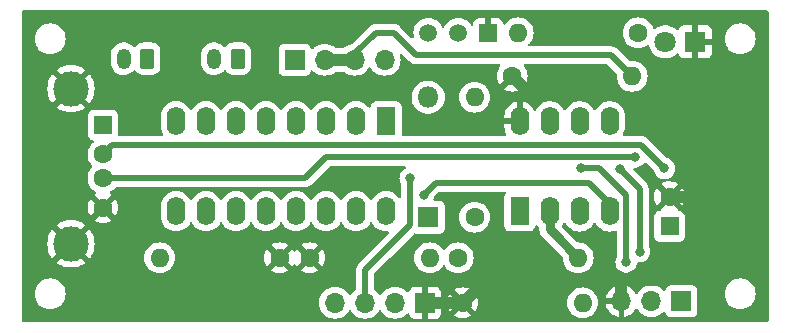
<source format=gbl>
G04 #@! TF.GenerationSoftware,KiCad,Pcbnew,(7.0.0)*
G04 #@! TF.CreationDate,2023-06-02T20:53:42-06:00*
G04 #@! TF.ProjectId,WatchDogV4-CAP,57617463-6844-46f6-9756-342d4341502e,rev?*
G04 #@! TF.SameCoordinates,Original*
G04 #@! TF.FileFunction,Copper,L2,Bot*
G04 #@! TF.FilePolarity,Positive*
%FSLAX46Y46*%
G04 Gerber Fmt 4.6, Leading zero omitted, Abs format (unit mm)*
G04 Created by KiCad (PCBNEW (7.0.0)) date 2023-06-02 20:53:42*
%MOMM*%
%LPD*%
G01*
G04 APERTURE LIST*
G04 Aperture macros list*
%AMRoundRect*
0 Rectangle with rounded corners*
0 $1 Rounding radius*
0 $2 $3 $4 $5 $6 $7 $8 $9 X,Y pos of 4 corners*
0 Add a 4 corners polygon primitive as box body*
4,1,4,$2,$3,$4,$5,$6,$7,$8,$9,$2,$3,0*
0 Add four circle primitives for the rounded corners*
1,1,$1+$1,$2,$3*
1,1,$1+$1,$4,$5*
1,1,$1+$1,$6,$7*
1,1,$1+$1,$8,$9*
0 Add four rect primitives between the rounded corners*
20,1,$1+$1,$2,$3,$4,$5,0*
20,1,$1+$1,$4,$5,$6,$7,0*
20,1,$1+$1,$6,$7,$8,$9,0*
20,1,$1+$1,$8,$9,$2,$3,0*%
G04 Aperture macros list end*
G04 #@! TA.AperFunction,ComponentPad*
%ADD10R,1.700000X1.700000*%
G04 #@! TD*
G04 #@! TA.AperFunction,ComponentPad*
%ADD11O,1.700000X1.700000*%
G04 #@! TD*
G04 #@! TA.AperFunction,ComponentPad*
%ADD12R,1.500000X1.500000*%
G04 #@! TD*
G04 #@! TA.AperFunction,ComponentPad*
%ADD13C,1.500000*%
G04 #@! TD*
G04 #@! TA.AperFunction,ComponentPad*
%ADD14C,1.600000*%
G04 #@! TD*
G04 #@! TA.AperFunction,ComponentPad*
%ADD15O,1.600000X1.600000*%
G04 #@! TD*
G04 #@! TA.AperFunction,ComponentPad*
%ADD16R,1.600000X1.600000*%
G04 #@! TD*
G04 #@! TA.AperFunction,ComponentPad*
%ADD17R,1.800000X1.800000*%
G04 #@! TD*
G04 #@! TA.AperFunction,ComponentPad*
%ADD18C,1.800000*%
G04 #@! TD*
G04 #@! TA.AperFunction,ComponentPad*
%ADD19O,1.800000X1.800000*%
G04 #@! TD*
G04 #@! TA.AperFunction,ComponentPad*
%ADD20R,1.500000X1.600000*%
G04 #@! TD*
G04 #@! TA.AperFunction,ComponentPad*
%ADD21C,3.000000*%
G04 #@! TD*
G04 #@! TA.AperFunction,ComponentPad*
%ADD22R,1.600000X2.400000*%
G04 #@! TD*
G04 #@! TA.AperFunction,ComponentPad*
%ADD23O,1.600000X2.400000*%
G04 #@! TD*
G04 #@! TA.AperFunction,ComponentPad*
%ADD24RoundRect,0.250000X0.350000X0.625000X-0.350000X0.625000X-0.350000X-0.625000X0.350000X-0.625000X0*%
G04 #@! TD*
G04 #@! TA.AperFunction,ComponentPad*
%ADD25O,1.200000X1.750000*%
G04 #@! TD*
G04 #@! TA.AperFunction,ViaPad*
%ADD26C,0.800000*%
G04 #@! TD*
G04 #@! TA.AperFunction,Conductor*
%ADD27C,0.750000*%
G04 #@! TD*
G04 #@! TA.AperFunction,Conductor*
%ADD28C,0.500000*%
G04 #@! TD*
G04 #@! TA.AperFunction,Conductor*
%ADD29C,1.000000*%
G04 #@! TD*
G04 #@! TA.AperFunction,Conductor*
%ADD30C,0.200000*%
G04 #@! TD*
G04 #@! TA.AperFunction,Conductor*
%ADD31C,0.000000*%
G04 #@! TD*
G04 APERTURE END LIST*
D10*
X87629999Y-44322999D03*
D11*
X90169999Y-44322999D03*
X92709999Y-44322999D03*
X95249999Y-44322999D03*
D12*
X104012999Y-42036999D03*
D13*
X101473000Y-42037000D03*
X98933000Y-42037000D03*
D14*
X86360000Y-61087000D03*
D15*
X76199999Y-61086999D03*
D10*
X120380999Y-64769999D03*
D11*
X117840999Y-64769999D03*
X115300999Y-64769999D03*
D16*
X119379999Y-58419999D03*
D14*
X119380000Y-55920000D03*
X116713000Y-42037000D03*
D15*
X106552999Y-42036999D03*
D14*
X101854000Y-64897000D03*
D15*
X112013999Y-64896999D03*
D17*
X121543999Y-42798999D03*
D18*
X119004000Y-42799000D03*
D17*
X98932999Y-57657999D03*
D19*
X98932999Y-47497999D03*
D14*
X101473000Y-61087000D03*
D15*
X111632999Y-61086999D03*
D14*
X88900000Y-61087000D03*
D15*
X99059999Y-61086999D03*
D20*
X71399999Y-49839999D03*
D14*
X71400000Y-52340000D03*
X71400000Y-54340000D03*
X71400000Y-56840000D03*
D21*
X68690000Y-46770000D03*
X68690000Y-59910000D03*
D22*
X95376999Y-49529999D03*
D23*
X92836999Y-49529999D03*
X90296999Y-49529999D03*
X87756999Y-49529999D03*
X85216999Y-49529999D03*
X82676999Y-49529999D03*
X80136999Y-49529999D03*
X77596999Y-49529999D03*
X77596999Y-57149999D03*
X80136999Y-57149999D03*
X82676999Y-57149999D03*
X85216999Y-57149999D03*
X87756999Y-57149999D03*
X90296999Y-57149999D03*
X92836999Y-57149999D03*
X95376999Y-57149999D03*
D14*
X106045000Y-45720000D03*
D15*
X116204999Y-45719999D03*
D14*
X102870000Y-57658000D03*
D15*
X102869999Y-47497999D03*
D24*
X75168000Y-44233000D03*
D25*
X73167999Y-44232999D03*
D10*
X98678999Y-64896999D03*
D11*
X96138999Y-64896999D03*
X93598999Y-64896999D03*
X91058999Y-64896999D03*
D22*
X106689999Y-57164999D03*
D23*
X109229999Y-57164999D03*
X111769999Y-57164999D03*
X114309999Y-57164999D03*
X114309999Y-49544999D03*
X111769999Y-49544999D03*
X109229999Y-49544999D03*
X106689999Y-49544999D03*
D24*
X82804000Y-44233000D03*
D25*
X80803999Y-44232999D03*
D26*
X97409000Y-54356000D03*
X116458999Y-52577999D03*
X118935500Y-53530500D03*
X98552000Y-55753000D03*
X115697000Y-61468000D03*
X111887000Y-53467000D03*
X115189000Y-53594000D03*
X116840000Y-60579000D03*
D27*
X109230000Y-58684000D02*
X111633000Y-61087000D01*
X109230000Y-57165000D02*
X109230000Y-58684000D01*
D28*
X93599000Y-62103000D02*
X97409000Y-58293000D01*
X93599000Y-64897000D02*
X93599000Y-62103000D01*
X97409000Y-58293000D02*
X97409000Y-54356000D01*
D29*
X115301000Y-64770000D02*
X115301000Y-63007000D01*
X101854000Y-64897000D02*
X98679000Y-64897000D01*
X122555000Y-58928000D02*
X118491000Y-62992000D01*
D30*
X122388000Y-55920000D02*
X122555000Y-55753000D01*
D29*
X107315000Y-46990000D02*
X114681000Y-46990000D01*
X115316000Y-62992000D02*
X103759000Y-62992000D01*
X122555000Y-52025000D02*
X120370000Y-49840000D01*
X118491000Y-62992000D02*
X115316000Y-62992000D01*
X103759000Y-62992000D02*
X101854000Y-64897000D01*
X122555000Y-52070000D02*
X122555000Y-55753000D01*
X114681000Y-46990000D02*
X117531000Y-49840000D01*
D30*
X122555000Y-52070000D02*
X122555000Y-52025000D01*
X115301000Y-63007000D02*
X115316000Y-62992000D01*
D29*
X106045000Y-45720000D02*
X107315000Y-46990000D01*
X122555000Y-55753000D02*
X122555000Y-58928000D01*
X117531000Y-49840000D02*
X120370000Y-49840000D01*
X119380000Y-55920000D02*
X122388000Y-55920000D01*
D28*
X88535000Y-54340000D02*
X90297000Y-52578000D01*
X90297000Y-52578000D02*
X116458999Y-52577999D01*
X71400000Y-54340000D02*
X88535000Y-54340000D01*
X116945001Y-51540001D02*
X118935500Y-53530500D01*
X71400000Y-52340000D02*
X72199999Y-51540001D01*
X72199999Y-51540001D02*
X116945001Y-51540001D01*
X94488000Y-42037000D02*
X96012000Y-42037000D01*
X96012000Y-42037000D02*
X97917000Y-43942000D01*
X92837000Y-44323000D02*
X92837000Y-43688000D01*
X114427000Y-43942000D02*
X116205000Y-45720000D01*
D29*
X90170000Y-44323000D02*
X92710000Y-44323000D01*
D28*
X92837000Y-43688000D02*
X94488000Y-42037000D01*
X97917000Y-43942000D02*
X114427000Y-43942000D01*
X114310000Y-56525000D02*
X112522000Y-54737000D01*
X112522000Y-54737000D02*
X99568000Y-54737000D01*
D30*
X114310000Y-56525000D02*
X114310000Y-57165000D01*
D28*
X99568000Y-54737000D02*
X98552000Y-55753000D01*
D31*
X96139000Y-64897000D02*
X96266000Y-64770000D01*
X96266000Y-64643000D02*
X96266000Y-64770000D01*
D28*
X115697000Y-55753000D02*
X113411000Y-53467000D01*
X115697000Y-61468000D02*
X115697000Y-55753000D01*
X113411000Y-53467000D02*
X111887000Y-53467000D01*
X116840000Y-55245000D02*
X116840000Y-60579000D01*
X115189000Y-53594000D02*
X116840000Y-55245000D01*
G04 #@! TA.AperFunction,Conductor*
G36*
X127689500Y-40159113D02*
G01*
X127734887Y-40204500D01*
X127751500Y-40266500D01*
X127751500Y-66413500D01*
X127734887Y-66475500D01*
X127689500Y-66520887D01*
X127627500Y-66537500D01*
X64650500Y-66537500D01*
X64588500Y-66520887D01*
X64543113Y-66475500D01*
X64526500Y-66413500D01*
X64526500Y-64135000D01*
X65623532Y-64135000D01*
X65624004Y-64140395D01*
X65633091Y-64244266D01*
X65643365Y-64361692D01*
X65644762Y-64366907D01*
X65644764Y-64366916D01*
X65700858Y-64576263D01*
X65700861Y-64576271D01*
X65702261Y-64581496D01*
X65704549Y-64586403D01*
X65704550Y-64586405D01*
X65741275Y-64665162D01*
X65798432Y-64787734D01*
X65928953Y-64974139D01*
X66089861Y-65135047D01*
X66276266Y-65265568D01*
X66482504Y-65361739D01*
X66702308Y-65420635D01*
X66872216Y-65435500D01*
X66983075Y-65435500D01*
X66985784Y-65435500D01*
X67155692Y-65420635D01*
X67375496Y-65361739D01*
X67581734Y-65265568D01*
X67768139Y-65135047D01*
X67929047Y-64974139D01*
X68059568Y-64787734D01*
X68155739Y-64581496D01*
X68214635Y-64361692D01*
X68234468Y-64135000D01*
X68214635Y-63908308D01*
X68212618Y-63900782D01*
X68157141Y-63693736D01*
X68157140Y-63693734D01*
X68155739Y-63688504D01*
X68059568Y-63482266D01*
X67929047Y-63295861D01*
X67768139Y-63134953D01*
X67581734Y-63004432D01*
X67375496Y-62908261D01*
X67370271Y-62906861D01*
X67370263Y-62906858D01*
X67160916Y-62850764D01*
X67160907Y-62850762D01*
X67155692Y-62849365D01*
X67150304Y-62848893D01*
X67150301Y-62848893D01*
X66988484Y-62834736D01*
X66988479Y-62834735D01*
X66985784Y-62834500D01*
X66872216Y-62834500D01*
X66869521Y-62834735D01*
X66869515Y-62834736D01*
X66707698Y-62848893D01*
X66707693Y-62848893D01*
X66702308Y-62849365D01*
X66697094Y-62850762D01*
X66697083Y-62850764D01*
X66487736Y-62906858D01*
X66487724Y-62906862D01*
X66482504Y-62908261D01*
X66477599Y-62910547D01*
X66477594Y-62910550D01*
X66281176Y-63002142D01*
X66281172Y-63002144D01*
X66276266Y-63004432D01*
X66271833Y-63007535D01*
X66271826Y-63007540D01*
X66094296Y-63131847D01*
X66094291Y-63131850D01*
X66089861Y-63134953D01*
X66086037Y-63138776D01*
X66086031Y-63138782D01*
X65932782Y-63292031D01*
X65932776Y-63292037D01*
X65928953Y-63295861D01*
X65925850Y-63300291D01*
X65925847Y-63300296D01*
X65801540Y-63477826D01*
X65801535Y-63477833D01*
X65798432Y-63482266D01*
X65796144Y-63487172D01*
X65796142Y-63487176D01*
X65704550Y-63683594D01*
X65704547Y-63683599D01*
X65702261Y-63688504D01*
X65700862Y-63693724D01*
X65700858Y-63693736D01*
X65644764Y-63903083D01*
X65644762Y-63903094D01*
X65643365Y-63908308D01*
X65642893Y-63913693D01*
X65642893Y-63913698D01*
X65624542Y-64123461D01*
X65623532Y-64135000D01*
X64526500Y-64135000D01*
X64526500Y-61489689D01*
X67469392Y-61489689D01*
X67477710Y-61500800D01*
X67602406Y-61594147D01*
X67609849Y-61598931D01*
X67853158Y-61731787D01*
X67861196Y-61735458D01*
X68120952Y-61832342D01*
X68129421Y-61834828D01*
X68400309Y-61893757D01*
X68409065Y-61895016D01*
X68685582Y-61914793D01*
X68694418Y-61914793D01*
X68970934Y-61895016D01*
X68979690Y-61893757D01*
X69250578Y-61834828D01*
X69259047Y-61832342D01*
X69518803Y-61735458D01*
X69526841Y-61731787D01*
X69770150Y-61598931D01*
X69777593Y-61594147D01*
X69902288Y-61500800D01*
X69910606Y-61489689D01*
X69903954Y-61477508D01*
X68701542Y-60275095D01*
X68690000Y-60268431D01*
X68678457Y-60275095D01*
X67476044Y-61477508D01*
X67469392Y-61489689D01*
X64526500Y-61489689D01*
X64526500Y-59914418D01*
X66685207Y-59914418D01*
X66704983Y-60190934D01*
X66706242Y-60199690D01*
X66765171Y-60470578D01*
X66767657Y-60479047D01*
X66864541Y-60738803D01*
X66868212Y-60746841D01*
X67001068Y-60990150D01*
X67005852Y-60997593D01*
X67099198Y-61122288D01*
X67110309Y-61130606D01*
X67122490Y-61123954D01*
X68324903Y-59921542D01*
X68331567Y-59910000D01*
X69048431Y-59910000D01*
X69055095Y-59921542D01*
X70257508Y-61123954D01*
X70269689Y-61130606D01*
X70280800Y-61122288D01*
X70307217Y-61087000D01*
X74894532Y-61087000D01*
X74895004Y-61092395D01*
X74895644Y-61099716D01*
X74914365Y-61313692D01*
X74915762Y-61318907D01*
X74915764Y-61318916D01*
X74971858Y-61528263D01*
X74971861Y-61528271D01*
X74973261Y-61533496D01*
X74975549Y-61538403D01*
X74975550Y-61538405D01*
X75017501Y-61628368D01*
X75069432Y-61739734D01*
X75199953Y-61926139D01*
X75360861Y-62087047D01*
X75547266Y-62217568D01*
X75753504Y-62313739D01*
X75758734Y-62315140D01*
X75758736Y-62315141D01*
X75816042Y-62330496D01*
X75973308Y-62372635D01*
X76200000Y-62392468D01*
X76426692Y-62372635D01*
X76646496Y-62313739D01*
X76852734Y-62217568D01*
X76926806Y-62165703D01*
X85638217Y-62165703D01*
X85645650Y-62173814D01*
X85703077Y-62214025D01*
X85712427Y-62219423D01*
X85908768Y-62310979D01*
X85918902Y-62314667D01*
X86128162Y-62370739D01*
X86138793Y-62372613D01*
X86354605Y-62391494D01*
X86365395Y-62391494D01*
X86581206Y-62372613D01*
X86591837Y-62370739D01*
X86801097Y-62314667D01*
X86811231Y-62310979D01*
X87007575Y-62219422D01*
X87016920Y-62214026D01*
X87074348Y-62173814D01*
X87081780Y-62165703D01*
X88178217Y-62165703D01*
X88185650Y-62173814D01*
X88243077Y-62214025D01*
X88252427Y-62219423D01*
X88448768Y-62310979D01*
X88458902Y-62314667D01*
X88668162Y-62370739D01*
X88678793Y-62372613D01*
X88894605Y-62391494D01*
X88905395Y-62391494D01*
X89121206Y-62372613D01*
X89131837Y-62370739D01*
X89341097Y-62314667D01*
X89351231Y-62310979D01*
X89547575Y-62219422D01*
X89556920Y-62214026D01*
X89614348Y-62173814D01*
X89621780Y-62165703D01*
X89615867Y-62156421D01*
X88911542Y-61452095D01*
X88899999Y-61445431D01*
X88888457Y-61452095D01*
X88184128Y-62156424D01*
X88178217Y-62165703D01*
X87081780Y-62165703D01*
X87075867Y-62156421D01*
X86371542Y-61452095D01*
X86359999Y-61445431D01*
X86348457Y-61452095D01*
X85644128Y-62156424D01*
X85638217Y-62165703D01*
X76926806Y-62165703D01*
X77039139Y-62087047D01*
X77200047Y-61926139D01*
X77330568Y-61739734D01*
X77426739Y-61533496D01*
X77485635Y-61313692D01*
X77504996Y-61092395D01*
X85055506Y-61092395D01*
X85074386Y-61308206D01*
X85076260Y-61318837D01*
X85132332Y-61528097D01*
X85136020Y-61538231D01*
X85227576Y-61734572D01*
X85232974Y-61743922D01*
X85273184Y-61801348D01*
X85281295Y-61808781D01*
X85290574Y-61802870D01*
X85994903Y-61098542D01*
X86001567Y-61087000D01*
X86718431Y-61087000D01*
X86725095Y-61098542D01*
X87429421Y-61802867D01*
X87438703Y-61808780D01*
X87446814Y-61801348D01*
X87487026Y-61743920D01*
X87492424Y-61734571D01*
X87517618Y-61680544D01*
X87563375Y-61628368D01*
X87630000Y-61608948D01*
X87696625Y-61628368D01*
X87742382Y-61680544D01*
X87767573Y-61734568D01*
X87772974Y-61743922D01*
X87813184Y-61801348D01*
X87821295Y-61808781D01*
X87830574Y-61802870D01*
X88534903Y-61098542D01*
X88541567Y-61087000D01*
X89258431Y-61087000D01*
X89265095Y-61098542D01*
X89969421Y-61802867D01*
X89978703Y-61808780D01*
X89986814Y-61801348D01*
X90027026Y-61743920D01*
X90032422Y-61734575D01*
X90123979Y-61538231D01*
X90127667Y-61528097D01*
X90183739Y-61318837D01*
X90185613Y-61308206D01*
X90204494Y-61092395D01*
X90204494Y-61081605D01*
X90185613Y-60865793D01*
X90183739Y-60855162D01*
X90127667Y-60645902D01*
X90123979Y-60635768D01*
X90032423Y-60439427D01*
X90027025Y-60430077D01*
X89986814Y-60372650D01*
X89978703Y-60365217D01*
X89969424Y-60371128D01*
X89265095Y-61075457D01*
X89258431Y-61087000D01*
X88541567Y-61087000D01*
X88534903Y-61075457D01*
X87830574Y-60371128D01*
X87821296Y-60365217D01*
X87813183Y-60372651D01*
X87772971Y-60430081D01*
X87767577Y-60439425D01*
X87742382Y-60493456D01*
X87696625Y-60545632D01*
X87630000Y-60565051D01*
X87563375Y-60545632D01*
X87517618Y-60493456D01*
X87492424Y-60439427D01*
X87487025Y-60430077D01*
X87446814Y-60372650D01*
X87438703Y-60365217D01*
X87429424Y-60371128D01*
X86725095Y-61075457D01*
X86718431Y-61087000D01*
X86001567Y-61087000D01*
X85994903Y-61075457D01*
X85290574Y-60371128D01*
X85281296Y-60365217D01*
X85273183Y-60372651D01*
X85232971Y-60430081D01*
X85227577Y-60439425D01*
X85136020Y-60635768D01*
X85132332Y-60645902D01*
X85076260Y-60855162D01*
X85074386Y-60865793D01*
X85055506Y-61081605D01*
X85055506Y-61092395D01*
X77504996Y-61092395D01*
X77505468Y-61087000D01*
X77485635Y-60860308D01*
X77426739Y-60640504D01*
X77330568Y-60434266D01*
X77200047Y-60247861D01*
X77039139Y-60086953D01*
X76926804Y-60008296D01*
X85638217Y-60008296D01*
X85644128Y-60017574D01*
X86348457Y-60721903D01*
X86360000Y-60728567D01*
X86371542Y-60721903D01*
X87075870Y-60017574D01*
X87081780Y-60008296D01*
X88178217Y-60008296D01*
X88184128Y-60017574D01*
X88888457Y-60721903D01*
X88900000Y-60728567D01*
X88911542Y-60721903D01*
X89615870Y-60017574D01*
X89621781Y-60008295D01*
X89614348Y-60000184D01*
X89556922Y-59959974D01*
X89547572Y-59954576D01*
X89351231Y-59863020D01*
X89341097Y-59859332D01*
X89131837Y-59803260D01*
X89121206Y-59801386D01*
X88905395Y-59782506D01*
X88894605Y-59782506D01*
X88678793Y-59801386D01*
X88668162Y-59803260D01*
X88458902Y-59859332D01*
X88448768Y-59863020D01*
X88252425Y-59954577D01*
X88243081Y-59959971D01*
X88185651Y-60000183D01*
X88178217Y-60008296D01*
X87081780Y-60008296D01*
X87081781Y-60008295D01*
X87074348Y-60000184D01*
X87016922Y-59959974D01*
X87007572Y-59954576D01*
X86811231Y-59863020D01*
X86801097Y-59859332D01*
X86591837Y-59803260D01*
X86581206Y-59801386D01*
X86365395Y-59782506D01*
X86354605Y-59782506D01*
X86138793Y-59801386D01*
X86128162Y-59803260D01*
X85918902Y-59859332D01*
X85908768Y-59863020D01*
X85712425Y-59954577D01*
X85703081Y-59959971D01*
X85645651Y-60000183D01*
X85638217Y-60008296D01*
X76926804Y-60008296D01*
X76915219Y-60000184D01*
X76857173Y-59959540D01*
X76857171Y-59959539D01*
X76852734Y-59956432D01*
X76646496Y-59860261D01*
X76641271Y-59858861D01*
X76641263Y-59858858D01*
X76431916Y-59802764D01*
X76431907Y-59802762D01*
X76426692Y-59801365D01*
X76421304Y-59800893D01*
X76421301Y-59800893D01*
X76205395Y-59782004D01*
X76200000Y-59781532D01*
X76194605Y-59782004D01*
X75978698Y-59800893D01*
X75978693Y-59800893D01*
X75973308Y-59801365D01*
X75968094Y-59802762D01*
X75968083Y-59802764D01*
X75758736Y-59858858D01*
X75758724Y-59858862D01*
X75753504Y-59860261D01*
X75748599Y-59862547D01*
X75748594Y-59862550D01*
X75552176Y-59954142D01*
X75552172Y-59954144D01*
X75547266Y-59956432D01*
X75542833Y-59959535D01*
X75542826Y-59959540D01*
X75365296Y-60083847D01*
X75365291Y-60083850D01*
X75360861Y-60086953D01*
X75357037Y-60090776D01*
X75357031Y-60090782D01*
X75203782Y-60244031D01*
X75203776Y-60244037D01*
X75199953Y-60247861D01*
X75196850Y-60252291D01*
X75196847Y-60252296D01*
X75072540Y-60429826D01*
X75072535Y-60429833D01*
X75069432Y-60434266D01*
X75067144Y-60439172D01*
X75067142Y-60439176D01*
X74975550Y-60635594D01*
X74975547Y-60635599D01*
X74973261Y-60640504D01*
X74971862Y-60645724D01*
X74971858Y-60645736D01*
X74915764Y-60855083D01*
X74915762Y-60855094D01*
X74914365Y-60860308D01*
X74913893Y-60865693D01*
X74913893Y-60865698D01*
X74902354Y-60997593D01*
X74894532Y-61087000D01*
X70307217Y-61087000D01*
X70374147Y-60997593D01*
X70378931Y-60990150D01*
X70511787Y-60746841D01*
X70515458Y-60738803D01*
X70612342Y-60479047D01*
X70614828Y-60470578D01*
X70673757Y-60199690D01*
X70675016Y-60190934D01*
X70694793Y-59914418D01*
X70694793Y-59905582D01*
X70675016Y-59629065D01*
X70673757Y-59620309D01*
X70614828Y-59349421D01*
X70612342Y-59340952D01*
X70515458Y-59081196D01*
X70511787Y-59073158D01*
X70378931Y-58829849D01*
X70374147Y-58822406D01*
X70280800Y-58697710D01*
X70269689Y-58689392D01*
X70257508Y-58696044D01*
X69055095Y-59898457D01*
X69048431Y-59910000D01*
X68331567Y-59910000D01*
X68324903Y-59898457D01*
X67119308Y-58692862D01*
X67110135Y-58686967D01*
X67101894Y-58694108D01*
X67005855Y-58822402D01*
X67001068Y-58829850D01*
X66868212Y-59073158D01*
X66864541Y-59081196D01*
X66767657Y-59340952D01*
X66765171Y-59349421D01*
X66706242Y-59620309D01*
X66704983Y-59629065D01*
X66685207Y-59905582D01*
X66685207Y-59914418D01*
X64526500Y-59914418D01*
X64526500Y-58330135D01*
X67466967Y-58330135D01*
X67472862Y-58339308D01*
X68678457Y-59544903D01*
X68689999Y-59551567D01*
X68701542Y-59544903D01*
X69903954Y-58342490D01*
X69910606Y-58330309D01*
X69902288Y-58319198D01*
X69777593Y-58225852D01*
X69770150Y-58221068D01*
X69526841Y-58088212D01*
X69518803Y-58084541D01*
X69259047Y-57987657D01*
X69250578Y-57985171D01*
X68979690Y-57926242D01*
X68970934Y-57924983D01*
X68883125Y-57918703D01*
X70678217Y-57918703D01*
X70685650Y-57926814D01*
X70743077Y-57967025D01*
X70752427Y-57972423D01*
X70948768Y-58063979D01*
X70958902Y-58067667D01*
X71168162Y-58123739D01*
X71178793Y-58125613D01*
X71394605Y-58144494D01*
X71405395Y-58144494D01*
X71621206Y-58125613D01*
X71631837Y-58123739D01*
X71841097Y-58067667D01*
X71851231Y-58063979D01*
X72047575Y-57972422D01*
X72056920Y-57967026D01*
X72114348Y-57926814D01*
X72121780Y-57918703D01*
X72115867Y-57909421D01*
X71411542Y-57205095D01*
X71399999Y-57198431D01*
X71388457Y-57205095D01*
X70684128Y-57909424D01*
X70678217Y-57918703D01*
X68883125Y-57918703D01*
X68694418Y-57905207D01*
X68685582Y-57905207D01*
X68409065Y-57924983D01*
X68400309Y-57926242D01*
X68129421Y-57985171D01*
X68120952Y-57987657D01*
X67861196Y-58084541D01*
X67853158Y-58088212D01*
X67609850Y-58221068D01*
X67602402Y-58225855D01*
X67474108Y-58321894D01*
X67466967Y-58330135D01*
X64526500Y-58330135D01*
X64526500Y-56845395D01*
X70095506Y-56845395D01*
X70114386Y-57061206D01*
X70116260Y-57071837D01*
X70172332Y-57281097D01*
X70176020Y-57291231D01*
X70267576Y-57487572D01*
X70272974Y-57496922D01*
X70313184Y-57554348D01*
X70321295Y-57561781D01*
X70330574Y-57555870D01*
X71034903Y-56851542D01*
X71041567Y-56839999D01*
X71758431Y-56839999D01*
X71765095Y-56851542D01*
X72469421Y-57555867D01*
X72478703Y-57561780D01*
X72486814Y-57554348D01*
X72527026Y-57496920D01*
X72532422Y-57487575D01*
X72623979Y-57291231D01*
X72627667Y-57281097D01*
X72683739Y-57071837D01*
X72685613Y-57061206D01*
X72704494Y-56845395D01*
X72704494Y-56834605D01*
X72685613Y-56618793D01*
X72683739Y-56608162D01*
X72627667Y-56398902D01*
X72623979Y-56388768D01*
X72532423Y-56192427D01*
X72527025Y-56183077D01*
X72486814Y-56125650D01*
X72478703Y-56118217D01*
X72469424Y-56124128D01*
X71765095Y-56828457D01*
X71758431Y-56839999D01*
X71041567Y-56839999D01*
X71034903Y-56828457D01*
X70330574Y-56124128D01*
X70321296Y-56118217D01*
X70313183Y-56125651D01*
X70272971Y-56183081D01*
X70267577Y-56192425D01*
X70176020Y-56388768D01*
X70172332Y-56398902D01*
X70116260Y-56608162D01*
X70114386Y-56618793D01*
X70095506Y-56834605D01*
X70095506Y-56845395D01*
X64526500Y-56845395D01*
X64526500Y-54340000D01*
X70094532Y-54340000D01*
X70095004Y-54345395D01*
X70112942Y-54550435D01*
X70114365Y-54566692D01*
X70115762Y-54571907D01*
X70115764Y-54571916D01*
X70171858Y-54781263D01*
X70171861Y-54781271D01*
X70173261Y-54786496D01*
X70175549Y-54791403D01*
X70175550Y-54791405D01*
X70226116Y-54899844D01*
X70269432Y-54992734D01*
X70272539Y-54997171D01*
X70272540Y-54997173D01*
X70337594Y-55090081D01*
X70399953Y-55179139D01*
X70560861Y-55340047D01*
X70747266Y-55470568D01*
X70762973Y-55477892D01*
X70815149Y-55523648D01*
X70834570Y-55590272D01*
X70815153Y-55656896D01*
X70762980Y-55702655D01*
X70752424Y-55707577D01*
X70743081Y-55712971D01*
X70685651Y-55753183D01*
X70678217Y-55761296D01*
X70684128Y-55770574D01*
X71388457Y-56474903D01*
X71400000Y-56481567D01*
X71411542Y-56474903D01*
X72115870Y-55770574D01*
X72121781Y-55761295D01*
X72114348Y-55753184D01*
X72056922Y-55712974D01*
X72047570Y-55707575D01*
X72037022Y-55702656D01*
X71984847Y-55656898D01*
X71965429Y-55590272D01*
X71984851Y-55523647D01*
X72037025Y-55477892D01*
X72052734Y-55470568D01*
X72239139Y-55340047D01*
X72400047Y-55179139D01*
X72425088Y-55143375D01*
X72469406Y-55104511D01*
X72526663Y-55090500D01*
X88471293Y-55090500D01*
X88489264Y-55091809D01*
X88491955Y-55092203D01*
X88513023Y-55095289D01*
X88562368Y-55090972D01*
X88573176Y-55090500D01*
X88575100Y-55090500D01*
X88578709Y-55090500D01*
X88609550Y-55086894D01*
X88613031Y-55086539D01*
X88687797Y-55079999D01*
X88694653Y-55077726D01*
X88698043Y-55077027D01*
X88698375Y-55076973D01*
X88698728Y-55076873D01*
X88702071Y-55076080D01*
X88709255Y-55075241D01*
X88779760Y-55049579D01*
X88783118Y-55048412D01*
X88854334Y-55024814D01*
X88860486Y-55021018D01*
X88863607Y-55019564D01*
X88863929Y-55019430D01*
X88864238Y-55019258D01*
X88867315Y-55017712D01*
X88874117Y-55015237D01*
X88936837Y-54973984D01*
X88939732Y-54972140D01*
X89003656Y-54932712D01*
X89008763Y-54927603D01*
X89011476Y-54925459D01*
X89011758Y-54925254D01*
X89012029Y-54925007D01*
X89014658Y-54922800D01*
X89020696Y-54918830D01*
X89072186Y-54864252D01*
X89074631Y-54861735D01*
X90571548Y-53364817D01*
X90611776Y-53337938D01*
X90659229Y-53328499D01*
X96919470Y-53328499D01*
X96983706Y-53346434D01*
X97029359Y-53395051D01*
X97043225Y-53460286D01*
X97021292Y-53523268D01*
X96969904Y-53565778D01*
X96956270Y-53571849D01*
X96951016Y-53575665D01*
X96951011Y-53575669D01*
X96808388Y-53679290D01*
X96808381Y-53679295D01*
X96803129Y-53683112D01*
X96798784Y-53687937D01*
X96798779Y-53687942D01*
X96680813Y-53818956D01*
X96680808Y-53818962D01*
X96676467Y-53823784D01*
X96673222Y-53829404D01*
X96673218Y-53829410D01*
X96585069Y-53982089D01*
X96585066Y-53982094D01*
X96581821Y-53987716D01*
X96579815Y-53993888D01*
X96579813Y-53993894D01*
X96525333Y-54161564D01*
X96525331Y-54161573D01*
X96523326Y-54167744D01*
X96522648Y-54174194D01*
X96522646Y-54174204D01*
X96515209Y-54244972D01*
X96503540Y-54356000D01*
X96504219Y-54362460D01*
X96522646Y-54537795D01*
X96522647Y-54537803D01*
X96523326Y-54544256D01*
X96525331Y-54550428D01*
X96525333Y-54550435D01*
X96579813Y-54718105D01*
X96581821Y-54724284D01*
X96621477Y-54792971D01*
X96641887Y-54828321D01*
X96658500Y-54890321D01*
X96658500Y-55919541D01*
X96642953Y-55979658D01*
X96600210Y-56024699D01*
X96540989Y-56043371D01*
X96480141Y-56030991D01*
X96432925Y-55990664D01*
X96377047Y-55910861D01*
X96216139Y-55749953D01*
X96096038Y-55665858D01*
X96034173Y-55622540D01*
X96034171Y-55622539D01*
X96029734Y-55619432D01*
X95871809Y-55545790D01*
X95828405Y-55525550D01*
X95828403Y-55525549D01*
X95823496Y-55523261D01*
X95818271Y-55521861D01*
X95818263Y-55521858D01*
X95608916Y-55465764D01*
X95608907Y-55465762D01*
X95603692Y-55464365D01*
X95598304Y-55463893D01*
X95598301Y-55463893D01*
X95382395Y-55445004D01*
X95377000Y-55444532D01*
X95371605Y-55445004D01*
X95155698Y-55463893D01*
X95155693Y-55463893D01*
X95150308Y-55464365D01*
X95145094Y-55465762D01*
X95145083Y-55465764D01*
X94935736Y-55521858D01*
X94935724Y-55521862D01*
X94930504Y-55523261D01*
X94925599Y-55525547D01*
X94925594Y-55525550D01*
X94729176Y-55617142D01*
X94729172Y-55617144D01*
X94724266Y-55619432D01*
X94719833Y-55622535D01*
X94719826Y-55622540D01*
X94542296Y-55746847D01*
X94542291Y-55746850D01*
X94537861Y-55749953D01*
X94534037Y-55753776D01*
X94534031Y-55753782D01*
X94380782Y-55907031D01*
X94380776Y-55907037D01*
X94376953Y-55910861D01*
X94373850Y-55915291D01*
X94373847Y-55915296D01*
X94249540Y-56092826D01*
X94249535Y-56092833D01*
X94246432Y-56097266D01*
X94244148Y-56102163D01*
X94244141Y-56102176D01*
X94219382Y-56155274D01*
X94173625Y-56207450D01*
X94107000Y-56226869D01*
X94040375Y-56207450D01*
X93994618Y-56155274D01*
X93969858Y-56102176D01*
X93969855Y-56102172D01*
X93967568Y-56097266D01*
X93837047Y-55910861D01*
X93676139Y-55749953D01*
X93556038Y-55665858D01*
X93494173Y-55622540D01*
X93494171Y-55622539D01*
X93489734Y-55619432D01*
X93331809Y-55545790D01*
X93288405Y-55525550D01*
X93288403Y-55525549D01*
X93283496Y-55523261D01*
X93278271Y-55521861D01*
X93278263Y-55521858D01*
X93068916Y-55465764D01*
X93068907Y-55465762D01*
X93063692Y-55464365D01*
X93058304Y-55463893D01*
X93058301Y-55463893D01*
X92842395Y-55445004D01*
X92837000Y-55444532D01*
X92831605Y-55445004D01*
X92615698Y-55463893D01*
X92615693Y-55463893D01*
X92610308Y-55464365D01*
X92605094Y-55465762D01*
X92605083Y-55465764D01*
X92395736Y-55521858D01*
X92395724Y-55521862D01*
X92390504Y-55523261D01*
X92385599Y-55525547D01*
X92385594Y-55525550D01*
X92189176Y-55617142D01*
X92189172Y-55617144D01*
X92184266Y-55619432D01*
X92179833Y-55622535D01*
X92179826Y-55622540D01*
X92002296Y-55746847D01*
X92002291Y-55746850D01*
X91997861Y-55749953D01*
X91994037Y-55753776D01*
X91994031Y-55753782D01*
X91840782Y-55907031D01*
X91840776Y-55907037D01*
X91836953Y-55910861D01*
X91833850Y-55915291D01*
X91833847Y-55915296D01*
X91709540Y-56092826D01*
X91709535Y-56092833D01*
X91706432Y-56097266D01*
X91704148Y-56102163D01*
X91704141Y-56102176D01*
X91679382Y-56155274D01*
X91633625Y-56207450D01*
X91567000Y-56226869D01*
X91500375Y-56207450D01*
X91454618Y-56155274D01*
X91429858Y-56102176D01*
X91429855Y-56102172D01*
X91427568Y-56097266D01*
X91297047Y-55910861D01*
X91136139Y-55749953D01*
X91016038Y-55665858D01*
X90954173Y-55622540D01*
X90954171Y-55622539D01*
X90949734Y-55619432D01*
X90791809Y-55545790D01*
X90748405Y-55525550D01*
X90748403Y-55525549D01*
X90743496Y-55523261D01*
X90738271Y-55521861D01*
X90738263Y-55521858D01*
X90528916Y-55465764D01*
X90528907Y-55465762D01*
X90523692Y-55464365D01*
X90518304Y-55463893D01*
X90518301Y-55463893D01*
X90302395Y-55445004D01*
X90297000Y-55444532D01*
X90291605Y-55445004D01*
X90075698Y-55463893D01*
X90075693Y-55463893D01*
X90070308Y-55464365D01*
X90065094Y-55465762D01*
X90065083Y-55465764D01*
X89855736Y-55521858D01*
X89855724Y-55521862D01*
X89850504Y-55523261D01*
X89845599Y-55525547D01*
X89845594Y-55525550D01*
X89649176Y-55617142D01*
X89649172Y-55617144D01*
X89644266Y-55619432D01*
X89639833Y-55622535D01*
X89639826Y-55622540D01*
X89462296Y-55746847D01*
X89462291Y-55746850D01*
X89457861Y-55749953D01*
X89454037Y-55753776D01*
X89454031Y-55753782D01*
X89300782Y-55907031D01*
X89300776Y-55907037D01*
X89296953Y-55910861D01*
X89293850Y-55915291D01*
X89293847Y-55915296D01*
X89169540Y-56092826D01*
X89169535Y-56092833D01*
X89166432Y-56097266D01*
X89164148Y-56102163D01*
X89164141Y-56102176D01*
X89139382Y-56155274D01*
X89093625Y-56207450D01*
X89027000Y-56226869D01*
X88960375Y-56207450D01*
X88914618Y-56155274D01*
X88889858Y-56102176D01*
X88889855Y-56102172D01*
X88887568Y-56097266D01*
X88757047Y-55910861D01*
X88596139Y-55749953D01*
X88476038Y-55665858D01*
X88414173Y-55622540D01*
X88414171Y-55622539D01*
X88409734Y-55619432D01*
X88251809Y-55545790D01*
X88208405Y-55525550D01*
X88208403Y-55525549D01*
X88203496Y-55523261D01*
X88198271Y-55521861D01*
X88198263Y-55521858D01*
X87988916Y-55465764D01*
X87988907Y-55465762D01*
X87983692Y-55464365D01*
X87978304Y-55463893D01*
X87978301Y-55463893D01*
X87762395Y-55445004D01*
X87757000Y-55444532D01*
X87751605Y-55445004D01*
X87535698Y-55463893D01*
X87535693Y-55463893D01*
X87530308Y-55464365D01*
X87525094Y-55465762D01*
X87525083Y-55465764D01*
X87315736Y-55521858D01*
X87315724Y-55521862D01*
X87310504Y-55523261D01*
X87305599Y-55525547D01*
X87305594Y-55525550D01*
X87109176Y-55617142D01*
X87109172Y-55617144D01*
X87104266Y-55619432D01*
X87099833Y-55622535D01*
X87099826Y-55622540D01*
X86922296Y-55746847D01*
X86922291Y-55746850D01*
X86917861Y-55749953D01*
X86914037Y-55753776D01*
X86914031Y-55753782D01*
X86760782Y-55907031D01*
X86760776Y-55907037D01*
X86756953Y-55910861D01*
X86753850Y-55915291D01*
X86753847Y-55915296D01*
X86629540Y-56092826D01*
X86629535Y-56092833D01*
X86626432Y-56097266D01*
X86624148Y-56102163D01*
X86624141Y-56102176D01*
X86599382Y-56155274D01*
X86553625Y-56207450D01*
X86487000Y-56226869D01*
X86420375Y-56207450D01*
X86374618Y-56155274D01*
X86349858Y-56102176D01*
X86349855Y-56102172D01*
X86347568Y-56097266D01*
X86217047Y-55910861D01*
X86056139Y-55749953D01*
X85936038Y-55665858D01*
X85874173Y-55622540D01*
X85874171Y-55622539D01*
X85869734Y-55619432D01*
X85711809Y-55545790D01*
X85668405Y-55525550D01*
X85668403Y-55525549D01*
X85663496Y-55523261D01*
X85658271Y-55521861D01*
X85658263Y-55521858D01*
X85448916Y-55465764D01*
X85448907Y-55465762D01*
X85443692Y-55464365D01*
X85438304Y-55463893D01*
X85438301Y-55463893D01*
X85222395Y-55445004D01*
X85217000Y-55444532D01*
X85211605Y-55445004D01*
X84995698Y-55463893D01*
X84995693Y-55463893D01*
X84990308Y-55464365D01*
X84985094Y-55465762D01*
X84985083Y-55465764D01*
X84775736Y-55521858D01*
X84775724Y-55521862D01*
X84770504Y-55523261D01*
X84765599Y-55525547D01*
X84765594Y-55525550D01*
X84569176Y-55617142D01*
X84569172Y-55617144D01*
X84564266Y-55619432D01*
X84559833Y-55622535D01*
X84559826Y-55622540D01*
X84382296Y-55746847D01*
X84382291Y-55746850D01*
X84377861Y-55749953D01*
X84374037Y-55753776D01*
X84374031Y-55753782D01*
X84220782Y-55907031D01*
X84220776Y-55907037D01*
X84216953Y-55910861D01*
X84213850Y-55915291D01*
X84213847Y-55915296D01*
X84089540Y-56092826D01*
X84089535Y-56092833D01*
X84086432Y-56097266D01*
X84084148Y-56102163D01*
X84084141Y-56102176D01*
X84059382Y-56155274D01*
X84013625Y-56207450D01*
X83947000Y-56226869D01*
X83880375Y-56207450D01*
X83834618Y-56155274D01*
X83809858Y-56102176D01*
X83809855Y-56102172D01*
X83807568Y-56097266D01*
X83677047Y-55910861D01*
X83516139Y-55749953D01*
X83396038Y-55665858D01*
X83334173Y-55622540D01*
X83334171Y-55622539D01*
X83329734Y-55619432D01*
X83171809Y-55545790D01*
X83128405Y-55525550D01*
X83128403Y-55525549D01*
X83123496Y-55523261D01*
X83118271Y-55521861D01*
X83118263Y-55521858D01*
X82908916Y-55465764D01*
X82908907Y-55465762D01*
X82903692Y-55464365D01*
X82898304Y-55463893D01*
X82898301Y-55463893D01*
X82682395Y-55445004D01*
X82677000Y-55444532D01*
X82671605Y-55445004D01*
X82455698Y-55463893D01*
X82455693Y-55463893D01*
X82450308Y-55464365D01*
X82445094Y-55465762D01*
X82445083Y-55465764D01*
X82235736Y-55521858D01*
X82235724Y-55521862D01*
X82230504Y-55523261D01*
X82225599Y-55525547D01*
X82225594Y-55525550D01*
X82029176Y-55617142D01*
X82029172Y-55617144D01*
X82024266Y-55619432D01*
X82019833Y-55622535D01*
X82019826Y-55622540D01*
X81842296Y-55746847D01*
X81842291Y-55746850D01*
X81837861Y-55749953D01*
X81834037Y-55753776D01*
X81834031Y-55753782D01*
X81680782Y-55907031D01*
X81680776Y-55907037D01*
X81676953Y-55910861D01*
X81673850Y-55915291D01*
X81673847Y-55915296D01*
X81549540Y-56092826D01*
X81549535Y-56092833D01*
X81546432Y-56097266D01*
X81544148Y-56102163D01*
X81544141Y-56102176D01*
X81519382Y-56155274D01*
X81473625Y-56207450D01*
X81407000Y-56226869D01*
X81340375Y-56207450D01*
X81294618Y-56155274D01*
X81269858Y-56102176D01*
X81269855Y-56102172D01*
X81267568Y-56097266D01*
X81137047Y-55910861D01*
X80976139Y-55749953D01*
X80856038Y-55665858D01*
X80794173Y-55622540D01*
X80794171Y-55622539D01*
X80789734Y-55619432D01*
X80631809Y-55545790D01*
X80588405Y-55525550D01*
X80588403Y-55525549D01*
X80583496Y-55523261D01*
X80578271Y-55521861D01*
X80578263Y-55521858D01*
X80368916Y-55465764D01*
X80368907Y-55465762D01*
X80363692Y-55464365D01*
X80358304Y-55463893D01*
X80358301Y-55463893D01*
X80142395Y-55445004D01*
X80137000Y-55444532D01*
X80131605Y-55445004D01*
X79915698Y-55463893D01*
X79915693Y-55463893D01*
X79910308Y-55464365D01*
X79905094Y-55465762D01*
X79905083Y-55465764D01*
X79695736Y-55521858D01*
X79695724Y-55521862D01*
X79690504Y-55523261D01*
X79685599Y-55525547D01*
X79685594Y-55525550D01*
X79489176Y-55617142D01*
X79489172Y-55617144D01*
X79484266Y-55619432D01*
X79479833Y-55622535D01*
X79479826Y-55622540D01*
X79302296Y-55746847D01*
X79302291Y-55746850D01*
X79297861Y-55749953D01*
X79294037Y-55753776D01*
X79294031Y-55753782D01*
X79140782Y-55907031D01*
X79140776Y-55907037D01*
X79136953Y-55910861D01*
X79133850Y-55915291D01*
X79133847Y-55915296D01*
X79009540Y-56092826D01*
X79009535Y-56092833D01*
X79006432Y-56097266D01*
X79004148Y-56102163D01*
X79004141Y-56102176D01*
X78979382Y-56155274D01*
X78933625Y-56207450D01*
X78867000Y-56226869D01*
X78800375Y-56207450D01*
X78754618Y-56155274D01*
X78729858Y-56102176D01*
X78729855Y-56102172D01*
X78727568Y-56097266D01*
X78597047Y-55910861D01*
X78436139Y-55749953D01*
X78316038Y-55665858D01*
X78254173Y-55622540D01*
X78254171Y-55622539D01*
X78249734Y-55619432D01*
X78091809Y-55545790D01*
X78048405Y-55525550D01*
X78048403Y-55525549D01*
X78043496Y-55523261D01*
X78038271Y-55521861D01*
X78038263Y-55521858D01*
X77828916Y-55465764D01*
X77828907Y-55465762D01*
X77823692Y-55464365D01*
X77818304Y-55463893D01*
X77818301Y-55463893D01*
X77602395Y-55445004D01*
X77597000Y-55444532D01*
X77591605Y-55445004D01*
X77375698Y-55463893D01*
X77375693Y-55463893D01*
X77370308Y-55464365D01*
X77365094Y-55465762D01*
X77365083Y-55465764D01*
X77155736Y-55521858D01*
X77155724Y-55521862D01*
X77150504Y-55523261D01*
X77145599Y-55525547D01*
X77145594Y-55525550D01*
X76949176Y-55617142D01*
X76949172Y-55617144D01*
X76944266Y-55619432D01*
X76939833Y-55622535D01*
X76939826Y-55622540D01*
X76762296Y-55746847D01*
X76762291Y-55746850D01*
X76757861Y-55749953D01*
X76754037Y-55753776D01*
X76754031Y-55753782D01*
X76600782Y-55907031D01*
X76600776Y-55907037D01*
X76596953Y-55910861D01*
X76593850Y-55915291D01*
X76593847Y-55915296D01*
X76469540Y-56092826D01*
X76469535Y-56092833D01*
X76466432Y-56097266D01*
X76464144Y-56102172D01*
X76464142Y-56102176D01*
X76372550Y-56298594D01*
X76372547Y-56298599D01*
X76370261Y-56303504D01*
X76368862Y-56308724D01*
X76368858Y-56308736D01*
X76312764Y-56518083D01*
X76312762Y-56518094D01*
X76311365Y-56523308D01*
X76310893Y-56528693D01*
X76310893Y-56528698D01*
X76299250Y-56661782D01*
X76296500Y-56693216D01*
X76296500Y-57606784D01*
X76311365Y-57776692D01*
X76312762Y-57781907D01*
X76312764Y-57781916D01*
X76368858Y-57991263D01*
X76368861Y-57991271D01*
X76370261Y-57996496D01*
X76466432Y-58202734D01*
X76596953Y-58389139D01*
X76757861Y-58550047D01*
X76944266Y-58680568D01*
X77150504Y-58776739D01*
X77155734Y-58778140D01*
X77155736Y-58778141D01*
X77320936Y-58822406D01*
X77370308Y-58835635D01*
X77597000Y-58855468D01*
X77823692Y-58835635D01*
X78043496Y-58776739D01*
X78249734Y-58680568D01*
X78436139Y-58550047D01*
X78597047Y-58389139D01*
X78727568Y-58202734D01*
X78754618Y-58144724D01*
X78800375Y-58092549D01*
X78867000Y-58073130D01*
X78933625Y-58092549D01*
X78979381Y-58144724D01*
X79006432Y-58202734D01*
X79136953Y-58389139D01*
X79297861Y-58550047D01*
X79484266Y-58680568D01*
X79690504Y-58776739D01*
X79695734Y-58778140D01*
X79695736Y-58778141D01*
X79860936Y-58822406D01*
X79910308Y-58835635D01*
X80137000Y-58855468D01*
X80363692Y-58835635D01*
X80583496Y-58776739D01*
X80789734Y-58680568D01*
X80976139Y-58550047D01*
X81137047Y-58389139D01*
X81267568Y-58202734D01*
X81294618Y-58144724D01*
X81340375Y-58092549D01*
X81407000Y-58073130D01*
X81473625Y-58092549D01*
X81519381Y-58144724D01*
X81546432Y-58202734D01*
X81676953Y-58389139D01*
X81837861Y-58550047D01*
X82024266Y-58680568D01*
X82230504Y-58776739D01*
X82235734Y-58778140D01*
X82235736Y-58778141D01*
X82400936Y-58822406D01*
X82450308Y-58835635D01*
X82677000Y-58855468D01*
X82903692Y-58835635D01*
X83123496Y-58776739D01*
X83329734Y-58680568D01*
X83516139Y-58550047D01*
X83677047Y-58389139D01*
X83807568Y-58202734D01*
X83834618Y-58144724D01*
X83880375Y-58092549D01*
X83947000Y-58073130D01*
X84013625Y-58092549D01*
X84059381Y-58144724D01*
X84086432Y-58202734D01*
X84216953Y-58389139D01*
X84377861Y-58550047D01*
X84564266Y-58680568D01*
X84770504Y-58776739D01*
X84775734Y-58778140D01*
X84775736Y-58778141D01*
X84940936Y-58822406D01*
X84990308Y-58835635D01*
X85217000Y-58855468D01*
X85443692Y-58835635D01*
X85663496Y-58776739D01*
X85869734Y-58680568D01*
X86056139Y-58550047D01*
X86217047Y-58389139D01*
X86347568Y-58202734D01*
X86374618Y-58144724D01*
X86420375Y-58092549D01*
X86487000Y-58073130D01*
X86553625Y-58092549D01*
X86599381Y-58144724D01*
X86626432Y-58202734D01*
X86756953Y-58389139D01*
X86917861Y-58550047D01*
X87104266Y-58680568D01*
X87310504Y-58776739D01*
X87315734Y-58778140D01*
X87315736Y-58778141D01*
X87480936Y-58822406D01*
X87530308Y-58835635D01*
X87757000Y-58855468D01*
X87983692Y-58835635D01*
X88203496Y-58776739D01*
X88409734Y-58680568D01*
X88596139Y-58550047D01*
X88757047Y-58389139D01*
X88887568Y-58202734D01*
X88914618Y-58144724D01*
X88960375Y-58092549D01*
X89027000Y-58073130D01*
X89093625Y-58092549D01*
X89139381Y-58144724D01*
X89166432Y-58202734D01*
X89296953Y-58389139D01*
X89457861Y-58550047D01*
X89644266Y-58680568D01*
X89850504Y-58776739D01*
X89855734Y-58778140D01*
X89855736Y-58778141D01*
X90020936Y-58822406D01*
X90070308Y-58835635D01*
X90297000Y-58855468D01*
X90523692Y-58835635D01*
X90743496Y-58776739D01*
X90949734Y-58680568D01*
X91136139Y-58550047D01*
X91297047Y-58389139D01*
X91427568Y-58202734D01*
X91454618Y-58144724D01*
X91500375Y-58092549D01*
X91567000Y-58073130D01*
X91633625Y-58092549D01*
X91679381Y-58144724D01*
X91706432Y-58202734D01*
X91836953Y-58389139D01*
X91997861Y-58550047D01*
X92184266Y-58680568D01*
X92390504Y-58776739D01*
X92395734Y-58778140D01*
X92395736Y-58778141D01*
X92560936Y-58822406D01*
X92610308Y-58835635D01*
X92837000Y-58855468D01*
X93063692Y-58835635D01*
X93283496Y-58776739D01*
X93489734Y-58680568D01*
X93676139Y-58550047D01*
X93837047Y-58389139D01*
X93967568Y-58202734D01*
X93994618Y-58144724D01*
X94040375Y-58092549D01*
X94107000Y-58073130D01*
X94173625Y-58092549D01*
X94219381Y-58144724D01*
X94246432Y-58202734D01*
X94376953Y-58389139D01*
X94537861Y-58550047D01*
X94724266Y-58680568D01*
X94930504Y-58776739D01*
X94935734Y-58778140D01*
X94935736Y-58778141D01*
X95100936Y-58822406D01*
X95150308Y-58835635D01*
X95377000Y-58855468D01*
X95484907Y-58846027D01*
X95544164Y-58855412D01*
X95592080Y-58891519D01*
X95617436Y-58945895D01*
X95614296Y-59005809D01*
X95583395Y-59057236D01*
X93113358Y-61527272D01*
X93099730Y-61539050D01*
X93086263Y-61549076D01*
X93086257Y-61549081D01*
X93080470Y-61553390D01*
X93075832Y-61558916D01*
X93075830Y-61558919D01*
X93048633Y-61591330D01*
X93041350Y-61599280D01*
X93039969Y-61600661D01*
X93039955Y-61600676D01*
X93037409Y-61603223D01*
X93035173Y-61606050D01*
X93035171Y-61606053D01*
X93018176Y-61627546D01*
X93015902Y-61630337D01*
X92972339Y-61682254D01*
X92972335Y-61682258D01*
X92967698Y-61687786D01*
X92964460Y-61694230D01*
X92962537Y-61697155D01*
X92962352Y-61697411D01*
X92962192Y-61697698D01*
X92960363Y-61700663D01*
X92955889Y-61706323D01*
X92952839Y-61712862D01*
X92952838Y-61712865D01*
X92924192Y-61774294D01*
X92922623Y-61777536D01*
X92892196Y-61838122D01*
X92892194Y-61838127D01*
X92888960Y-61844567D01*
X92887296Y-61851584D01*
X92886109Y-61854847D01*
X92885977Y-61855163D01*
X92885888Y-61855480D01*
X92884791Y-61858787D01*
X92881743Y-61865327D01*
X92880284Y-61872390D01*
X92880283Y-61872395D01*
X92866574Y-61938787D01*
X92865794Y-61942306D01*
X92850164Y-62008255D01*
X92850163Y-62008260D01*
X92848500Y-62015279D01*
X92848500Y-62022491D01*
X92848097Y-62025939D01*
X92848043Y-62026273D01*
X92848028Y-62026626D01*
X92847726Y-62030070D01*
X92846266Y-62037144D01*
X92846476Y-62044360D01*
X92846476Y-62044361D01*
X92848448Y-62112130D01*
X92848500Y-62115737D01*
X92848500Y-63709300D01*
X92834489Y-63766557D01*
X92795624Y-63810873D01*
X92778763Y-63822679D01*
X92732033Y-63855399D01*
X92732023Y-63855406D01*
X92727599Y-63858505D01*
X92723775Y-63862328D01*
X92723769Y-63862334D01*
X92564334Y-64021769D01*
X92564328Y-64021775D01*
X92560505Y-64025599D01*
X92557402Y-64030029D01*
X92557399Y-64030034D01*
X92430575Y-64211159D01*
X92386257Y-64250025D01*
X92329000Y-64264036D01*
X92271743Y-64250025D01*
X92227425Y-64211159D01*
X92216327Y-64195310D01*
X92097495Y-64025599D01*
X91930401Y-63858505D01*
X91925970Y-63855402D01*
X91925966Y-63855399D01*
X91741259Y-63726066D01*
X91741257Y-63726064D01*
X91736830Y-63722965D01*
X91731933Y-63720681D01*
X91731927Y-63720678D01*
X91527572Y-63625386D01*
X91527570Y-63625385D01*
X91522663Y-63623097D01*
X91517438Y-63621697D01*
X91517430Y-63621694D01*
X91299634Y-63563337D01*
X91299630Y-63563336D01*
X91294408Y-63561937D01*
X91289020Y-63561465D01*
X91289017Y-63561465D01*
X91064395Y-63541813D01*
X91059000Y-63541341D01*
X91053605Y-63541813D01*
X90828982Y-63561465D01*
X90828977Y-63561465D01*
X90823592Y-63561937D01*
X90818371Y-63563335D01*
X90818365Y-63563337D01*
X90600569Y-63621694D01*
X90600557Y-63621698D01*
X90595337Y-63623097D01*
X90590432Y-63625383D01*
X90590427Y-63625386D01*
X90386081Y-63720675D01*
X90386077Y-63720677D01*
X90381171Y-63722965D01*
X90376738Y-63726068D01*
X90376731Y-63726073D01*
X90192034Y-63855399D01*
X90192029Y-63855402D01*
X90187599Y-63858505D01*
X90183775Y-63862328D01*
X90183769Y-63862334D01*
X90024334Y-64021769D01*
X90024328Y-64021775D01*
X90020505Y-64025599D01*
X90017402Y-64030029D01*
X90017399Y-64030034D01*
X89888073Y-64214731D01*
X89888068Y-64214738D01*
X89884965Y-64219171D01*
X89882677Y-64224077D01*
X89882675Y-64224081D01*
X89787386Y-64428427D01*
X89787383Y-64428432D01*
X89785097Y-64433337D01*
X89783698Y-64438557D01*
X89783694Y-64438569D01*
X89725337Y-64656365D01*
X89725335Y-64656371D01*
X89723937Y-64661592D01*
X89723465Y-64666977D01*
X89723465Y-64666982D01*
X89714452Y-64770000D01*
X89703341Y-64897000D01*
X89703813Y-64902395D01*
X89722702Y-65118301D01*
X89723937Y-65132408D01*
X89725336Y-65137630D01*
X89725337Y-65137634D01*
X89783694Y-65355430D01*
X89783697Y-65355438D01*
X89785097Y-65360663D01*
X89787385Y-65365570D01*
X89787386Y-65365572D01*
X89882678Y-65569927D01*
X89882681Y-65569933D01*
X89884965Y-65574830D01*
X89888064Y-65579257D01*
X89888066Y-65579259D01*
X90017399Y-65763966D01*
X90017402Y-65763970D01*
X90020505Y-65768401D01*
X90187599Y-65935495D01*
X90192031Y-65938598D01*
X90192033Y-65938600D01*
X90321742Y-66029423D01*
X90381170Y-66071035D01*
X90595337Y-66170903D01*
X90823592Y-66232063D01*
X91059000Y-66252659D01*
X91294408Y-66232063D01*
X91522663Y-66170903D01*
X91736830Y-66071035D01*
X91930401Y-65935495D01*
X92097495Y-65768401D01*
X92154795Y-65686569D01*
X92227425Y-65582842D01*
X92271743Y-65543976D01*
X92329000Y-65529965D01*
X92386257Y-65543976D01*
X92430575Y-65582842D01*
X92557395Y-65763961D01*
X92557401Y-65763968D01*
X92560505Y-65768401D01*
X92727599Y-65935495D01*
X92732031Y-65938598D01*
X92732033Y-65938600D01*
X92861742Y-66029423D01*
X92921170Y-66071035D01*
X93135337Y-66170903D01*
X93363592Y-66232063D01*
X93599000Y-66252659D01*
X93834408Y-66232063D01*
X94062663Y-66170903D01*
X94276830Y-66071035D01*
X94470401Y-65935495D01*
X94637495Y-65768401D01*
X94694795Y-65686569D01*
X94767425Y-65582842D01*
X94811743Y-65543976D01*
X94869000Y-65529965D01*
X94926257Y-65543976D01*
X94970575Y-65582842D01*
X95097395Y-65763961D01*
X95097401Y-65763968D01*
X95100505Y-65768401D01*
X95267599Y-65935495D01*
X95272031Y-65938598D01*
X95272033Y-65938600D01*
X95401742Y-66029423D01*
X95461170Y-66071035D01*
X95675337Y-66170903D01*
X95903592Y-66232063D01*
X96139000Y-66252659D01*
X96374408Y-66232063D01*
X96602663Y-66170903D01*
X96816830Y-66071035D01*
X97010401Y-65935495D01*
X97132717Y-65813178D01*
X97185460Y-65781885D01*
X97246753Y-65779696D01*
X97301597Y-65807149D01*
X97336577Y-65857528D01*
X97382548Y-65980779D01*
X97390962Y-65996189D01*
X97466498Y-66097092D01*
X97478907Y-66109501D01*
X97579810Y-66185037D01*
X97595222Y-66193452D01*
X97714358Y-66237888D01*
X97729332Y-66241426D01*
X97777885Y-66246646D01*
X97784482Y-66247000D01*
X98412674Y-66247000D01*
X98425549Y-66243549D01*
X98429000Y-66230674D01*
X98929000Y-66230674D01*
X98932450Y-66243549D01*
X98945326Y-66247000D01*
X99573518Y-66247000D01*
X99580114Y-66246646D01*
X99628667Y-66241426D01*
X99643641Y-66237888D01*
X99762777Y-66193452D01*
X99778189Y-66185037D01*
X99879092Y-66109501D01*
X99891501Y-66097092D01*
X99967037Y-65996189D01*
X99975452Y-65980777D01*
X99977345Y-65975703D01*
X101132217Y-65975703D01*
X101139650Y-65983814D01*
X101197077Y-66024025D01*
X101206427Y-66029423D01*
X101402768Y-66120979D01*
X101412902Y-66124667D01*
X101622162Y-66180739D01*
X101632793Y-66182613D01*
X101848605Y-66201494D01*
X101859395Y-66201494D01*
X102075206Y-66182613D01*
X102085837Y-66180739D01*
X102295097Y-66124667D01*
X102305231Y-66120979D01*
X102501575Y-66029422D01*
X102510920Y-66024026D01*
X102568348Y-65983814D01*
X102575780Y-65975703D01*
X102569867Y-65966421D01*
X101865542Y-65262095D01*
X101854000Y-65255431D01*
X101842457Y-65262095D01*
X101138128Y-65966424D01*
X101132217Y-65975703D01*
X99977345Y-65975703D01*
X100019888Y-65861641D01*
X100023426Y-65846667D01*
X100028646Y-65798114D01*
X100029000Y-65791518D01*
X100029000Y-65163326D01*
X100025549Y-65150450D01*
X100012674Y-65147000D01*
X98945326Y-65147000D01*
X98932450Y-65150450D01*
X98929000Y-65163326D01*
X98929000Y-66230674D01*
X98429000Y-66230674D01*
X98429000Y-64902395D01*
X100549506Y-64902395D01*
X100568386Y-65118206D01*
X100570260Y-65128837D01*
X100626332Y-65338097D01*
X100630020Y-65348231D01*
X100721576Y-65544572D01*
X100726974Y-65553922D01*
X100767184Y-65611348D01*
X100775295Y-65618781D01*
X100784574Y-65612870D01*
X101488903Y-64908541D01*
X101495566Y-64896999D01*
X102212431Y-64896999D01*
X102219095Y-64908542D01*
X102923421Y-65612867D01*
X102932703Y-65618780D01*
X102940814Y-65611348D01*
X102981026Y-65553920D01*
X102986422Y-65544575D01*
X103077979Y-65348231D01*
X103081667Y-65338097D01*
X103137739Y-65128837D01*
X103139613Y-65118206D01*
X103158494Y-64902395D01*
X103158494Y-64897000D01*
X110708532Y-64897000D01*
X110709004Y-64902395D01*
X110720498Y-65033780D01*
X110728365Y-65123692D01*
X110729762Y-65128907D01*
X110729764Y-65128916D01*
X110785858Y-65338263D01*
X110785861Y-65338271D01*
X110787261Y-65343496D01*
X110883432Y-65549734D01*
X111013953Y-65736139D01*
X111174861Y-65897047D01*
X111361266Y-66027568D01*
X111567504Y-66123739D01*
X111572734Y-66125140D01*
X111572736Y-66125141D01*
X111734977Y-66168613D01*
X111787308Y-66182635D01*
X112014000Y-66202468D01*
X112240692Y-66182635D01*
X112460496Y-66123739D01*
X112666734Y-66027568D01*
X112853139Y-65897047D01*
X113014047Y-65736139D01*
X113144568Y-65549734D01*
X113240739Y-65343496D01*
X113299635Y-65123692D01*
X113308484Y-65022551D01*
X113973688Y-65022551D01*
X113974056Y-65033780D01*
X114026168Y-65228263D01*
X114029856Y-65238397D01*
X114125113Y-65442676D01*
X114130501Y-65452008D01*
X114259784Y-65636643D01*
X114266721Y-65644909D01*
X114426090Y-65804278D01*
X114434356Y-65811215D01*
X114618991Y-65940498D01*
X114628323Y-65945886D01*
X114832602Y-66041143D01*
X114842736Y-66044831D01*
X115037219Y-66096943D01*
X115048448Y-66097311D01*
X115051000Y-66086369D01*
X115551000Y-66086369D01*
X115553551Y-66097311D01*
X115564780Y-66096943D01*
X115759263Y-66044831D01*
X115769397Y-66041143D01*
X115973676Y-65945886D01*
X115983008Y-65940498D01*
X116167643Y-65811215D01*
X116175909Y-65804278D01*
X116335278Y-65644909D01*
X116342219Y-65636638D01*
X116469119Y-65455406D01*
X116513437Y-65416540D01*
X116570694Y-65402529D01*
X116627951Y-65416540D01*
X116672269Y-65455405D01*
X116799399Y-65636966D01*
X116799402Y-65636970D01*
X116802505Y-65641401D01*
X116969599Y-65808495D01*
X116974031Y-65811598D01*
X116974033Y-65811600D01*
X117090594Y-65893217D01*
X117163170Y-65944035D01*
X117377337Y-66043903D01*
X117605592Y-66105063D01*
X117841000Y-66125659D01*
X118076408Y-66105063D01*
X118304663Y-66043903D01*
X118518830Y-65944035D01*
X118712401Y-65808495D01*
X118834329Y-65686566D01*
X118887072Y-65655273D01*
X118948365Y-65653084D01*
X119003210Y-65680537D01*
X119038189Y-65730916D01*
X119050514Y-65763961D01*
X119087204Y-65862331D01*
X119092518Y-65869430D01*
X119092519Y-65869431D01*
X119148367Y-65944035D01*
X119173454Y-65977546D01*
X119288669Y-66063796D01*
X119423517Y-66114091D01*
X119483127Y-66120500D01*
X121278872Y-66120499D01*
X121338483Y-66114091D01*
X121473331Y-66063796D01*
X121588546Y-65977546D01*
X121674796Y-65862331D01*
X121725091Y-65727483D01*
X121731500Y-65667873D01*
X121731499Y-64135000D01*
X124043532Y-64135000D01*
X124044004Y-64140395D01*
X124053091Y-64244266D01*
X124063365Y-64361692D01*
X124064762Y-64366907D01*
X124064764Y-64366916D01*
X124120858Y-64576263D01*
X124120861Y-64576271D01*
X124122261Y-64581496D01*
X124124549Y-64586403D01*
X124124550Y-64586405D01*
X124161275Y-64665162D01*
X124218432Y-64787734D01*
X124348953Y-64974139D01*
X124509861Y-65135047D01*
X124696266Y-65265568D01*
X124902504Y-65361739D01*
X125122308Y-65420635D01*
X125292216Y-65435500D01*
X125403075Y-65435500D01*
X125405784Y-65435500D01*
X125575692Y-65420635D01*
X125795496Y-65361739D01*
X126001734Y-65265568D01*
X126188139Y-65135047D01*
X126349047Y-64974139D01*
X126479568Y-64787734D01*
X126575739Y-64581496D01*
X126634635Y-64361692D01*
X126654468Y-64135000D01*
X126634635Y-63908308D01*
X126632618Y-63900782D01*
X126577141Y-63693736D01*
X126577140Y-63693734D01*
X126575739Y-63688504D01*
X126479568Y-63482266D01*
X126349047Y-63295861D01*
X126188139Y-63134953D01*
X126001734Y-63004432D01*
X125795496Y-62908261D01*
X125790271Y-62906861D01*
X125790263Y-62906858D01*
X125580916Y-62850764D01*
X125580907Y-62850762D01*
X125575692Y-62849365D01*
X125570304Y-62848893D01*
X125570301Y-62848893D01*
X125408484Y-62834736D01*
X125408479Y-62834735D01*
X125405784Y-62834500D01*
X125292216Y-62834500D01*
X125289521Y-62834735D01*
X125289515Y-62834736D01*
X125127698Y-62848893D01*
X125127693Y-62848893D01*
X125122308Y-62849365D01*
X125117094Y-62850762D01*
X125117083Y-62850764D01*
X124907736Y-62906858D01*
X124907724Y-62906862D01*
X124902504Y-62908261D01*
X124897599Y-62910547D01*
X124897594Y-62910550D01*
X124701176Y-63002142D01*
X124701172Y-63002144D01*
X124696266Y-63004432D01*
X124691833Y-63007535D01*
X124691826Y-63007540D01*
X124514296Y-63131847D01*
X124514291Y-63131850D01*
X124509861Y-63134953D01*
X124506037Y-63138776D01*
X124506031Y-63138782D01*
X124352782Y-63292031D01*
X124352776Y-63292037D01*
X124348953Y-63295861D01*
X124345850Y-63300291D01*
X124345847Y-63300296D01*
X124221540Y-63477826D01*
X124221535Y-63477833D01*
X124218432Y-63482266D01*
X124216144Y-63487172D01*
X124216142Y-63487176D01*
X124124550Y-63683594D01*
X124124547Y-63683599D01*
X124122261Y-63688504D01*
X124120862Y-63693724D01*
X124120858Y-63693736D01*
X124064764Y-63903083D01*
X124064762Y-63903094D01*
X124063365Y-63908308D01*
X124062893Y-63913693D01*
X124062893Y-63913698D01*
X124044542Y-64123461D01*
X124043532Y-64135000D01*
X121731499Y-64135000D01*
X121731499Y-63872128D01*
X121725091Y-63812517D01*
X121674796Y-63677669D01*
X121588546Y-63562454D01*
X121498030Y-63494694D01*
X121480431Y-63481519D01*
X121480430Y-63481518D01*
X121473331Y-63476204D01*
X121366442Y-63436337D01*
X121345752Y-63428620D01*
X121345750Y-63428619D01*
X121338483Y-63425909D01*
X121330770Y-63425079D01*
X121330767Y-63425079D01*
X121282180Y-63419855D01*
X121282169Y-63419854D01*
X121278873Y-63419500D01*
X121275550Y-63419500D01*
X119486439Y-63419500D01*
X119486420Y-63419500D01*
X119483128Y-63419501D01*
X119479850Y-63419853D01*
X119479838Y-63419854D01*
X119431231Y-63425079D01*
X119431225Y-63425080D01*
X119423517Y-63425909D01*
X119416252Y-63428618D01*
X119416246Y-63428620D01*
X119296980Y-63473104D01*
X119296978Y-63473104D01*
X119288669Y-63476204D01*
X119281572Y-63481516D01*
X119281568Y-63481519D01*
X119180550Y-63557141D01*
X119180546Y-63557144D01*
X119173454Y-63562454D01*
X119168144Y-63569546D01*
X119168141Y-63569550D01*
X119092519Y-63670568D01*
X119092516Y-63670572D01*
X119087204Y-63677669D01*
X119084104Y-63685978D01*
X119084105Y-63685978D01*
X119038189Y-63809083D01*
X119003210Y-63859462D01*
X118948365Y-63886915D01*
X118887072Y-63884726D01*
X118834326Y-63853430D01*
X118716232Y-63735336D01*
X118716230Y-63735334D01*
X118712401Y-63731505D01*
X118707970Y-63728402D01*
X118707966Y-63728399D01*
X118523259Y-63599066D01*
X118523257Y-63599064D01*
X118518830Y-63595965D01*
X118513933Y-63593681D01*
X118513927Y-63593678D01*
X118309572Y-63498386D01*
X118309570Y-63498385D01*
X118304663Y-63496097D01*
X118299438Y-63494697D01*
X118299430Y-63494694D01*
X118081634Y-63436337D01*
X118081630Y-63436336D01*
X118076408Y-63434937D01*
X118071020Y-63434465D01*
X118071017Y-63434465D01*
X117846395Y-63414813D01*
X117841000Y-63414341D01*
X117835605Y-63414813D01*
X117610982Y-63434465D01*
X117610977Y-63434465D01*
X117605592Y-63434937D01*
X117600371Y-63436335D01*
X117600365Y-63436337D01*
X117382569Y-63494694D01*
X117382557Y-63494698D01*
X117377337Y-63496097D01*
X117372432Y-63498383D01*
X117372427Y-63498386D01*
X117168081Y-63593675D01*
X117168077Y-63593677D01*
X117163171Y-63595965D01*
X117158738Y-63599068D01*
X117158731Y-63599073D01*
X116974034Y-63728399D01*
X116974029Y-63728402D01*
X116969599Y-63731505D01*
X116965775Y-63735328D01*
X116965769Y-63735334D01*
X116806334Y-63894769D01*
X116806328Y-63894775D01*
X116802505Y-63898599D01*
X116799403Y-63903028D01*
X116799403Y-63903029D01*
X116672269Y-64084596D01*
X116627951Y-64123461D01*
X116570694Y-64137472D01*
X116513437Y-64123461D01*
X116469119Y-64084595D01*
X116342215Y-63903357D01*
X116335280Y-63895092D01*
X116175909Y-63735721D01*
X116167643Y-63728784D01*
X115983008Y-63599501D01*
X115973676Y-63594113D01*
X115769397Y-63498856D01*
X115759263Y-63495168D01*
X115564780Y-63443056D01*
X115553551Y-63442688D01*
X115551000Y-63453631D01*
X115551000Y-66086369D01*
X115051000Y-66086369D01*
X115051000Y-65036326D01*
X115047549Y-65023450D01*
X115034674Y-65020000D01*
X113984631Y-65020000D01*
X113973688Y-65022551D01*
X113308484Y-65022551D01*
X113319468Y-64897000D01*
X113299635Y-64670308D01*
X113259360Y-64520000D01*
X113258676Y-64517448D01*
X113973688Y-64517448D01*
X113984631Y-64520000D01*
X115034674Y-64520000D01*
X115047549Y-64516549D01*
X115051000Y-64503674D01*
X115051000Y-63453631D01*
X115048448Y-63442688D01*
X115037219Y-63443056D01*
X114842736Y-63495168D01*
X114832602Y-63498856D01*
X114628332Y-63594110D01*
X114618982Y-63599508D01*
X114434357Y-63728784D01*
X114426092Y-63735719D01*
X114266719Y-63895092D01*
X114259784Y-63903357D01*
X114130508Y-64087982D01*
X114125110Y-64097332D01*
X114029856Y-64301602D01*
X114026168Y-64311736D01*
X113974056Y-64506219D01*
X113973688Y-64517448D01*
X113258676Y-64517448D01*
X113242141Y-64455736D01*
X113242140Y-64455734D01*
X113240739Y-64450504D01*
X113144568Y-64244266D01*
X113014047Y-64057861D01*
X112853139Y-63896953D01*
X112729219Y-63810184D01*
X112671173Y-63769540D01*
X112671171Y-63769539D01*
X112666734Y-63766432D01*
X112568615Y-63720678D01*
X112465405Y-63672550D01*
X112465403Y-63672549D01*
X112460496Y-63670261D01*
X112455271Y-63668861D01*
X112455263Y-63668858D01*
X112245916Y-63612764D01*
X112245907Y-63612762D01*
X112240692Y-63611365D01*
X112235304Y-63610893D01*
X112235301Y-63610893D01*
X112019395Y-63592004D01*
X112014000Y-63591532D01*
X112008605Y-63592004D01*
X111792698Y-63610893D01*
X111792693Y-63610893D01*
X111787308Y-63611365D01*
X111782094Y-63612762D01*
X111782083Y-63612764D01*
X111572736Y-63668858D01*
X111572724Y-63668862D01*
X111567504Y-63670261D01*
X111562599Y-63672547D01*
X111562594Y-63672550D01*
X111366176Y-63764142D01*
X111366172Y-63764144D01*
X111361266Y-63766432D01*
X111356833Y-63769535D01*
X111356826Y-63769540D01*
X111179296Y-63893847D01*
X111179291Y-63893850D01*
X111174861Y-63896953D01*
X111171037Y-63900776D01*
X111171031Y-63900782D01*
X111017782Y-64054031D01*
X111017776Y-64054037D01*
X111013953Y-64057861D01*
X111010850Y-64062291D01*
X111010847Y-64062296D01*
X110886540Y-64239826D01*
X110886535Y-64239833D01*
X110883432Y-64244266D01*
X110881144Y-64249172D01*
X110881142Y-64249176D01*
X110789550Y-64445594D01*
X110789547Y-64445599D01*
X110787261Y-64450504D01*
X110785862Y-64455724D01*
X110785858Y-64455736D01*
X110729764Y-64665083D01*
X110729762Y-64665094D01*
X110728365Y-64670308D01*
X110727893Y-64675693D01*
X110727893Y-64675698D01*
X110717703Y-64792173D01*
X110708532Y-64897000D01*
X103158494Y-64897000D01*
X103158494Y-64891605D01*
X103139613Y-64675793D01*
X103137739Y-64665162D01*
X103081667Y-64455902D01*
X103077979Y-64445768D01*
X102986423Y-64249427D01*
X102981025Y-64240077D01*
X102940814Y-64182650D01*
X102932703Y-64175217D01*
X102923424Y-64181128D01*
X102219095Y-64885457D01*
X102212431Y-64896999D01*
X101495566Y-64896999D01*
X101495567Y-64896998D01*
X101488903Y-64885456D01*
X100784574Y-64181128D01*
X100775296Y-64175217D01*
X100767183Y-64182651D01*
X100726971Y-64240081D01*
X100721577Y-64249425D01*
X100630020Y-64445768D01*
X100626332Y-64455902D01*
X100570260Y-64665162D01*
X100568386Y-64675793D01*
X100549506Y-64891605D01*
X100549506Y-64902395D01*
X98429000Y-64902395D01*
X98429000Y-64630674D01*
X98929000Y-64630674D01*
X98932450Y-64643549D01*
X98945326Y-64647000D01*
X100012674Y-64647000D01*
X100025549Y-64643549D01*
X100029000Y-64630674D01*
X100029000Y-64002482D01*
X100028646Y-63995885D01*
X100023426Y-63947332D01*
X100019888Y-63932358D01*
X99977345Y-63818296D01*
X101132217Y-63818296D01*
X101138128Y-63827574D01*
X101842457Y-64531903D01*
X101854000Y-64538567D01*
X101865542Y-64531903D01*
X102569870Y-63827574D01*
X102575781Y-63818295D01*
X102568348Y-63810184D01*
X102510922Y-63769974D01*
X102501572Y-63764576D01*
X102305231Y-63673020D01*
X102295097Y-63669332D01*
X102085837Y-63613260D01*
X102075206Y-63611386D01*
X101859395Y-63592506D01*
X101848605Y-63592506D01*
X101632793Y-63611386D01*
X101622162Y-63613260D01*
X101412902Y-63669332D01*
X101402768Y-63673020D01*
X101206425Y-63764577D01*
X101197081Y-63769971D01*
X101139651Y-63810183D01*
X101132217Y-63818296D01*
X99977345Y-63818296D01*
X99975452Y-63813222D01*
X99967037Y-63797810D01*
X99891501Y-63696907D01*
X99879092Y-63684498D01*
X99778189Y-63608962D01*
X99762777Y-63600547D01*
X99643641Y-63556111D01*
X99628667Y-63552573D01*
X99580114Y-63547353D01*
X99573518Y-63547000D01*
X98945326Y-63547000D01*
X98932450Y-63550450D01*
X98929000Y-63563326D01*
X98929000Y-64630674D01*
X98429000Y-64630674D01*
X98429000Y-63563326D01*
X98425549Y-63550450D01*
X98412674Y-63547000D01*
X97784482Y-63547000D01*
X97777885Y-63547353D01*
X97729332Y-63552573D01*
X97714358Y-63556111D01*
X97595222Y-63600547D01*
X97579810Y-63608962D01*
X97478907Y-63684498D01*
X97466498Y-63696907D01*
X97390962Y-63797810D01*
X97382544Y-63813226D01*
X97336576Y-63936471D01*
X97301597Y-63986850D01*
X97246753Y-64014303D01*
X97185460Y-64012114D01*
X97132714Y-63980818D01*
X97014232Y-63862336D01*
X97014230Y-63862334D01*
X97010401Y-63858505D01*
X97005970Y-63855402D01*
X97005966Y-63855399D01*
X96821259Y-63726066D01*
X96821257Y-63726064D01*
X96816830Y-63722965D01*
X96811933Y-63720681D01*
X96811927Y-63720678D01*
X96607572Y-63625386D01*
X96607570Y-63625385D01*
X96602663Y-63623097D01*
X96597438Y-63621697D01*
X96597430Y-63621694D01*
X96379634Y-63563337D01*
X96379630Y-63563336D01*
X96374408Y-63561937D01*
X96369020Y-63561465D01*
X96369017Y-63561465D01*
X96144395Y-63541813D01*
X96139000Y-63541341D01*
X96133605Y-63541813D01*
X95908982Y-63561465D01*
X95908977Y-63561465D01*
X95903592Y-63561937D01*
X95898371Y-63563335D01*
X95898365Y-63563337D01*
X95680569Y-63621694D01*
X95680557Y-63621698D01*
X95675337Y-63623097D01*
X95670432Y-63625383D01*
X95670427Y-63625386D01*
X95466081Y-63720675D01*
X95466077Y-63720677D01*
X95461171Y-63722965D01*
X95456738Y-63726068D01*
X95456731Y-63726073D01*
X95272034Y-63855399D01*
X95272029Y-63855402D01*
X95267599Y-63858505D01*
X95263775Y-63862328D01*
X95263769Y-63862334D01*
X95104334Y-64021769D01*
X95104328Y-64021775D01*
X95100505Y-64025599D01*
X95097402Y-64030029D01*
X95097399Y-64030034D01*
X94970575Y-64211159D01*
X94926257Y-64250025D01*
X94869000Y-64264036D01*
X94811743Y-64250025D01*
X94767425Y-64211159D01*
X94756327Y-64195310D01*
X94637495Y-64025599D01*
X94470401Y-63858505D01*
X94465970Y-63855402D01*
X94465966Y-63855399D01*
X94402376Y-63810873D01*
X94363511Y-63766555D01*
X94349500Y-63709298D01*
X94349500Y-62465230D01*
X94358939Y-62417777D01*
X94385819Y-62377549D01*
X94933263Y-61830105D01*
X95676367Y-61087000D01*
X97754532Y-61087000D01*
X97755004Y-61092395D01*
X97755644Y-61099716D01*
X97774365Y-61313692D01*
X97775762Y-61318907D01*
X97775764Y-61318916D01*
X97831858Y-61528263D01*
X97831861Y-61528271D01*
X97833261Y-61533496D01*
X97835549Y-61538403D01*
X97835550Y-61538405D01*
X97877501Y-61628368D01*
X97929432Y-61739734D01*
X98059953Y-61926139D01*
X98220861Y-62087047D01*
X98407266Y-62217568D01*
X98613504Y-62313739D01*
X98618734Y-62315140D01*
X98618736Y-62315141D01*
X98676042Y-62330496D01*
X98833308Y-62372635D01*
X99060000Y-62392468D01*
X99286692Y-62372635D01*
X99506496Y-62313739D01*
X99712734Y-62217568D01*
X99899139Y-62087047D01*
X100060047Y-61926139D01*
X100164925Y-61776355D01*
X100209243Y-61737490D01*
X100266500Y-61723479D01*
X100323757Y-61737490D01*
X100368074Y-61776355D01*
X100472953Y-61926139D01*
X100633861Y-62087047D01*
X100820266Y-62217568D01*
X101026504Y-62313739D01*
X101031734Y-62315140D01*
X101031736Y-62315141D01*
X101089042Y-62330496D01*
X101246308Y-62372635D01*
X101473000Y-62392468D01*
X101699692Y-62372635D01*
X101919496Y-62313739D01*
X102125734Y-62217568D01*
X102312139Y-62087047D01*
X102473047Y-61926139D01*
X102603568Y-61739734D01*
X102699739Y-61533496D01*
X102758635Y-61313692D01*
X102778468Y-61087000D01*
X102758635Y-60860308D01*
X102699739Y-60640504D01*
X102603568Y-60434266D01*
X102473047Y-60247861D01*
X102312139Y-60086953D01*
X102188219Y-60000184D01*
X102130173Y-59959540D01*
X102130171Y-59959539D01*
X102125734Y-59956432D01*
X101919496Y-59860261D01*
X101914271Y-59858861D01*
X101914263Y-59858858D01*
X101704916Y-59802764D01*
X101704907Y-59802762D01*
X101699692Y-59801365D01*
X101694304Y-59800893D01*
X101694301Y-59800893D01*
X101478395Y-59782004D01*
X101473000Y-59781532D01*
X101467605Y-59782004D01*
X101251698Y-59800893D01*
X101251693Y-59800893D01*
X101246308Y-59801365D01*
X101241094Y-59802762D01*
X101241083Y-59802764D01*
X101031736Y-59858858D01*
X101031724Y-59858862D01*
X101026504Y-59860261D01*
X101021599Y-59862547D01*
X101021594Y-59862550D01*
X100825176Y-59954142D01*
X100825172Y-59954144D01*
X100820266Y-59956432D01*
X100815833Y-59959535D01*
X100815826Y-59959540D01*
X100638296Y-60083847D01*
X100638291Y-60083850D01*
X100633861Y-60086953D01*
X100630037Y-60090776D01*
X100630031Y-60090782D01*
X100476782Y-60244031D01*
X100476776Y-60244037D01*
X100472953Y-60247861D01*
X100469850Y-60252291D01*
X100469847Y-60252296D01*
X100368075Y-60397643D01*
X100323757Y-60436509D01*
X100266500Y-60450520D01*
X100209243Y-60436509D01*
X100164925Y-60397643D01*
X100063152Y-60252296D01*
X100060047Y-60247861D01*
X99899139Y-60086953D01*
X99775219Y-60000184D01*
X99717173Y-59959540D01*
X99717171Y-59959539D01*
X99712734Y-59956432D01*
X99506496Y-59860261D01*
X99501271Y-59858861D01*
X99501263Y-59858858D01*
X99291916Y-59802764D01*
X99291907Y-59802762D01*
X99286692Y-59801365D01*
X99281304Y-59800893D01*
X99281301Y-59800893D01*
X99065395Y-59782004D01*
X99060000Y-59781532D01*
X99054605Y-59782004D01*
X98838698Y-59800893D01*
X98838693Y-59800893D01*
X98833308Y-59801365D01*
X98828094Y-59802762D01*
X98828083Y-59802764D01*
X98618736Y-59858858D01*
X98618724Y-59858862D01*
X98613504Y-59860261D01*
X98608599Y-59862547D01*
X98608594Y-59862550D01*
X98412176Y-59954142D01*
X98412172Y-59954144D01*
X98407266Y-59956432D01*
X98402833Y-59959535D01*
X98402826Y-59959540D01*
X98225296Y-60083847D01*
X98225291Y-60083850D01*
X98220861Y-60086953D01*
X98217037Y-60090776D01*
X98217031Y-60090782D01*
X98063782Y-60244031D01*
X98063776Y-60244037D01*
X98059953Y-60247861D01*
X98056850Y-60252291D01*
X98056847Y-60252296D01*
X97932540Y-60429826D01*
X97932535Y-60429833D01*
X97929432Y-60434266D01*
X97927144Y-60439172D01*
X97927142Y-60439176D01*
X97835550Y-60635594D01*
X97835547Y-60635599D01*
X97833261Y-60640504D01*
X97831862Y-60645724D01*
X97831858Y-60645736D01*
X97775764Y-60855083D01*
X97775762Y-60855094D01*
X97774365Y-60860308D01*
X97773893Y-60865693D01*
X97773893Y-60865698D01*
X97762354Y-60997593D01*
X97754532Y-61087000D01*
X95676367Y-61087000D01*
X97713127Y-59050238D01*
X97774448Y-59016755D01*
X97844139Y-59021739D01*
X97925517Y-59052091D01*
X97985127Y-59058500D01*
X99880872Y-59058499D01*
X99940483Y-59052091D01*
X100075331Y-59001796D01*
X100190546Y-58915546D01*
X100276796Y-58800331D01*
X100327091Y-58665483D01*
X100333500Y-58605873D01*
X100333499Y-57658000D01*
X101564532Y-57658000D01*
X101565004Y-57663395D01*
X101581333Y-57850042D01*
X101584365Y-57884692D01*
X101585762Y-57889907D01*
X101585764Y-57889916D01*
X101641858Y-58099263D01*
X101641861Y-58099271D01*
X101643261Y-58104496D01*
X101739432Y-58310734D01*
X101742539Y-58315171D01*
X101742540Y-58315173D01*
X101791225Y-58384703D01*
X101869953Y-58497139D01*
X102030861Y-58658047D01*
X102217266Y-58788568D01*
X102423504Y-58884739D01*
X102428734Y-58886140D01*
X102428736Y-58886141D01*
X102638083Y-58942235D01*
X102643308Y-58943635D01*
X102870000Y-58963468D01*
X103096692Y-58943635D01*
X103316496Y-58884739D01*
X103522734Y-58788568D01*
X103709139Y-58658047D01*
X103870047Y-58497139D01*
X104000568Y-58310734D01*
X104096739Y-58104496D01*
X104155635Y-57884692D01*
X104175468Y-57658000D01*
X104155635Y-57431308D01*
X104154235Y-57426083D01*
X104098141Y-57216736D01*
X104098140Y-57216734D01*
X104096739Y-57211504D01*
X104000568Y-57005266D01*
X103870047Y-56818861D01*
X103709139Y-56657953D01*
X103580065Y-56567575D01*
X103527173Y-56530540D01*
X103527171Y-56530539D01*
X103522734Y-56527432D01*
X103316496Y-56431261D01*
X103311271Y-56429861D01*
X103311263Y-56429858D01*
X103101916Y-56373764D01*
X103101907Y-56373762D01*
X103096692Y-56372365D01*
X103091304Y-56371893D01*
X103091301Y-56371893D01*
X102875395Y-56353004D01*
X102870000Y-56352532D01*
X102864605Y-56353004D01*
X102648698Y-56371893D01*
X102648693Y-56371893D01*
X102643308Y-56372365D01*
X102638094Y-56373762D01*
X102638083Y-56373764D01*
X102428736Y-56429858D01*
X102428724Y-56429862D01*
X102423504Y-56431261D01*
X102418599Y-56433547D01*
X102418594Y-56433550D01*
X102222176Y-56525142D01*
X102222172Y-56525144D01*
X102217266Y-56527432D01*
X102212833Y-56530535D01*
X102212826Y-56530540D01*
X102035296Y-56654847D01*
X102035291Y-56654850D01*
X102030861Y-56657953D01*
X102027037Y-56661776D01*
X102027031Y-56661782D01*
X101873782Y-56815031D01*
X101873776Y-56815037D01*
X101869953Y-56818861D01*
X101866850Y-56823291D01*
X101866847Y-56823296D01*
X101742540Y-57000826D01*
X101742535Y-57000833D01*
X101739432Y-57005266D01*
X101737144Y-57010172D01*
X101737142Y-57010176D01*
X101645550Y-57206594D01*
X101645547Y-57206599D01*
X101643261Y-57211504D01*
X101641862Y-57216724D01*
X101641858Y-57216736D01*
X101585764Y-57426083D01*
X101585762Y-57426094D01*
X101584365Y-57431308D01*
X101583893Y-57436693D01*
X101583893Y-57436698D01*
X101577896Y-57505246D01*
X101564532Y-57658000D01*
X100333499Y-57658000D01*
X100333499Y-56710128D01*
X100327091Y-56650517D01*
X100276796Y-56515669D01*
X100190546Y-56400454D01*
X100152393Y-56371893D01*
X100082431Y-56319519D01*
X100082430Y-56319518D01*
X100075331Y-56314204D01*
X99940483Y-56263909D01*
X99932770Y-56263079D01*
X99932767Y-56263079D01*
X99884180Y-56257855D01*
X99884169Y-56257854D01*
X99880873Y-56257500D01*
X99877551Y-56257500D01*
X99505591Y-56257500D01*
X99449296Y-56243985D01*
X99405273Y-56206385D01*
X99383118Y-56152898D01*
X99387660Y-56095182D01*
X99388426Y-56092826D01*
X99434522Y-55950955D01*
X99464769Y-55901597D01*
X99842548Y-55523819D01*
X99882777Y-55496939D01*
X99930230Y-55487500D01*
X105374529Y-55487500D01*
X105439696Y-55506005D01*
X105485413Y-55555996D01*
X105498035Y-55622553D01*
X105473796Y-55685811D01*
X105451519Y-55715568D01*
X105451516Y-55715572D01*
X105446204Y-55722669D01*
X105443104Y-55730978D01*
X105443104Y-55730980D01*
X105398620Y-55850247D01*
X105398619Y-55850250D01*
X105395909Y-55857517D01*
X105395079Y-55865227D01*
X105395079Y-55865232D01*
X105389855Y-55913819D01*
X105389854Y-55913831D01*
X105389500Y-55917127D01*
X105389500Y-55920448D01*
X105389500Y-55920449D01*
X105389500Y-58409560D01*
X105389500Y-58409578D01*
X105389501Y-58412872D01*
X105389853Y-58416150D01*
X105389854Y-58416161D01*
X105395079Y-58464768D01*
X105395080Y-58464773D01*
X105395909Y-58472483D01*
X105398619Y-58479749D01*
X105398620Y-58479753D01*
X105429005Y-58561217D01*
X105446204Y-58607331D01*
X105451518Y-58614430D01*
X105451519Y-58614431D01*
X105512614Y-58696044D01*
X105532454Y-58722546D01*
X105647669Y-58808796D01*
X105782517Y-58859091D01*
X105842127Y-58865500D01*
X107537872Y-58865499D01*
X107597483Y-58859091D01*
X107732331Y-58808796D01*
X107847546Y-58722546D01*
X107933796Y-58607331D01*
X107984091Y-58472483D01*
X107987862Y-58437400D01*
X108008240Y-58381483D01*
X108052329Y-58341499D01*
X108109970Y-58326665D01*
X108167884Y-58340398D01*
X108212725Y-58379535D01*
X108229953Y-58404139D01*
X108233782Y-58407968D01*
X108318181Y-58492367D01*
X108345061Y-58532595D01*
X108354500Y-58580048D01*
X108354500Y-58643379D01*
X108354091Y-58653443D01*
X108350206Y-58701143D01*
X108350206Y-58701151D01*
X108349661Y-58707848D01*
X108350568Y-58714511D01*
X108350569Y-58714514D01*
X108360688Y-58788790D01*
X108361096Y-58792121D01*
X108367980Y-58855412D01*
X108369927Y-58873316D01*
X108372071Y-58879681D01*
X108373198Y-58884801D01*
X108374461Y-58889882D01*
X108375369Y-58896537D01*
X108377685Y-58902841D01*
X108377687Y-58902849D01*
X108403540Y-58973220D01*
X108404655Y-58976385D01*
X108419937Y-59021739D01*
X108430733Y-59053780D01*
X108434197Y-59059538D01*
X108436406Y-59064312D01*
X108438721Y-59068980D01*
X108441039Y-59075288D01*
X108444657Y-59080949D01*
X108444660Y-59080954D01*
X108485046Y-59144139D01*
X108486815Y-59146991D01*
X108525444Y-59211193D01*
X108525447Y-59211197D01*
X108528911Y-59216954D01*
X108533531Y-59221831D01*
X108536696Y-59225995D01*
X108539977Y-59230077D01*
X108543600Y-59235744D01*
X108548357Y-59240501D01*
X108601359Y-59293503D01*
X108603701Y-59295909D01*
X108655245Y-59350324D01*
X108655247Y-59350326D01*
X108659871Y-59355207D01*
X108665437Y-59358980D01*
X108670560Y-59363332D01*
X108670216Y-59363735D01*
X108678121Y-59370265D01*
X110292061Y-60984205D01*
X110320898Y-61029465D01*
X110327056Y-61076193D01*
X110328004Y-61076193D01*
X110328004Y-61081605D01*
X110327532Y-61087000D01*
X110328004Y-61092395D01*
X110328644Y-61099716D01*
X110347365Y-61313692D01*
X110348762Y-61318907D01*
X110348764Y-61318916D01*
X110404858Y-61528263D01*
X110404861Y-61528271D01*
X110406261Y-61533496D01*
X110408549Y-61538403D01*
X110408550Y-61538405D01*
X110450501Y-61628368D01*
X110502432Y-61739734D01*
X110632953Y-61926139D01*
X110793861Y-62087047D01*
X110980266Y-62217568D01*
X111186504Y-62313739D01*
X111191734Y-62315140D01*
X111191736Y-62315141D01*
X111249042Y-62330496D01*
X111406308Y-62372635D01*
X111633000Y-62392468D01*
X111859692Y-62372635D01*
X112079496Y-62313739D01*
X112285734Y-62217568D01*
X112472139Y-62087047D01*
X112633047Y-61926139D01*
X112763568Y-61739734D01*
X112859739Y-61533496D01*
X112918635Y-61313692D01*
X112938468Y-61087000D01*
X112918635Y-60860308D01*
X112859739Y-60640504D01*
X112763568Y-60434266D01*
X112633047Y-60247861D01*
X112472139Y-60086953D01*
X112348219Y-60000184D01*
X112290173Y-59959540D01*
X112290171Y-59959539D01*
X112285734Y-59956432D01*
X112079496Y-59860261D01*
X112074271Y-59858861D01*
X112074263Y-59858858D01*
X111864916Y-59802764D01*
X111864907Y-59802762D01*
X111859692Y-59801365D01*
X111854304Y-59800893D01*
X111854301Y-59800893D01*
X111638395Y-59782004D01*
X111633000Y-59781532D01*
X111627605Y-59782004D01*
X111622193Y-59782004D01*
X111622193Y-59781056D01*
X111575465Y-59774898D01*
X111530205Y-59746061D01*
X110286420Y-58502276D01*
X110256395Y-58453599D01*
X110251410Y-58396624D01*
X110272526Y-58343472D01*
X110273214Y-58342490D01*
X110360568Y-58217734D01*
X110387618Y-58159724D01*
X110433375Y-58107549D01*
X110500000Y-58088130D01*
X110566625Y-58107549D01*
X110612381Y-58159724D01*
X110639432Y-58217734D01*
X110769953Y-58404139D01*
X110930861Y-58565047D01*
X111117266Y-58695568D01*
X111323504Y-58791739D01*
X111328734Y-58793140D01*
X111328736Y-58793141D01*
X111437940Y-58822402D01*
X111543308Y-58850635D01*
X111770000Y-58870468D01*
X111996692Y-58850635D01*
X112216496Y-58791739D01*
X112422734Y-58695568D01*
X112609139Y-58565047D01*
X112770047Y-58404139D01*
X112900568Y-58217734D01*
X112927618Y-58159724D01*
X112973375Y-58107549D01*
X113040000Y-58088130D01*
X113106625Y-58107549D01*
X113152381Y-58159724D01*
X113179432Y-58217734D01*
X113309953Y-58404139D01*
X113470861Y-58565047D01*
X113657266Y-58695568D01*
X113863504Y-58791739D01*
X113868734Y-58793140D01*
X113868736Y-58793141D01*
X113977940Y-58822402D01*
X114083308Y-58850635D01*
X114310000Y-58870468D01*
X114536692Y-58850635D01*
X114756496Y-58791739D01*
X114766440Y-58787101D01*
X114770097Y-58785397D01*
X114830612Y-58774046D01*
X114889126Y-58793200D01*
X114931214Y-58838138D01*
X114946500Y-58897780D01*
X114946500Y-60933679D01*
X114929887Y-60995679D01*
X114873069Y-61094089D01*
X114873066Y-61094094D01*
X114869821Y-61099716D01*
X114867815Y-61105888D01*
X114867813Y-61105894D01*
X114813333Y-61273564D01*
X114813331Y-61273573D01*
X114811326Y-61279744D01*
X114810648Y-61286194D01*
X114810646Y-61286204D01*
X114794746Y-61437498D01*
X114791540Y-61468000D01*
X114792219Y-61474460D01*
X114810646Y-61649795D01*
X114810647Y-61649803D01*
X114811326Y-61656256D01*
X114813331Y-61662428D01*
X114813333Y-61662435D01*
X114867813Y-61830105D01*
X114869821Y-61836284D01*
X114873068Y-61841908D01*
X114873069Y-61841910D01*
X114931032Y-61942306D01*
X114964467Y-62000216D01*
X114968811Y-62005041D01*
X114968813Y-62005043D01*
X115042650Y-62087047D01*
X115091129Y-62140888D01*
X115096387Y-62144708D01*
X115096388Y-62144709D01*
X115125284Y-62165703D01*
X115244270Y-62252151D01*
X115417197Y-62329144D01*
X115602354Y-62368500D01*
X115785143Y-62368500D01*
X115791646Y-62368500D01*
X115976803Y-62329144D01*
X116149730Y-62252151D01*
X116302871Y-62140888D01*
X116429533Y-62000216D01*
X116524179Y-61836284D01*
X116582674Y-61656256D01*
X116590005Y-61586499D01*
X116615614Y-61523119D01*
X116670920Y-61482939D01*
X116732410Y-61478641D01*
X116732534Y-61477469D01*
X116738993Y-61478147D01*
X116745354Y-61479500D01*
X116928143Y-61479500D01*
X116934646Y-61479500D01*
X117119803Y-61440144D01*
X117292730Y-61363151D01*
X117445871Y-61251888D01*
X117572533Y-61111216D01*
X117667179Y-60947284D01*
X117725674Y-60767256D01*
X117745460Y-60579000D01*
X117725674Y-60390744D01*
X117667179Y-60210716D01*
X117607112Y-60106678D01*
X117590500Y-60044679D01*
X117590500Y-59264578D01*
X118079500Y-59264578D01*
X118079501Y-59267872D01*
X118079853Y-59271150D01*
X118079854Y-59271161D01*
X118085079Y-59319768D01*
X118085080Y-59319773D01*
X118085909Y-59327483D01*
X118088619Y-59334749D01*
X118088620Y-59334753D01*
X118122217Y-59424831D01*
X118136204Y-59462331D01*
X118222454Y-59577546D01*
X118337669Y-59663796D01*
X118472517Y-59714091D01*
X118532127Y-59720500D01*
X120227872Y-59720499D01*
X120287483Y-59714091D01*
X120422331Y-59663796D01*
X120537546Y-59577546D01*
X120623796Y-59462331D01*
X120674091Y-59327483D01*
X120680500Y-59267873D01*
X120680499Y-57572128D01*
X120674091Y-57512517D01*
X120623796Y-57377669D01*
X120537546Y-57262454D01*
X120452022Y-57198431D01*
X120429431Y-57181519D01*
X120429430Y-57181518D01*
X120422331Y-57176204D01*
X120287483Y-57125909D01*
X120279770Y-57125079D01*
X120279767Y-57125079D01*
X120231180Y-57119855D01*
X120231169Y-57119854D01*
X120227873Y-57119500D01*
X120224554Y-57119500D01*
X120221232Y-57119322D01*
X120221298Y-57118077D01*
X120169856Y-57105489D01*
X120125538Y-57066623D01*
X120104174Y-57011684D01*
X120102643Y-57000057D01*
X120095867Y-56989421D01*
X119391542Y-56285095D01*
X119380000Y-56278431D01*
X119368457Y-56285095D01*
X118664128Y-56989424D01*
X118657355Y-57000055D01*
X118655824Y-57011688D01*
X118634490Y-57066580D01*
X118590238Y-57105439D01*
X118538697Y-57118111D01*
X118538762Y-57119323D01*
X118535435Y-57119500D01*
X118532128Y-57119501D01*
X118528850Y-57119853D01*
X118528838Y-57119854D01*
X118480231Y-57125079D01*
X118480225Y-57125080D01*
X118472517Y-57125909D01*
X118465252Y-57128618D01*
X118465246Y-57128620D01*
X118345980Y-57173104D01*
X118345978Y-57173104D01*
X118337669Y-57176204D01*
X118330572Y-57181516D01*
X118330568Y-57181519D01*
X118229550Y-57257141D01*
X118229546Y-57257144D01*
X118222454Y-57262454D01*
X118217144Y-57269546D01*
X118217141Y-57269550D01*
X118141519Y-57370568D01*
X118141516Y-57370572D01*
X118136204Y-57377669D01*
X118133104Y-57385978D01*
X118133104Y-57385980D01*
X118088620Y-57505247D01*
X118088619Y-57505250D01*
X118085909Y-57512517D01*
X118085079Y-57520227D01*
X118085079Y-57520232D01*
X118079855Y-57568819D01*
X118079854Y-57568831D01*
X118079500Y-57572127D01*
X118079500Y-57575448D01*
X118079500Y-57575449D01*
X118079500Y-59264560D01*
X118079500Y-59264578D01*
X117590500Y-59264578D01*
X117590500Y-55925395D01*
X118075506Y-55925395D01*
X118094386Y-56141206D01*
X118096260Y-56151837D01*
X118152332Y-56361097D01*
X118156020Y-56371231D01*
X118247576Y-56567572D01*
X118252974Y-56576922D01*
X118293184Y-56634348D01*
X118301295Y-56641781D01*
X118310574Y-56635870D01*
X119014903Y-55931541D01*
X119021567Y-55919999D01*
X119738431Y-55919999D01*
X119745095Y-55931541D01*
X120449421Y-56635867D01*
X120458703Y-56641780D01*
X120466814Y-56634348D01*
X120507026Y-56576920D01*
X120512422Y-56567575D01*
X120603979Y-56371231D01*
X120607667Y-56361097D01*
X120663739Y-56151837D01*
X120665613Y-56141206D01*
X120684494Y-55925395D01*
X120684494Y-55914605D01*
X120665613Y-55698793D01*
X120663739Y-55688162D01*
X120607667Y-55478902D01*
X120603979Y-55468768D01*
X120512423Y-55272427D01*
X120507025Y-55263077D01*
X120466814Y-55205650D01*
X120458703Y-55198217D01*
X120449424Y-55204128D01*
X119745095Y-55908456D01*
X119738431Y-55919999D01*
X119021567Y-55919999D01*
X119014903Y-55908456D01*
X118310574Y-55204128D01*
X118301296Y-55198217D01*
X118293183Y-55205651D01*
X118252971Y-55263081D01*
X118247577Y-55272425D01*
X118156020Y-55468768D01*
X118152332Y-55478902D01*
X118096260Y-55688162D01*
X118094386Y-55698793D01*
X118075506Y-55914605D01*
X118075506Y-55925395D01*
X117590500Y-55925395D01*
X117590500Y-55308707D01*
X117591809Y-55290736D01*
X117592297Y-55287396D01*
X117595289Y-55266977D01*
X117590972Y-55217631D01*
X117590500Y-55206824D01*
X117590500Y-55204901D01*
X117590500Y-55201291D01*
X117586903Y-55170520D01*
X117586536Y-55166929D01*
X117586195Y-55163038D01*
X117579999Y-55092203D01*
X117577726Y-55085345D01*
X117577027Y-55081957D01*
X117576972Y-55081619D01*
X117576878Y-55081286D01*
X117576079Y-55077915D01*
X117575241Y-55070745D01*
X117556413Y-55019016D01*
X117549592Y-55000274D01*
X117548408Y-54996868D01*
X117545411Y-54987823D01*
X117524814Y-54925666D01*
X117521019Y-54919513D01*
X117519564Y-54916393D01*
X117519430Y-54916069D01*
X117519259Y-54915763D01*
X117517710Y-54912680D01*
X117515237Y-54905883D01*
X117474001Y-54843188D01*
X117472086Y-54840181D01*
X117436504Y-54782492D01*
X117436501Y-54782489D01*
X117432712Y-54776345D01*
X117427605Y-54771238D01*
X117425463Y-54768529D01*
X117425257Y-54768244D01*
X117425027Y-54767993D01*
X117422796Y-54765335D01*
X117418830Y-54759304D01*
X117364273Y-54707832D01*
X117361686Y-54705319D01*
X116346548Y-53690180D01*
X116316298Y-53640817D01*
X116311756Y-53583101D01*
X116333911Y-53529614D01*
X116377934Y-53492014D01*
X116434229Y-53478499D01*
X116547142Y-53478499D01*
X116553645Y-53478499D01*
X116738802Y-53439143D01*
X116911729Y-53362150D01*
X117064870Y-53250887D01*
X117191532Y-53110215D01*
X117206746Y-53083861D01*
X117245242Y-53042761D01*
X117297947Y-53022924D01*
X117353991Y-53028444D01*
X117401814Y-53058182D01*
X118022728Y-53679095D01*
X118052978Y-53728457D01*
X118108321Y-53898784D01*
X118111568Y-53904408D01*
X118111569Y-53904410D01*
X118196887Y-54052186D01*
X118202967Y-54062716D01*
X118207311Y-54067541D01*
X118207313Y-54067543D01*
X118325279Y-54198557D01*
X118329629Y-54203388D01*
X118334887Y-54207208D01*
X118334888Y-54207209D01*
X118350388Y-54218470D01*
X118482770Y-54314651D01*
X118655697Y-54391644D01*
X118840854Y-54431000D01*
X118847357Y-54431000D01*
X118972333Y-54431000D01*
X119029590Y-54445011D01*
X119073908Y-54483876D01*
X119095272Y-54538815D01*
X119088855Y-54597410D01*
X119056106Y-54646422D01*
X119004427Y-54674775D01*
X118938902Y-54692332D01*
X118928768Y-54696020D01*
X118732425Y-54787577D01*
X118723081Y-54792971D01*
X118665651Y-54833183D01*
X118658217Y-54841296D01*
X118664128Y-54850574D01*
X119368457Y-55554903D01*
X119379999Y-55561567D01*
X119391542Y-55554903D01*
X120095870Y-54850574D01*
X120101781Y-54841295D01*
X120094348Y-54833184D01*
X120036922Y-54792974D01*
X120027572Y-54787576D01*
X119831231Y-54696020D01*
X119821097Y-54692332D01*
X119611837Y-54636260D01*
X119601206Y-54634386D01*
X119385395Y-54615506D01*
X119374605Y-54615506D01*
X119288750Y-54623017D01*
X119221263Y-54609776D01*
X119171211Y-54562610D01*
X119153991Y-54496027D01*
X119174901Y-54430508D01*
X119227503Y-54386211D01*
X119388230Y-54314651D01*
X119541371Y-54203388D01*
X119668033Y-54062716D01*
X119762679Y-53898784D01*
X119821174Y-53718756D01*
X119840960Y-53530500D01*
X119821174Y-53342244D01*
X119762679Y-53162216D01*
X119668033Y-52998284D01*
X119541371Y-52857612D01*
X119536113Y-52853792D01*
X119536111Y-52853790D01*
X119393488Y-52750169D01*
X119393487Y-52750168D01*
X119388230Y-52746349D01*
X119382292Y-52743705D01*
X119221245Y-52672001D01*
X119221240Y-52671999D01*
X119215303Y-52669356D01*
X119197161Y-52665500D01*
X119150168Y-52655511D01*
X119116782Y-52643194D01*
X119088269Y-52621902D01*
X117520730Y-51054362D01*
X117508948Y-51040728D01*
X117498926Y-51027266D01*
X117498922Y-51027262D01*
X117494611Y-51021471D01*
X117466098Y-50997546D01*
X117456667Y-50989632D01*
X117448692Y-50982324D01*
X117447330Y-50980962D01*
X117444778Y-50978410D01*
X117441954Y-50976177D01*
X117441945Y-50976169D01*
X117420446Y-50959171D01*
X117417675Y-50956914D01*
X117360215Y-50908699D01*
X117353761Y-50905457D01*
X117350860Y-50903549D01*
X117350589Y-50903353D01*
X117350293Y-50903188D01*
X117347340Y-50901367D01*
X117341678Y-50896890D01*
X117335135Y-50893839D01*
X117335132Y-50893837D01*
X117273693Y-50865187D01*
X117270447Y-50863616D01*
X117209885Y-50833201D01*
X117209886Y-50833201D01*
X117203434Y-50829961D01*
X117196410Y-50828296D01*
X117193152Y-50827110D01*
X117192833Y-50826978D01*
X117192505Y-50826885D01*
X117189219Y-50825796D01*
X117182674Y-50822744D01*
X117175605Y-50821284D01*
X117175601Y-50821283D01*
X117109213Y-50807575D01*
X117105692Y-50806795D01*
X117039742Y-50791164D01*
X117039735Y-50791163D01*
X117032722Y-50789501D01*
X117025511Y-50789501D01*
X117022062Y-50789098D01*
X117021728Y-50789044D01*
X117021375Y-50789029D01*
X117017930Y-50788727D01*
X117010857Y-50787267D01*
X117003639Y-50787477D01*
X116935871Y-50789449D01*
X116932264Y-50789501D01*
X115544081Y-50789501D01*
X115482081Y-50772888D01*
X115436694Y-50727502D01*
X115420081Y-50665502D01*
X115436693Y-50603502D01*
X115437461Y-50602170D01*
X115440568Y-50597734D01*
X115536739Y-50391496D01*
X115595635Y-50171692D01*
X115610500Y-50001784D01*
X115610500Y-49088216D01*
X115595635Y-48918308D01*
X115591616Y-48903308D01*
X115538141Y-48703736D01*
X115538140Y-48703734D01*
X115536739Y-48698504D01*
X115440568Y-48492266D01*
X115310047Y-48305861D01*
X115149139Y-48144953D01*
X114962734Y-48014432D01*
X114887930Y-47979550D01*
X114761405Y-47920550D01*
X114761403Y-47920549D01*
X114756496Y-47918261D01*
X114751271Y-47916861D01*
X114751263Y-47916858D01*
X114541916Y-47860764D01*
X114541907Y-47860762D01*
X114536692Y-47859365D01*
X114531304Y-47858893D01*
X114531301Y-47858893D01*
X114315395Y-47840004D01*
X114310000Y-47839532D01*
X114304605Y-47840004D01*
X114088698Y-47858893D01*
X114088693Y-47858893D01*
X114083308Y-47859365D01*
X114078094Y-47860762D01*
X114078083Y-47860764D01*
X113868736Y-47916858D01*
X113868724Y-47916862D01*
X113863504Y-47918261D01*
X113858599Y-47920547D01*
X113858594Y-47920550D01*
X113662176Y-48012142D01*
X113662172Y-48012144D01*
X113657266Y-48014432D01*
X113652833Y-48017535D01*
X113652826Y-48017540D01*
X113475296Y-48141847D01*
X113475291Y-48141850D01*
X113470861Y-48144953D01*
X113467037Y-48148776D01*
X113467031Y-48148782D01*
X113313782Y-48302031D01*
X113313776Y-48302037D01*
X113309953Y-48305861D01*
X113306850Y-48310291D01*
X113306847Y-48310296D01*
X113182540Y-48487826D01*
X113182535Y-48487833D01*
X113179432Y-48492266D01*
X113177148Y-48497163D01*
X113177141Y-48497176D01*
X113152382Y-48550274D01*
X113106625Y-48602450D01*
X113040000Y-48621869D01*
X112973375Y-48602450D01*
X112927618Y-48550274D01*
X112902858Y-48497176D01*
X112902855Y-48497172D01*
X112900568Y-48492266D01*
X112770047Y-48305861D01*
X112609139Y-48144953D01*
X112422734Y-48014432D01*
X112347930Y-47979550D01*
X112221405Y-47920550D01*
X112221403Y-47920549D01*
X112216496Y-47918261D01*
X112211271Y-47916861D01*
X112211263Y-47916858D01*
X112001916Y-47860764D01*
X112001907Y-47860762D01*
X111996692Y-47859365D01*
X111991304Y-47858893D01*
X111991301Y-47858893D01*
X111775395Y-47840004D01*
X111770000Y-47839532D01*
X111764605Y-47840004D01*
X111548698Y-47858893D01*
X111548693Y-47858893D01*
X111543308Y-47859365D01*
X111538094Y-47860762D01*
X111538083Y-47860764D01*
X111328736Y-47916858D01*
X111328724Y-47916862D01*
X111323504Y-47918261D01*
X111318599Y-47920547D01*
X111318594Y-47920550D01*
X111122176Y-48012142D01*
X111122172Y-48012144D01*
X111117266Y-48014432D01*
X111112833Y-48017535D01*
X111112826Y-48017540D01*
X110935296Y-48141847D01*
X110935291Y-48141850D01*
X110930861Y-48144953D01*
X110927037Y-48148776D01*
X110927031Y-48148782D01*
X110773782Y-48302031D01*
X110773776Y-48302037D01*
X110769953Y-48305861D01*
X110766850Y-48310291D01*
X110766847Y-48310296D01*
X110642540Y-48487826D01*
X110642535Y-48487833D01*
X110639432Y-48492266D01*
X110637148Y-48497163D01*
X110637141Y-48497176D01*
X110612382Y-48550274D01*
X110566625Y-48602450D01*
X110500000Y-48621869D01*
X110433375Y-48602450D01*
X110387618Y-48550274D01*
X110362858Y-48497176D01*
X110362855Y-48497172D01*
X110360568Y-48492266D01*
X110230047Y-48305861D01*
X110069139Y-48144953D01*
X109882734Y-48014432D01*
X109807930Y-47979550D01*
X109681405Y-47920550D01*
X109681403Y-47920549D01*
X109676496Y-47918261D01*
X109671271Y-47916861D01*
X109671263Y-47916858D01*
X109461916Y-47860764D01*
X109461907Y-47860762D01*
X109456692Y-47859365D01*
X109451304Y-47858893D01*
X109451301Y-47858893D01*
X109235395Y-47840004D01*
X109230000Y-47839532D01*
X109224605Y-47840004D01*
X109008698Y-47858893D01*
X109008693Y-47858893D01*
X109003308Y-47859365D01*
X108998094Y-47860762D01*
X108998083Y-47860764D01*
X108788736Y-47916858D01*
X108788724Y-47916862D01*
X108783504Y-47918261D01*
X108778599Y-47920547D01*
X108778594Y-47920550D01*
X108582176Y-48012142D01*
X108582172Y-48012144D01*
X108577266Y-48014432D01*
X108572833Y-48017535D01*
X108572826Y-48017540D01*
X108395296Y-48141847D01*
X108395291Y-48141850D01*
X108390861Y-48144953D01*
X108387037Y-48148776D01*
X108387031Y-48148782D01*
X108233782Y-48302031D01*
X108233776Y-48302037D01*
X108229953Y-48305861D01*
X108226850Y-48310291D01*
X108226847Y-48310296D01*
X108102540Y-48487826D01*
X108102535Y-48487833D01*
X108099432Y-48492266D01*
X108084695Y-48523868D01*
X108072106Y-48550866D01*
X108026348Y-48603041D01*
X107959723Y-48622460D01*
X107893098Y-48603040D01*
X107847342Y-48550864D01*
X107822422Y-48497423D01*
X107817032Y-48488087D01*
X107692767Y-48310618D01*
X107685830Y-48302352D01*
X107532647Y-48149169D01*
X107524381Y-48142232D01*
X107346912Y-48017967D01*
X107337580Y-48012579D01*
X107141234Y-47921022D01*
X107131092Y-47917330D01*
X106953780Y-47869820D01*
X106942551Y-47869452D01*
X106940000Y-47880395D01*
X106940000Y-49671000D01*
X106923387Y-49733000D01*
X106878000Y-49778387D01*
X106816000Y-49795000D01*
X105406326Y-49795000D01*
X105393450Y-49798450D01*
X105390000Y-49811326D01*
X105390000Y-49999054D01*
X105390236Y-50004463D01*
X105404386Y-50166206D01*
X105406260Y-50176837D01*
X105462332Y-50386097D01*
X105466020Y-50396231D01*
X105557577Y-50592574D01*
X105563886Y-50603502D01*
X105580498Y-50665502D01*
X105563885Y-50727501D01*
X105518498Y-50772888D01*
X105456498Y-50789501D01*
X96801500Y-50789501D01*
X96739500Y-50772888D01*
X96694113Y-50727501D01*
X96677500Y-50665501D01*
X96677499Y-49278674D01*
X105390000Y-49278674D01*
X105393450Y-49291549D01*
X105406326Y-49295000D01*
X106423674Y-49295000D01*
X106436549Y-49291549D01*
X106440000Y-49278674D01*
X106440000Y-47880395D01*
X106437448Y-47869452D01*
X106426219Y-47869820D01*
X106248907Y-47917330D01*
X106238765Y-47921022D01*
X106042419Y-48012579D01*
X106033087Y-48017967D01*
X105855618Y-48142232D01*
X105847352Y-48149169D01*
X105694169Y-48302352D01*
X105687232Y-48310618D01*
X105562967Y-48488087D01*
X105557579Y-48497419D01*
X105466020Y-48693768D01*
X105462332Y-48703902D01*
X105406260Y-48913162D01*
X105404386Y-48923793D01*
X105390236Y-49085536D01*
X105390000Y-49090946D01*
X105390000Y-49278674D01*
X96677499Y-49278674D01*
X96677499Y-48285439D01*
X96677499Y-48282128D01*
X96671091Y-48222517D01*
X96620796Y-48087669D01*
X96534546Y-47972454D01*
X96516568Y-47958996D01*
X96426431Y-47891519D01*
X96426430Y-47891518D01*
X96419331Y-47886204D01*
X96307155Y-47844365D01*
X96291752Y-47838620D01*
X96291750Y-47838619D01*
X96284483Y-47835909D01*
X96276770Y-47835079D01*
X96276767Y-47835079D01*
X96228180Y-47829855D01*
X96228169Y-47829854D01*
X96224873Y-47829500D01*
X96221550Y-47829500D01*
X94532439Y-47829500D01*
X94532420Y-47829500D01*
X94529128Y-47829501D01*
X94525850Y-47829853D01*
X94525838Y-47829854D01*
X94477231Y-47835079D01*
X94477225Y-47835080D01*
X94469517Y-47835909D01*
X94462252Y-47838618D01*
X94462246Y-47838620D01*
X94342980Y-47883104D01*
X94342978Y-47883104D01*
X94334669Y-47886204D01*
X94327572Y-47891516D01*
X94327568Y-47891519D01*
X94226550Y-47967141D01*
X94226546Y-47967144D01*
X94219454Y-47972454D01*
X94214144Y-47979546D01*
X94214141Y-47979550D01*
X94138519Y-48080568D01*
X94138516Y-48080572D01*
X94133204Y-48087669D01*
X94130104Y-48095978D01*
X94130104Y-48095980D01*
X94085620Y-48215247D01*
X94085619Y-48215250D01*
X94082909Y-48222517D01*
X94082079Y-48230227D01*
X94082079Y-48230232D01*
X94079137Y-48257597D01*
X94058757Y-48313518D01*
X94014668Y-48353501D01*
X93957027Y-48368334D01*
X93899114Y-48354600D01*
X93854273Y-48315463D01*
X93837047Y-48290861D01*
X93676139Y-48129953D01*
X93515595Y-48017540D01*
X93494173Y-48002540D01*
X93494171Y-48002539D01*
X93489734Y-47999432D01*
X93392949Y-47954300D01*
X93288405Y-47905550D01*
X93288403Y-47905549D01*
X93283496Y-47903261D01*
X93278271Y-47901861D01*
X93278263Y-47901858D01*
X93068916Y-47845764D01*
X93068907Y-47845762D01*
X93063692Y-47844365D01*
X93058304Y-47843893D01*
X93058301Y-47843893D01*
X92842395Y-47825004D01*
X92837000Y-47824532D01*
X92831605Y-47825004D01*
X92615698Y-47843893D01*
X92615693Y-47843893D01*
X92610308Y-47844365D01*
X92605094Y-47845762D01*
X92605083Y-47845764D01*
X92395736Y-47901858D01*
X92395724Y-47901862D01*
X92390504Y-47903261D01*
X92385599Y-47905547D01*
X92385594Y-47905550D01*
X92189176Y-47997142D01*
X92189172Y-47997144D01*
X92184266Y-47999432D01*
X92179833Y-48002535D01*
X92179826Y-48002540D01*
X92002296Y-48126847D01*
X92002291Y-48126850D01*
X91997861Y-48129953D01*
X91994037Y-48133776D01*
X91994031Y-48133782D01*
X91840782Y-48287031D01*
X91840776Y-48287037D01*
X91836953Y-48290861D01*
X91833850Y-48295291D01*
X91833847Y-48295296D01*
X91709540Y-48472826D01*
X91709535Y-48472833D01*
X91706432Y-48477266D01*
X91704148Y-48482163D01*
X91704141Y-48482176D01*
X91679382Y-48535274D01*
X91633625Y-48587450D01*
X91567000Y-48606869D01*
X91500375Y-48587450D01*
X91454618Y-48535274D01*
X91429858Y-48482176D01*
X91429855Y-48482172D01*
X91427568Y-48477266D01*
X91297047Y-48290861D01*
X91136139Y-48129953D01*
X90975595Y-48017540D01*
X90954173Y-48002540D01*
X90954171Y-48002539D01*
X90949734Y-47999432D01*
X90852949Y-47954300D01*
X90748405Y-47905550D01*
X90748403Y-47905549D01*
X90743496Y-47903261D01*
X90738271Y-47901861D01*
X90738263Y-47901858D01*
X90528916Y-47845764D01*
X90528907Y-47845762D01*
X90523692Y-47844365D01*
X90518304Y-47843893D01*
X90518301Y-47843893D01*
X90302395Y-47825004D01*
X90297000Y-47824532D01*
X90291605Y-47825004D01*
X90075698Y-47843893D01*
X90075693Y-47843893D01*
X90070308Y-47844365D01*
X90065094Y-47845762D01*
X90065083Y-47845764D01*
X89855736Y-47901858D01*
X89855724Y-47901862D01*
X89850504Y-47903261D01*
X89845599Y-47905547D01*
X89845594Y-47905550D01*
X89649176Y-47997142D01*
X89649172Y-47997144D01*
X89644266Y-47999432D01*
X89639833Y-48002535D01*
X89639826Y-48002540D01*
X89462296Y-48126847D01*
X89462291Y-48126850D01*
X89457861Y-48129953D01*
X89454037Y-48133776D01*
X89454031Y-48133782D01*
X89300782Y-48287031D01*
X89300776Y-48287037D01*
X89296953Y-48290861D01*
X89293850Y-48295291D01*
X89293847Y-48295296D01*
X89169540Y-48472826D01*
X89169535Y-48472833D01*
X89166432Y-48477266D01*
X89164148Y-48482163D01*
X89164141Y-48482176D01*
X89139382Y-48535274D01*
X89093625Y-48587450D01*
X89027000Y-48606869D01*
X88960375Y-48587450D01*
X88914618Y-48535274D01*
X88889858Y-48482176D01*
X88889855Y-48482172D01*
X88887568Y-48477266D01*
X88757047Y-48290861D01*
X88596139Y-48129953D01*
X88435595Y-48017540D01*
X88414173Y-48002540D01*
X88414171Y-48002539D01*
X88409734Y-47999432D01*
X88312949Y-47954300D01*
X88208405Y-47905550D01*
X88208403Y-47905549D01*
X88203496Y-47903261D01*
X88198271Y-47901861D01*
X88198263Y-47901858D01*
X87988916Y-47845764D01*
X87988907Y-47845762D01*
X87983692Y-47844365D01*
X87978304Y-47843893D01*
X87978301Y-47843893D01*
X87762395Y-47825004D01*
X87757000Y-47824532D01*
X87751605Y-47825004D01*
X87535698Y-47843893D01*
X87535693Y-47843893D01*
X87530308Y-47844365D01*
X87525094Y-47845762D01*
X87525083Y-47845764D01*
X87315736Y-47901858D01*
X87315724Y-47901862D01*
X87310504Y-47903261D01*
X87305599Y-47905547D01*
X87305594Y-47905550D01*
X87109176Y-47997142D01*
X87109172Y-47997144D01*
X87104266Y-47999432D01*
X87099833Y-48002535D01*
X87099826Y-48002540D01*
X86922296Y-48126847D01*
X86922291Y-48126850D01*
X86917861Y-48129953D01*
X86914037Y-48133776D01*
X86914031Y-48133782D01*
X86760782Y-48287031D01*
X86760776Y-48287037D01*
X86756953Y-48290861D01*
X86753850Y-48295291D01*
X86753847Y-48295296D01*
X86629540Y-48472826D01*
X86629535Y-48472833D01*
X86626432Y-48477266D01*
X86624148Y-48482163D01*
X86624141Y-48482176D01*
X86599382Y-48535274D01*
X86553625Y-48587450D01*
X86487000Y-48606869D01*
X86420375Y-48587450D01*
X86374618Y-48535274D01*
X86349858Y-48482176D01*
X86349855Y-48482172D01*
X86347568Y-48477266D01*
X86217047Y-48290861D01*
X86056139Y-48129953D01*
X85895595Y-48017540D01*
X85874173Y-48002540D01*
X85874171Y-48002539D01*
X85869734Y-47999432D01*
X85772949Y-47954300D01*
X85668405Y-47905550D01*
X85668403Y-47905549D01*
X85663496Y-47903261D01*
X85658271Y-47901861D01*
X85658263Y-47901858D01*
X85448916Y-47845764D01*
X85448907Y-47845762D01*
X85443692Y-47844365D01*
X85438304Y-47843893D01*
X85438301Y-47843893D01*
X85222395Y-47825004D01*
X85217000Y-47824532D01*
X85211605Y-47825004D01*
X84995698Y-47843893D01*
X84995693Y-47843893D01*
X84990308Y-47844365D01*
X84985094Y-47845762D01*
X84985083Y-47845764D01*
X84775736Y-47901858D01*
X84775724Y-47901862D01*
X84770504Y-47903261D01*
X84765599Y-47905547D01*
X84765594Y-47905550D01*
X84569176Y-47997142D01*
X84569172Y-47997144D01*
X84564266Y-47999432D01*
X84559833Y-48002535D01*
X84559826Y-48002540D01*
X84382296Y-48126847D01*
X84382291Y-48126850D01*
X84377861Y-48129953D01*
X84374037Y-48133776D01*
X84374031Y-48133782D01*
X84220782Y-48287031D01*
X84220776Y-48287037D01*
X84216953Y-48290861D01*
X84213850Y-48295291D01*
X84213847Y-48295296D01*
X84089540Y-48472826D01*
X84089535Y-48472833D01*
X84086432Y-48477266D01*
X84084148Y-48482163D01*
X84084141Y-48482176D01*
X84059382Y-48535274D01*
X84013625Y-48587450D01*
X83947000Y-48606869D01*
X83880375Y-48587450D01*
X83834618Y-48535274D01*
X83809858Y-48482176D01*
X83809855Y-48482172D01*
X83807568Y-48477266D01*
X83677047Y-48290861D01*
X83516139Y-48129953D01*
X83355595Y-48017540D01*
X83334173Y-48002540D01*
X83334171Y-48002539D01*
X83329734Y-47999432D01*
X83232949Y-47954300D01*
X83128405Y-47905550D01*
X83128403Y-47905549D01*
X83123496Y-47903261D01*
X83118271Y-47901861D01*
X83118263Y-47901858D01*
X82908916Y-47845764D01*
X82908907Y-47845762D01*
X82903692Y-47844365D01*
X82898304Y-47843893D01*
X82898301Y-47843893D01*
X82682395Y-47825004D01*
X82677000Y-47824532D01*
X82671605Y-47825004D01*
X82455698Y-47843893D01*
X82455693Y-47843893D01*
X82450308Y-47844365D01*
X82445094Y-47845762D01*
X82445083Y-47845764D01*
X82235736Y-47901858D01*
X82235724Y-47901862D01*
X82230504Y-47903261D01*
X82225599Y-47905547D01*
X82225594Y-47905550D01*
X82029176Y-47997142D01*
X82029172Y-47997144D01*
X82024266Y-47999432D01*
X82019833Y-48002535D01*
X82019826Y-48002540D01*
X81842296Y-48126847D01*
X81842291Y-48126850D01*
X81837861Y-48129953D01*
X81834037Y-48133776D01*
X81834031Y-48133782D01*
X81680782Y-48287031D01*
X81680776Y-48287037D01*
X81676953Y-48290861D01*
X81673850Y-48295291D01*
X81673847Y-48295296D01*
X81549540Y-48472826D01*
X81549535Y-48472833D01*
X81546432Y-48477266D01*
X81544148Y-48482163D01*
X81544141Y-48482176D01*
X81519382Y-48535274D01*
X81473625Y-48587450D01*
X81407000Y-48606869D01*
X81340375Y-48587450D01*
X81294618Y-48535274D01*
X81269858Y-48482176D01*
X81269855Y-48482172D01*
X81267568Y-48477266D01*
X81137047Y-48290861D01*
X80976139Y-48129953D01*
X80815595Y-48017540D01*
X80794173Y-48002540D01*
X80794171Y-48002539D01*
X80789734Y-47999432D01*
X80692949Y-47954300D01*
X80588405Y-47905550D01*
X80588403Y-47905549D01*
X80583496Y-47903261D01*
X80578271Y-47901861D01*
X80578263Y-47901858D01*
X80368916Y-47845764D01*
X80368907Y-47845762D01*
X80363692Y-47844365D01*
X80358304Y-47843893D01*
X80358301Y-47843893D01*
X80142395Y-47825004D01*
X80137000Y-47824532D01*
X80131605Y-47825004D01*
X79915698Y-47843893D01*
X79915693Y-47843893D01*
X79910308Y-47844365D01*
X79905094Y-47845762D01*
X79905083Y-47845764D01*
X79695736Y-47901858D01*
X79695724Y-47901862D01*
X79690504Y-47903261D01*
X79685599Y-47905547D01*
X79685594Y-47905550D01*
X79489176Y-47997142D01*
X79489172Y-47997144D01*
X79484266Y-47999432D01*
X79479833Y-48002535D01*
X79479826Y-48002540D01*
X79302296Y-48126847D01*
X79302291Y-48126850D01*
X79297861Y-48129953D01*
X79294037Y-48133776D01*
X79294031Y-48133782D01*
X79140782Y-48287031D01*
X79140776Y-48287037D01*
X79136953Y-48290861D01*
X79133850Y-48295291D01*
X79133847Y-48295296D01*
X79009540Y-48472826D01*
X79009535Y-48472833D01*
X79006432Y-48477266D01*
X79004148Y-48482163D01*
X79004141Y-48482176D01*
X78979382Y-48535274D01*
X78933625Y-48587450D01*
X78867000Y-48606869D01*
X78800375Y-48587450D01*
X78754618Y-48535274D01*
X78729858Y-48482176D01*
X78729855Y-48482172D01*
X78727568Y-48477266D01*
X78597047Y-48290861D01*
X78436139Y-48129953D01*
X78275595Y-48017540D01*
X78254173Y-48002540D01*
X78254171Y-48002539D01*
X78249734Y-47999432D01*
X78152949Y-47954300D01*
X78048405Y-47905550D01*
X78048403Y-47905549D01*
X78043496Y-47903261D01*
X78038271Y-47901861D01*
X78038263Y-47901858D01*
X77828916Y-47845764D01*
X77828907Y-47845762D01*
X77823692Y-47844365D01*
X77818304Y-47843893D01*
X77818301Y-47843893D01*
X77602395Y-47825004D01*
X77597000Y-47824532D01*
X77591605Y-47825004D01*
X77375698Y-47843893D01*
X77375693Y-47843893D01*
X77370308Y-47844365D01*
X77365094Y-47845762D01*
X77365083Y-47845764D01*
X77155736Y-47901858D01*
X77155724Y-47901862D01*
X77150504Y-47903261D01*
X77145599Y-47905547D01*
X77145594Y-47905550D01*
X76949176Y-47997142D01*
X76949172Y-47997144D01*
X76944266Y-47999432D01*
X76939833Y-48002535D01*
X76939826Y-48002540D01*
X76762296Y-48126847D01*
X76762291Y-48126850D01*
X76757861Y-48129953D01*
X76754037Y-48133776D01*
X76754031Y-48133782D01*
X76600782Y-48287031D01*
X76600776Y-48287037D01*
X76596953Y-48290861D01*
X76593850Y-48295291D01*
X76593847Y-48295296D01*
X76469540Y-48472826D01*
X76469535Y-48472833D01*
X76466432Y-48477266D01*
X76464144Y-48482172D01*
X76464142Y-48482176D01*
X76372550Y-48678594D01*
X76372547Y-48678599D01*
X76370261Y-48683504D01*
X76368862Y-48688724D01*
X76368858Y-48688736D01*
X76312764Y-48898083D01*
X76312762Y-48898094D01*
X76311365Y-48903308D01*
X76310893Y-48908693D01*
X76310893Y-48908698D01*
X76296736Y-49070515D01*
X76296500Y-49073216D01*
X76296500Y-49986784D01*
X76296735Y-49989479D01*
X76296736Y-49989484D01*
X76298048Y-50004484D01*
X76311365Y-50156692D01*
X76312762Y-50161907D01*
X76312764Y-50161916D01*
X76368858Y-50371263D01*
X76368861Y-50371271D01*
X76370261Y-50376496D01*
X76466432Y-50582734D01*
X76469539Y-50587171D01*
X76474586Y-50594379D01*
X76496745Y-50657392D01*
X76482999Y-50722759D01*
X76437338Y-50771510D01*
X76373010Y-50789501D01*
X72774500Y-50789501D01*
X72712500Y-50772888D01*
X72667113Y-50727501D01*
X72650500Y-50665501D01*
X72650499Y-48995439D01*
X72650499Y-48992128D01*
X72644091Y-48932517D01*
X72593796Y-48797669D01*
X72507546Y-48682454D01*
X72438621Y-48630857D01*
X72399431Y-48601519D01*
X72399430Y-48601518D01*
X72392331Y-48596204D01*
X72321965Y-48569959D01*
X72264752Y-48548620D01*
X72264750Y-48548619D01*
X72257483Y-48545909D01*
X72249770Y-48545079D01*
X72249767Y-48545079D01*
X72201180Y-48539855D01*
X72201169Y-48539854D01*
X72197873Y-48539500D01*
X72194550Y-48539500D01*
X70605439Y-48539500D01*
X70605420Y-48539500D01*
X70602128Y-48539501D01*
X70598850Y-48539853D01*
X70598838Y-48539854D01*
X70550231Y-48545079D01*
X70550225Y-48545080D01*
X70542517Y-48545909D01*
X70535252Y-48548618D01*
X70535246Y-48548620D01*
X70415980Y-48593104D01*
X70415978Y-48593104D01*
X70407669Y-48596204D01*
X70400572Y-48601516D01*
X70400568Y-48601519D01*
X70299550Y-48677141D01*
X70299546Y-48677144D01*
X70292454Y-48682454D01*
X70287144Y-48689546D01*
X70287141Y-48689550D01*
X70211519Y-48790568D01*
X70211516Y-48790572D01*
X70206204Y-48797669D01*
X70203104Y-48805978D01*
X70203104Y-48805980D01*
X70158620Y-48925247D01*
X70158619Y-48925250D01*
X70155909Y-48932517D01*
X70155079Y-48940227D01*
X70155079Y-48940232D01*
X70149855Y-48988819D01*
X70149854Y-48988831D01*
X70149500Y-48992127D01*
X70149500Y-48995448D01*
X70149500Y-48995449D01*
X70149500Y-50684560D01*
X70149500Y-50684578D01*
X70149501Y-50687872D01*
X70149853Y-50691150D01*
X70149854Y-50691161D01*
X70155079Y-50739768D01*
X70155080Y-50739773D01*
X70155909Y-50747483D01*
X70158619Y-50754749D01*
X70158620Y-50754753D01*
X70185524Y-50826885D01*
X70206204Y-50882331D01*
X70211518Y-50889430D01*
X70211519Y-50889431D01*
X70286529Y-50989632D01*
X70292454Y-50997546D01*
X70407669Y-51083796D01*
X70526164Y-51127991D01*
X70578291Y-51165032D01*
X70605031Y-51223121D01*
X70599270Y-51286810D01*
X70563068Y-51338407D01*
X70560861Y-51339953D01*
X70557038Y-51343775D01*
X70557032Y-51343781D01*
X70403782Y-51497031D01*
X70403776Y-51497037D01*
X70399953Y-51500861D01*
X70396850Y-51505291D01*
X70396847Y-51505296D01*
X70272540Y-51682826D01*
X70272535Y-51682833D01*
X70269432Y-51687266D01*
X70267144Y-51692172D01*
X70267142Y-51692176D01*
X70175550Y-51888594D01*
X70175547Y-51888599D01*
X70173261Y-51893504D01*
X70171862Y-51898724D01*
X70171858Y-51898736D01*
X70115764Y-52108083D01*
X70115762Y-52108094D01*
X70114365Y-52113308D01*
X70094532Y-52340000D01*
X70095004Y-52345395D01*
X70100104Y-52403694D01*
X70114365Y-52566692D01*
X70115762Y-52571907D01*
X70115764Y-52571916D01*
X70171858Y-52781263D01*
X70171861Y-52781271D01*
X70173261Y-52786496D01*
X70269432Y-52992734D01*
X70399953Y-53179139D01*
X70403782Y-53182968D01*
X70473133Y-53252319D01*
X70505227Y-53307906D01*
X70505227Y-53372094D01*
X70473133Y-53427681D01*
X70403782Y-53497031D01*
X70403776Y-53497037D01*
X70399953Y-53500861D01*
X70396850Y-53505291D01*
X70396847Y-53505296D01*
X70272540Y-53682826D01*
X70272535Y-53682833D01*
X70269432Y-53687266D01*
X70267144Y-53692172D01*
X70267142Y-53692176D01*
X70175550Y-53888594D01*
X70175547Y-53888599D01*
X70173261Y-53893504D01*
X70171862Y-53898724D01*
X70171858Y-53898736D01*
X70115764Y-54108083D01*
X70115762Y-54108094D01*
X70114365Y-54113308D01*
X70113893Y-54118693D01*
X70113893Y-54118698D01*
X70095004Y-54334605D01*
X70094532Y-54340000D01*
X64526500Y-54340000D01*
X64526500Y-48349689D01*
X67469392Y-48349689D01*
X67477710Y-48360800D01*
X67602406Y-48454147D01*
X67609849Y-48458931D01*
X67853158Y-48591787D01*
X67861196Y-48595458D01*
X68120952Y-48692342D01*
X68129421Y-48694828D01*
X68400309Y-48753757D01*
X68409065Y-48755016D01*
X68685582Y-48774793D01*
X68694418Y-48774793D01*
X68970934Y-48755016D01*
X68979690Y-48753757D01*
X69250578Y-48694828D01*
X69259047Y-48692342D01*
X69518803Y-48595458D01*
X69526841Y-48591787D01*
X69770150Y-48458931D01*
X69777593Y-48454147D01*
X69902288Y-48360800D01*
X69910606Y-48349689D01*
X69903954Y-48337508D01*
X68701542Y-47135095D01*
X68689999Y-47128431D01*
X68678457Y-47135095D01*
X67476044Y-48337508D01*
X67469392Y-48349689D01*
X64526500Y-48349689D01*
X64526500Y-46774418D01*
X66685207Y-46774418D01*
X66704983Y-47050934D01*
X66706242Y-47059690D01*
X66765171Y-47330578D01*
X66767657Y-47339047D01*
X66864541Y-47598803D01*
X66868212Y-47606841D01*
X67001068Y-47850150D01*
X67005852Y-47857593D01*
X67099198Y-47982288D01*
X67110309Y-47990606D01*
X67122490Y-47983954D01*
X68324903Y-46781542D01*
X68331567Y-46769999D01*
X69048431Y-46769999D01*
X69055095Y-46781542D01*
X70257508Y-47983954D01*
X70269689Y-47990606D01*
X70280800Y-47982288D01*
X70374147Y-47857593D01*
X70378931Y-47850150D01*
X70511787Y-47606841D01*
X70515458Y-47598803D01*
X70553056Y-47498000D01*
X97527700Y-47498000D01*
X97528124Y-47503117D01*
X97546441Y-47724186D01*
X97546442Y-47724195D01*
X97546866Y-47729305D01*
X97548123Y-47734272D01*
X97548125Y-47734279D01*
X97595296Y-47920550D01*
X97603843Y-47954300D01*
X97605903Y-47958996D01*
X97695016Y-48162154D01*
X97695019Y-48162159D01*
X97697076Y-48166849D01*
X97738486Y-48230232D01*
X97821219Y-48356865D01*
X97821222Y-48356869D01*
X97824021Y-48361153D01*
X97981216Y-48531913D01*
X98164374Y-48674470D01*
X98368497Y-48784936D01*
X98588019Y-48860298D01*
X98816951Y-48898500D01*
X99043916Y-48898500D01*
X99049049Y-48898500D01*
X99277981Y-48860298D01*
X99497503Y-48784936D01*
X99701626Y-48674470D01*
X99884784Y-48531913D01*
X100041979Y-48361153D01*
X100168924Y-48166849D01*
X100262157Y-47954300D01*
X100319134Y-47729305D01*
X100338300Y-47498000D01*
X101564532Y-47498000D01*
X101584365Y-47724692D01*
X101585762Y-47729907D01*
X101585764Y-47729916D01*
X101641858Y-47939263D01*
X101641861Y-47939271D01*
X101643261Y-47944496D01*
X101645549Y-47949403D01*
X101645550Y-47949405D01*
X101674805Y-48012142D01*
X101739432Y-48150734D01*
X101742539Y-48155171D01*
X101742540Y-48155173D01*
X101795096Y-48230231D01*
X101869953Y-48337139D01*
X102030861Y-48498047D01*
X102217266Y-48628568D01*
X102423504Y-48724739D01*
X102643308Y-48783635D01*
X102870000Y-48803468D01*
X103096692Y-48783635D01*
X103316496Y-48724739D01*
X103522734Y-48628568D01*
X103709139Y-48498047D01*
X103870047Y-48337139D01*
X104000568Y-48150734D01*
X104096739Y-47944496D01*
X104155635Y-47724692D01*
X104175468Y-47498000D01*
X104155635Y-47271308D01*
X104117351Y-47128431D01*
X104098141Y-47056736D01*
X104098140Y-47056734D01*
X104096739Y-47051504D01*
X104000568Y-46845266D01*
X103967965Y-46798703D01*
X105323217Y-46798703D01*
X105330650Y-46806814D01*
X105388077Y-46847025D01*
X105397427Y-46852423D01*
X105593768Y-46943979D01*
X105603902Y-46947667D01*
X105813162Y-47003739D01*
X105823793Y-47005613D01*
X106039605Y-47024494D01*
X106050395Y-47024494D01*
X106266206Y-47005613D01*
X106276837Y-47003739D01*
X106486097Y-46947667D01*
X106496231Y-46943979D01*
X106692575Y-46852422D01*
X106701920Y-46847026D01*
X106759348Y-46806814D01*
X106766780Y-46798703D01*
X106760867Y-46789421D01*
X106056542Y-46085095D01*
X106045000Y-46078431D01*
X106033457Y-46085095D01*
X105329128Y-46789424D01*
X105323217Y-46798703D01*
X103967965Y-46798703D01*
X103870047Y-46658861D01*
X103709139Y-46497953D01*
X103628915Y-46441780D01*
X103527173Y-46370540D01*
X103527171Y-46370539D01*
X103522734Y-46367432D01*
X103431051Y-46324679D01*
X103321405Y-46273550D01*
X103321403Y-46273549D01*
X103316496Y-46271261D01*
X103311271Y-46269861D01*
X103311263Y-46269858D01*
X103101916Y-46213764D01*
X103101907Y-46213762D01*
X103096692Y-46212365D01*
X103091304Y-46211893D01*
X103091301Y-46211893D01*
X102875395Y-46193004D01*
X102870000Y-46192532D01*
X102864605Y-46193004D01*
X102648698Y-46211893D01*
X102648693Y-46211893D01*
X102643308Y-46212365D01*
X102638094Y-46213762D01*
X102638083Y-46213764D01*
X102428736Y-46269858D01*
X102428724Y-46269862D01*
X102423504Y-46271261D01*
X102418599Y-46273547D01*
X102418594Y-46273550D01*
X102222176Y-46365142D01*
X102222172Y-46365144D01*
X102217266Y-46367432D01*
X102212833Y-46370535D01*
X102212826Y-46370540D01*
X102035296Y-46494847D01*
X102035291Y-46494850D01*
X102030861Y-46497953D01*
X102027037Y-46501776D01*
X102027031Y-46501782D01*
X101873782Y-46655031D01*
X101873776Y-46655037D01*
X101869953Y-46658861D01*
X101866850Y-46663291D01*
X101866847Y-46663296D01*
X101742540Y-46840826D01*
X101742535Y-46840833D01*
X101739432Y-46845266D01*
X101737144Y-46850172D01*
X101737142Y-46850176D01*
X101645550Y-47046594D01*
X101645547Y-47046599D01*
X101643261Y-47051504D01*
X101641862Y-47056724D01*
X101641858Y-47056736D01*
X101585764Y-47266083D01*
X101585762Y-47266094D01*
X101584365Y-47271308D01*
X101583893Y-47276693D01*
X101583893Y-47276698D01*
X101565004Y-47492605D01*
X101564532Y-47498000D01*
X100338300Y-47498000D01*
X100319134Y-47266695D01*
X100262157Y-47041700D01*
X100168924Y-46829151D01*
X100041979Y-46634847D01*
X99884784Y-46464087D01*
X99856125Y-46441781D01*
X99705672Y-46324679D01*
X99705671Y-46324678D01*
X99701626Y-46321530D01*
X99606145Y-46269858D01*
X99502007Y-46213501D01*
X99502002Y-46213499D01*
X99497503Y-46211064D01*
X99492657Y-46209400D01*
X99492654Y-46209399D01*
X99282834Y-46137368D01*
X99282833Y-46137367D01*
X99277981Y-46135702D01*
X99272931Y-46134859D01*
X99272922Y-46134857D01*
X99054111Y-46098344D01*
X99054102Y-46098343D01*
X99049049Y-46097500D01*
X98816951Y-46097500D01*
X98811898Y-46098343D01*
X98811888Y-46098344D01*
X98593077Y-46134857D01*
X98593065Y-46134859D01*
X98588019Y-46135702D01*
X98583169Y-46137366D01*
X98583165Y-46137368D01*
X98373345Y-46209399D01*
X98373337Y-46209402D01*
X98368497Y-46211064D01*
X98364001Y-46213496D01*
X98363992Y-46213501D01*
X98168882Y-46319090D01*
X98168878Y-46319092D01*
X98164374Y-46321530D01*
X98160334Y-46324674D01*
X98160327Y-46324679D01*
X97985263Y-46460936D01*
X97985255Y-46460943D01*
X97981216Y-46464087D01*
X97977746Y-46467855D01*
X97977742Y-46467860D01*
X97827491Y-46631077D01*
X97827488Y-46631080D01*
X97824021Y-46634847D01*
X97821226Y-46639124D01*
X97821219Y-46639134D01*
X97711669Y-46806814D01*
X97697076Y-46829151D01*
X97695021Y-46833835D01*
X97695016Y-46833845D01*
X97619456Y-47006106D01*
X97603843Y-47041700D01*
X97602585Y-47046665D01*
X97602584Y-47046670D01*
X97548125Y-47261720D01*
X97548123Y-47261729D01*
X97546866Y-47266695D01*
X97546442Y-47271802D01*
X97546441Y-47271813D01*
X97528200Y-47491955D01*
X97527700Y-47498000D01*
X70553056Y-47498000D01*
X70612342Y-47339047D01*
X70614828Y-47330578D01*
X70673757Y-47059690D01*
X70675016Y-47050934D01*
X70694793Y-46774418D01*
X70694793Y-46765582D01*
X70675016Y-46489065D01*
X70673757Y-46480309D01*
X70614828Y-46209421D01*
X70612342Y-46200952D01*
X70515458Y-45941196D01*
X70511787Y-45933158D01*
X70378931Y-45689849D01*
X70374147Y-45682406D01*
X70280800Y-45557710D01*
X70269689Y-45549392D01*
X70257508Y-45556044D01*
X69055095Y-46758457D01*
X69048431Y-46769999D01*
X68331567Y-46769999D01*
X68324903Y-46758457D01*
X67119308Y-45552862D01*
X67110135Y-45546967D01*
X67101894Y-45554108D01*
X67005855Y-45682402D01*
X67001068Y-45689850D01*
X66868212Y-45933158D01*
X66864541Y-45941196D01*
X66767657Y-46200952D01*
X66765171Y-46209421D01*
X66706242Y-46480309D01*
X66704983Y-46489065D01*
X66685207Y-46765582D01*
X66685207Y-46774418D01*
X64526500Y-46774418D01*
X64526500Y-45190135D01*
X67466967Y-45190135D01*
X67472862Y-45199308D01*
X68678457Y-46404903D01*
X68690000Y-46411567D01*
X68701542Y-46404903D01*
X69903954Y-45202490D01*
X69910606Y-45190309D01*
X69902288Y-45179198D01*
X69777593Y-45085852D01*
X69770150Y-45081068D01*
X69526841Y-44948212D01*
X69518803Y-44944541D01*
X69259047Y-44847657D01*
X69250578Y-44845171D01*
X68979690Y-44786242D01*
X68970934Y-44784983D01*
X68694418Y-44765207D01*
X68685582Y-44765207D01*
X68409065Y-44784983D01*
X68400309Y-44786242D01*
X68129421Y-44845171D01*
X68120952Y-44847657D01*
X67861196Y-44944541D01*
X67853158Y-44948212D01*
X67609850Y-45081068D01*
X67602402Y-45085855D01*
X67474108Y-45181894D01*
X67466967Y-45190135D01*
X64526500Y-45190135D01*
X64526500Y-44560425D01*
X72067500Y-44560425D01*
X72067779Y-44563354D01*
X72067780Y-44563360D01*
X72081829Y-44710491D01*
X72082472Y-44717218D01*
X72141684Y-44918875D01*
X72237989Y-45105682D01*
X72241642Y-45110327D01*
X72344340Y-45240918D01*
X72367908Y-45270886D01*
X72526744Y-45408519D01*
X72708756Y-45513604D01*
X72907367Y-45582344D01*
X73115398Y-45612254D01*
X73325330Y-45602254D01*
X73529576Y-45552704D01*
X73720753Y-45465396D01*
X73891952Y-45343486D01*
X73989751Y-45240916D01*
X74036697Y-45210106D01*
X74092422Y-45203163D01*
X74145495Y-45221512D01*
X74185031Y-45261389D01*
X74225288Y-45326656D01*
X74349344Y-45450712D01*
X74355485Y-45454500D01*
X74355488Y-45454502D01*
X74377129Y-45467850D01*
X74498666Y-45542814D01*
X74665203Y-45597999D01*
X74767991Y-45608500D01*
X75568008Y-45608499D01*
X75670797Y-45597999D01*
X75837334Y-45542814D01*
X75986656Y-45450712D01*
X76110712Y-45326656D01*
X76202814Y-45177334D01*
X76257999Y-45010797D01*
X76268500Y-44908009D01*
X76268500Y-44560425D01*
X79703500Y-44560425D01*
X79703779Y-44563354D01*
X79703780Y-44563360D01*
X79717829Y-44710491D01*
X79718472Y-44717218D01*
X79777684Y-44918875D01*
X79873989Y-45105682D01*
X79877642Y-45110327D01*
X79980340Y-45240918D01*
X80003908Y-45270886D01*
X80162744Y-45408519D01*
X80344756Y-45513604D01*
X80543367Y-45582344D01*
X80751398Y-45612254D01*
X80961330Y-45602254D01*
X81165576Y-45552704D01*
X81356753Y-45465396D01*
X81527952Y-45343486D01*
X81625751Y-45240916D01*
X81672697Y-45210106D01*
X81728422Y-45203163D01*
X81781495Y-45221512D01*
X81821031Y-45261389D01*
X81861288Y-45326656D01*
X81985344Y-45450712D01*
X81991485Y-45454500D01*
X81991488Y-45454502D01*
X82013129Y-45467850D01*
X82134666Y-45542814D01*
X82301203Y-45597999D01*
X82403991Y-45608500D01*
X83204008Y-45608499D01*
X83306797Y-45597999D01*
X83473334Y-45542814D01*
X83622656Y-45450712D01*
X83746712Y-45326656D01*
X83813991Y-45217578D01*
X86279500Y-45217578D01*
X86279501Y-45220872D01*
X86279853Y-45224150D01*
X86279854Y-45224161D01*
X86285079Y-45272768D01*
X86285080Y-45272773D01*
X86285909Y-45280483D01*
X86288619Y-45287749D01*
X86288620Y-45287753D01*
X86313739Y-45355100D01*
X86336204Y-45415331D01*
X86341518Y-45422430D01*
X86341519Y-45422431D01*
X86407557Y-45510647D01*
X86422454Y-45530546D01*
X86537669Y-45616796D01*
X86672517Y-45667091D01*
X86732127Y-45673500D01*
X88527872Y-45673499D01*
X88587483Y-45667091D01*
X88722331Y-45616796D01*
X88837546Y-45530546D01*
X88923796Y-45415331D01*
X88972810Y-45283916D01*
X89007789Y-45233537D01*
X89062634Y-45206084D01*
X89123927Y-45208273D01*
X89176673Y-45239569D01*
X89298599Y-45361495D01*
X89492170Y-45497035D01*
X89706337Y-45596903D01*
X89934592Y-45658063D01*
X90170000Y-45678659D01*
X90405408Y-45658063D01*
X90633663Y-45596903D01*
X90847830Y-45497035D01*
X91041401Y-45361495D01*
X91045233Y-45357663D01*
X91049373Y-45354189D01*
X91050138Y-45355100D01*
X91083305Y-45332939D01*
X91130758Y-45323500D01*
X91749242Y-45323500D01*
X91796695Y-45332939D01*
X91829861Y-45355100D01*
X91830627Y-45354189D01*
X91834767Y-45357663D01*
X91838599Y-45361495D01*
X92032170Y-45497035D01*
X92246337Y-45596903D01*
X92474592Y-45658063D01*
X92710000Y-45678659D01*
X92945408Y-45658063D01*
X93173663Y-45596903D01*
X93387830Y-45497035D01*
X93581401Y-45361495D01*
X93748495Y-45194401D01*
X93760446Y-45177334D01*
X93878425Y-45008842D01*
X93922743Y-44969976D01*
X93980000Y-44955965D01*
X94037257Y-44969976D01*
X94081575Y-45008842D01*
X94208395Y-45189961D01*
X94208401Y-45189968D01*
X94211505Y-45194401D01*
X94378599Y-45361495D01*
X94572170Y-45497035D01*
X94786337Y-45596903D01*
X95014592Y-45658063D01*
X95250000Y-45678659D01*
X95485408Y-45658063D01*
X95713663Y-45596903D01*
X95927830Y-45497035D01*
X96121401Y-45361495D01*
X96288495Y-45194401D01*
X96424035Y-45000830D01*
X96523903Y-44786663D01*
X96585063Y-44558408D01*
X96605659Y-44323000D01*
X96585063Y-44087592D01*
X96552512Y-43966109D01*
X96552512Y-43901923D01*
X96584606Y-43846336D01*
X96640193Y-43814242D01*
X96704381Y-43814242D01*
X96759968Y-43846336D01*
X97341270Y-44427638D01*
X97353052Y-44441271D01*
X97367390Y-44460530D01*
X97372917Y-44465167D01*
X97372922Y-44465173D01*
X97405337Y-44492372D01*
X97413312Y-44499680D01*
X97417223Y-44503591D01*
X97441556Y-44522831D01*
X97444310Y-44525073D01*
X97501786Y-44573302D01*
X97508245Y-44576546D01*
X97511134Y-44578446D01*
X97511413Y-44578648D01*
X97511713Y-44578815D01*
X97514654Y-44580629D01*
X97520323Y-44585111D01*
X97588321Y-44616819D01*
X97591534Y-44618374D01*
X97658567Y-44652040D01*
X97665594Y-44653705D01*
X97668835Y-44654885D01*
X97669164Y-44655021D01*
X97669498Y-44655116D01*
X97672778Y-44656202D01*
X97679327Y-44659257D01*
X97752894Y-44674447D01*
X97756257Y-44675193D01*
X97829279Y-44692500D01*
X97836510Y-44692500D01*
X97839933Y-44692900D01*
X97840285Y-44692957D01*
X97840626Y-44692972D01*
X97844069Y-44693273D01*
X97851144Y-44694734D01*
X97926129Y-44692552D01*
X97929737Y-44692500D01*
X104939254Y-44692500D01*
X105003582Y-44710491D01*
X105049243Y-44759243D01*
X105062988Y-44824610D01*
X105040829Y-44887624D01*
X104917967Y-45063087D01*
X104912579Y-45072419D01*
X104821020Y-45268768D01*
X104817332Y-45278902D01*
X104761260Y-45488162D01*
X104759386Y-45498793D01*
X104740506Y-45714605D01*
X104740506Y-45725395D01*
X104759386Y-45941206D01*
X104761260Y-45951837D01*
X104817332Y-46161097D01*
X104821020Y-46171231D01*
X104912576Y-46367572D01*
X104917974Y-46376922D01*
X104958184Y-46434348D01*
X104966295Y-46441781D01*
X104975574Y-46435870D01*
X105957318Y-45454127D01*
X106012905Y-45422033D01*
X106077093Y-45422033D01*
X106132680Y-45454127D01*
X107114421Y-46435867D01*
X107123703Y-46441780D01*
X107131814Y-46434348D01*
X107172026Y-46376920D01*
X107177422Y-46367575D01*
X107268979Y-46171231D01*
X107272667Y-46161097D01*
X107328739Y-45951837D01*
X107330613Y-45941206D01*
X107349494Y-45725395D01*
X107349494Y-45714605D01*
X107330613Y-45498793D01*
X107328739Y-45488162D01*
X107272667Y-45278902D01*
X107268979Y-45268768D01*
X107177420Y-45072419D01*
X107172032Y-45063087D01*
X107049171Y-44887624D01*
X107027012Y-44824610D01*
X107040757Y-44759243D01*
X107086418Y-44710491D01*
X107150746Y-44692500D01*
X114064770Y-44692500D01*
X114112223Y-44701939D01*
X114152451Y-44728819D01*
X114878282Y-45454650D01*
X114907123Y-45499920D01*
X114914129Y-45553137D01*
X114900004Y-45714603D01*
X114899532Y-45720000D01*
X114919365Y-45946692D01*
X114920762Y-45951907D01*
X114920764Y-45951916D01*
X114976858Y-46161263D01*
X114976861Y-46161271D01*
X114978261Y-46166496D01*
X114980549Y-46171403D01*
X114980550Y-46171405D01*
X115026460Y-46269858D01*
X115074432Y-46372734D01*
X115204953Y-46559139D01*
X115365861Y-46720047D01*
X115552266Y-46850568D01*
X115758504Y-46946739D01*
X115978308Y-47005635D01*
X116205000Y-47025468D01*
X116431692Y-47005635D01*
X116651496Y-46946739D01*
X116857734Y-46850568D01*
X117044139Y-46720047D01*
X117205047Y-46559139D01*
X117335568Y-46372734D01*
X117431739Y-46166496D01*
X117490635Y-45946692D01*
X117510468Y-45720000D01*
X117490635Y-45493308D01*
X117480137Y-45454127D01*
X117433141Y-45278736D01*
X117433140Y-45278734D01*
X117431739Y-45273504D01*
X117335568Y-45067266D01*
X117205047Y-44880861D01*
X117044139Y-44719953D01*
X116857734Y-44589432D01*
X116717287Y-44523940D01*
X116656405Y-44495550D01*
X116656403Y-44495549D01*
X116651496Y-44493261D01*
X116646271Y-44491861D01*
X116646263Y-44491858D01*
X116436916Y-44435764D01*
X116436907Y-44435762D01*
X116431692Y-44434365D01*
X116426304Y-44433893D01*
X116426301Y-44433893D01*
X116210395Y-44415004D01*
X116205000Y-44414532D01*
X116199605Y-44415004D01*
X116199603Y-44415004D01*
X116038137Y-44429129D01*
X115984920Y-44422123D01*
X115939650Y-44393282D01*
X115002729Y-43456361D01*
X114990947Y-43442727D01*
X114980925Y-43429265D01*
X114980921Y-43429261D01*
X114976610Y-43423470D01*
X114938667Y-43391631D01*
X114930691Y-43384323D01*
X114929329Y-43382961D01*
X114929328Y-43382960D01*
X114926777Y-43380409D01*
X114923953Y-43378176D01*
X114923944Y-43378168D01*
X114904075Y-43362459D01*
X114902441Y-43361167D01*
X114899674Y-43358913D01*
X114842214Y-43310698D01*
X114835760Y-43307456D01*
X114832859Y-43305548D01*
X114832588Y-43305352D01*
X114832292Y-43305187D01*
X114829339Y-43303366D01*
X114823677Y-43298889D01*
X114817134Y-43295838D01*
X114817131Y-43295836D01*
X114755692Y-43267186D01*
X114752446Y-43265615D01*
X114691884Y-43235200D01*
X114691885Y-43235200D01*
X114685433Y-43231960D01*
X114678409Y-43230295D01*
X114675151Y-43229109D01*
X114674832Y-43228977D01*
X114674504Y-43228884D01*
X114671218Y-43227795D01*
X114664673Y-43224743D01*
X114657604Y-43223283D01*
X114657600Y-43223282D01*
X114591212Y-43209574D01*
X114587691Y-43208794D01*
X114521741Y-43193163D01*
X114521734Y-43193162D01*
X114514721Y-43191500D01*
X114507510Y-43191500D01*
X114504061Y-43191097D01*
X114503727Y-43191043D01*
X114503374Y-43191028D01*
X114499929Y-43190726D01*
X114492856Y-43189266D01*
X114485638Y-43189476D01*
X114417870Y-43191448D01*
X114414263Y-43191500D01*
X107537048Y-43191500D01*
X107480753Y-43177985D01*
X107436730Y-43140385D01*
X107414575Y-43086898D01*
X107419117Y-43029182D01*
X107449367Y-42979819D01*
X107478725Y-42950461D01*
X107553047Y-42876139D01*
X107683568Y-42689734D01*
X107779739Y-42483496D01*
X107838635Y-42263692D01*
X107858468Y-42037000D01*
X115407532Y-42037000D01*
X115408004Y-42042395D01*
X115426602Y-42254977D01*
X115427365Y-42263692D01*
X115428762Y-42268907D01*
X115428764Y-42268916D01*
X115484858Y-42478263D01*
X115484861Y-42478271D01*
X115486261Y-42483496D01*
X115582432Y-42689734D01*
X115712953Y-42876139D01*
X115873861Y-43037047D01*
X116060266Y-43167568D01*
X116266504Y-43263739D01*
X116271734Y-43265140D01*
X116271736Y-43265141D01*
X116481083Y-43321235D01*
X116486308Y-43322635D01*
X116713000Y-43342468D01*
X116939692Y-43322635D01*
X117159496Y-43263739D01*
X117365734Y-43167568D01*
X117462209Y-43100016D01*
X117517566Y-43078599D01*
X117576540Y-43085366D01*
X117625611Y-43118769D01*
X117653533Y-43171152D01*
X117659022Y-43192823D01*
X117668605Y-43230669D01*
X117674843Y-43255300D01*
X117685498Y-43279590D01*
X117766016Y-43463154D01*
X117766019Y-43463159D01*
X117768076Y-43467849D01*
X117816010Y-43541217D01*
X117892219Y-43657865D01*
X117892222Y-43657869D01*
X117895021Y-43662153D01*
X118052216Y-43832913D01*
X118056262Y-43836062D01*
X118056263Y-43836063D01*
X118140880Y-43901923D01*
X118235374Y-43975470D01*
X118439497Y-44085936D01*
X118659019Y-44161298D01*
X118887951Y-44199500D01*
X119114916Y-44199500D01*
X119120049Y-44199500D01*
X119348981Y-44161298D01*
X119568503Y-44085936D01*
X119772626Y-43975470D01*
X119955784Y-43832913D01*
X119964510Y-43823433D01*
X120017132Y-43789578D01*
X120079587Y-43785728D01*
X120135970Y-43812866D01*
X120171924Y-43864080D01*
X120197548Y-43932779D01*
X120205962Y-43948189D01*
X120281498Y-44049092D01*
X120293907Y-44061501D01*
X120394810Y-44137037D01*
X120410222Y-44145452D01*
X120529358Y-44189888D01*
X120544332Y-44193426D01*
X120592885Y-44198646D01*
X120599482Y-44199000D01*
X121277674Y-44199000D01*
X121290549Y-44195549D01*
X121294000Y-44182674D01*
X121794000Y-44182674D01*
X121797450Y-44195549D01*
X121810326Y-44199000D01*
X122488518Y-44199000D01*
X122495114Y-44198646D01*
X122543667Y-44193426D01*
X122558641Y-44189888D01*
X122677777Y-44145452D01*
X122693189Y-44137037D01*
X122794092Y-44061501D01*
X122806501Y-44049092D01*
X122882037Y-43948189D01*
X122890452Y-43932777D01*
X122934888Y-43813641D01*
X122938426Y-43798667D01*
X122943646Y-43750114D01*
X122944000Y-43743518D01*
X122944000Y-43065326D01*
X122940549Y-43052450D01*
X122927674Y-43049000D01*
X121810326Y-43049000D01*
X121797450Y-43052450D01*
X121794000Y-43065326D01*
X121794000Y-44182674D01*
X121294000Y-44182674D01*
X121294000Y-42532674D01*
X121794000Y-42532674D01*
X121797450Y-42545549D01*
X121810326Y-42549000D01*
X122927674Y-42549000D01*
X122940549Y-42545549D01*
X122940696Y-42545000D01*
X124043532Y-42545000D01*
X124044004Y-42550395D01*
X124060873Y-42743217D01*
X124063365Y-42771692D01*
X124064762Y-42776907D01*
X124064764Y-42776916D01*
X124120858Y-42986263D01*
X124120861Y-42986271D01*
X124122261Y-42991496D01*
X124124549Y-42996403D01*
X124124550Y-42996405D01*
X124154833Y-43061347D01*
X124218432Y-43197734D01*
X124221539Y-43202171D01*
X124221540Y-43202173D01*
X124279189Y-43284505D01*
X124348953Y-43384139D01*
X124509861Y-43545047D01*
X124696266Y-43675568D01*
X124902504Y-43771739D01*
X125122308Y-43830635D01*
X125292216Y-43845500D01*
X125403075Y-43845500D01*
X125405784Y-43845500D01*
X125575692Y-43830635D01*
X125795496Y-43771739D01*
X126001734Y-43675568D01*
X126188139Y-43545047D01*
X126349047Y-43384139D01*
X126479568Y-43197734D01*
X126575739Y-42991496D01*
X126634635Y-42771692D01*
X126654468Y-42545000D01*
X126634635Y-42318308D01*
X126575739Y-42098504D01*
X126479568Y-41892266D01*
X126349047Y-41705861D01*
X126188139Y-41544953D01*
X126088819Y-41475409D01*
X126006173Y-41417540D01*
X126006171Y-41417539D01*
X126001734Y-41414432D01*
X125921410Y-41376976D01*
X125800405Y-41320550D01*
X125800403Y-41320549D01*
X125795496Y-41318261D01*
X125790271Y-41316861D01*
X125790263Y-41316858D01*
X125580916Y-41260764D01*
X125580907Y-41260762D01*
X125575692Y-41259365D01*
X125570304Y-41258893D01*
X125570301Y-41258893D01*
X125408484Y-41244736D01*
X125408479Y-41244735D01*
X125405784Y-41244500D01*
X125292216Y-41244500D01*
X125289521Y-41244735D01*
X125289515Y-41244736D01*
X125127698Y-41258893D01*
X125127693Y-41258893D01*
X125122308Y-41259365D01*
X125117094Y-41260762D01*
X125117083Y-41260764D01*
X124907736Y-41316858D01*
X124907724Y-41316862D01*
X124902504Y-41318261D01*
X124897599Y-41320547D01*
X124897594Y-41320550D01*
X124701176Y-41412142D01*
X124701172Y-41412144D01*
X124696266Y-41414432D01*
X124691833Y-41417535D01*
X124691826Y-41417540D01*
X124514296Y-41541847D01*
X124514291Y-41541850D01*
X124509861Y-41544953D01*
X124506037Y-41548776D01*
X124506031Y-41548782D01*
X124352782Y-41702031D01*
X124352776Y-41702037D01*
X124348953Y-41705861D01*
X124345850Y-41710291D01*
X124345847Y-41710296D01*
X124221540Y-41887826D01*
X124221535Y-41887833D01*
X124218432Y-41892266D01*
X124216144Y-41897172D01*
X124216142Y-41897176D01*
X124124550Y-42093594D01*
X124124547Y-42093599D01*
X124122261Y-42098504D01*
X124120862Y-42103724D01*
X124120858Y-42103736D01*
X124064764Y-42313083D01*
X124064762Y-42313094D01*
X124063365Y-42318308D01*
X124062893Y-42323693D01*
X124062893Y-42323698D01*
X124053942Y-42426012D01*
X124043532Y-42545000D01*
X122940696Y-42545000D01*
X122944000Y-42532674D01*
X122944000Y-41854482D01*
X122943646Y-41847885D01*
X122938426Y-41799332D01*
X122934888Y-41784358D01*
X122890452Y-41665222D01*
X122882037Y-41649810D01*
X122806501Y-41548907D01*
X122794092Y-41536498D01*
X122693189Y-41460962D01*
X122677777Y-41452547D01*
X122558641Y-41408111D01*
X122543667Y-41404573D01*
X122495114Y-41399353D01*
X122488518Y-41399000D01*
X121810326Y-41399000D01*
X121797450Y-41402450D01*
X121794000Y-41415326D01*
X121794000Y-42532674D01*
X121294000Y-42532674D01*
X121294000Y-41415326D01*
X121290549Y-41402450D01*
X121277674Y-41399000D01*
X120599482Y-41399000D01*
X120592885Y-41399353D01*
X120544332Y-41404573D01*
X120529358Y-41408111D01*
X120410222Y-41452547D01*
X120394810Y-41460962D01*
X120293907Y-41536498D01*
X120281498Y-41548907D01*
X120205962Y-41649810D01*
X120197545Y-41665224D01*
X120171923Y-41733920D01*
X120135971Y-41785133D01*
X120079590Y-41812270D01*
X120017136Y-41808422D01*
X119964513Y-41774569D01*
X119959258Y-41768861D01*
X119955784Y-41765087D01*
X119915740Y-41733920D01*
X119776672Y-41625679D01*
X119776671Y-41625678D01*
X119772626Y-41622530D01*
X119658158Y-41560583D01*
X119573007Y-41514501D01*
X119573002Y-41514499D01*
X119568503Y-41512064D01*
X119563657Y-41510400D01*
X119563654Y-41510399D01*
X119353834Y-41438368D01*
X119353833Y-41438367D01*
X119348981Y-41436702D01*
X119343931Y-41435859D01*
X119343922Y-41435857D01*
X119125111Y-41399344D01*
X119125102Y-41399343D01*
X119120049Y-41398500D01*
X118887951Y-41398500D01*
X118882898Y-41399343D01*
X118882888Y-41399344D01*
X118664077Y-41435857D01*
X118664065Y-41435859D01*
X118659019Y-41436702D01*
X118654169Y-41438366D01*
X118654165Y-41438368D01*
X118444345Y-41510399D01*
X118444337Y-41510402D01*
X118439497Y-41512064D01*
X118435001Y-41514496D01*
X118434992Y-41514501D01*
X118239882Y-41620090D01*
X118239878Y-41620092D01*
X118235374Y-41622530D01*
X118231338Y-41625670D01*
X118231320Y-41625683D01*
X118145399Y-41692558D01*
X118090067Y-41716942D01*
X118029783Y-41712259D01*
X117978880Y-41679624D01*
X117949463Y-41626795D01*
X117948320Y-41622530D01*
X117939739Y-41590504D01*
X117843568Y-41384266D01*
X117713047Y-41197861D01*
X117552139Y-41036953D01*
X117432239Y-40952999D01*
X117370173Y-40909540D01*
X117370171Y-40909539D01*
X117365734Y-40906432D01*
X117159496Y-40810261D01*
X117154271Y-40808861D01*
X117154263Y-40808858D01*
X116944916Y-40752764D01*
X116944907Y-40752762D01*
X116939692Y-40751365D01*
X116934304Y-40750893D01*
X116934301Y-40750893D01*
X116718395Y-40732004D01*
X116713000Y-40731532D01*
X116707605Y-40732004D01*
X116491698Y-40750893D01*
X116491693Y-40750893D01*
X116486308Y-40751365D01*
X116481094Y-40752762D01*
X116481083Y-40752764D01*
X116271736Y-40808858D01*
X116271724Y-40808862D01*
X116266504Y-40810261D01*
X116261599Y-40812547D01*
X116261594Y-40812550D01*
X116065176Y-40904142D01*
X116065172Y-40904144D01*
X116060266Y-40906432D01*
X116055833Y-40909535D01*
X116055826Y-40909540D01*
X115878296Y-41033847D01*
X115878291Y-41033850D01*
X115873861Y-41036953D01*
X115870037Y-41040776D01*
X115870031Y-41040782D01*
X115716782Y-41194031D01*
X115716776Y-41194037D01*
X115712953Y-41197861D01*
X115709850Y-41202291D01*
X115709847Y-41202296D01*
X115585540Y-41379826D01*
X115585535Y-41379833D01*
X115582432Y-41384266D01*
X115580144Y-41389172D01*
X115580142Y-41389176D01*
X115488550Y-41585594D01*
X115488547Y-41585599D01*
X115486261Y-41590504D01*
X115484862Y-41595724D01*
X115484858Y-41595736D01*
X115428764Y-41805083D01*
X115428762Y-41805094D01*
X115427365Y-41810308D01*
X115426893Y-41815693D01*
X115426893Y-41815698D01*
X115419765Y-41897176D01*
X115407532Y-42037000D01*
X107858468Y-42037000D01*
X107838635Y-41810308D01*
X107795630Y-41649810D01*
X107781141Y-41595736D01*
X107781140Y-41595734D01*
X107779739Y-41590504D01*
X107683568Y-41384266D01*
X107553047Y-41197861D01*
X107392139Y-41036953D01*
X107272239Y-40952999D01*
X107210173Y-40909540D01*
X107210171Y-40909539D01*
X107205734Y-40906432D01*
X106999496Y-40810261D01*
X106994271Y-40808861D01*
X106994263Y-40808858D01*
X106784916Y-40752764D01*
X106784907Y-40752762D01*
X106779692Y-40751365D01*
X106774304Y-40750893D01*
X106774301Y-40750893D01*
X106558395Y-40732004D01*
X106553000Y-40731532D01*
X106547605Y-40732004D01*
X106331698Y-40750893D01*
X106331693Y-40750893D01*
X106326308Y-40751365D01*
X106321094Y-40752762D01*
X106321083Y-40752764D01*
X106111736Y-40808858D01*
X106111724Y-40808862D01*
X106106504Y-40810261D01*
X106101599Y-40812547D01*
X106101594Y-40812550D01*
X105905176Y-40904142D01*
X105905172Y-40904144D01*
X105900266Y-40906432D01*
X105895833Y-40909535D01*
X105895826Y-40909540D01*
X105718296Y-41033847D01*
X105718291Y-41033850D01*
X105713861Y-41036953D01*
X105710037Y-41040776D01*
X105710031Y-41040782D01*
X105556782Y-41194031D01*
X105556776Y-41194037D01*
X105552953Y-41197861D01*
X105549850Y-41202291D01*
X105549847Y-41202296D01*
X105487285Y-41291645D01*
X105442443Y-41330783D01*
X105384530Y-41344516D01*
X105326888Y-41329683D01*
X105282799Y-41289699D01*
X105262420Y-41233777D01*
X105257426Y-41187332D01*
X105253888Y-41172358D01*
X105209452Y-41053222D01*
X105201037Y-41037810D01*
X105125501Y-40936907D01*
X105113092Y-40924498D01*
X105012189Y-40848962D01*
X104996777Y-40840547D01*
X104877641Y-40796111D01*
X104862667Y-40792573D01*
X104814114Y-40787353D01*
X104807518Y-40787000D01*
X104279326Y-40787000D01*
X104266450Y-40790450D01*
X104263000Y-40803326D01*
X104263000Y-42163000D01*
X104246387Y-42225000D01*
X104201000Y-42270387D01*
X104139000Y-42287000D01*
X103887000Y-42287000D01*
X103825000Y-42270387D01*
X103779613Y-42225000D01*
X103763000Y-42163000D01*
X103763000Y-40803326D01*
X103759549Y-40790450D01*
X103746674Y-40787000D01*
X103218482Y-40787000D01*
X103211885Y-40787353D01*
X103163332Y-40792573D01*
X103148358Y-40796111D01*
X103029222Y-40840547D01*
X103013810Y-40848962D01*
X102912907Y-40924498D01*
X102900498Y-40936907D01*
X102824962Y-41037810D01*
X102816547Y-41053222D01*
X102772111Y-41172358D01*
X102768573Y-41187332D01*
X102763353Y-41235885D01*
X102763000Y-41242482D01*
X102763000Y-41305853D01*
X102747453Y-41365969D01*
X102704710Y-41411011D01*
X102645489Y-41429683D01*
X102584642Y-41417303D01*
X102537425Y-41376976D01*
X102526773Y-41361763D01*
X102434598Y-41230123D01*
X102279877Y-41075402D01*
X102275446Y-41072299D01*
X102275442Y-41072296D01*
X102105068Y-40952999D01*
X102105066Y-40952997D01*
X102100639Y-40949898D01*
X102095742Y-40947614D01*
X102095736Y-40947611D01*
X101907236Y-40859712D01*
X101907229Y-40859709D01*
X101902330Y-40857425D01*
X101897103Y-40856024D01*
X101897102Y-40856024D01*
X101696209Y-40802194D01*
X101696199Y-40802192D01*
X101690977Y-40800793D01*
X101685585Y-40800321D01*
X101685578Y-40800320D01*
X101478395Y-40782195D01*
X101473000Y-40781723D01*
X101467605Y-40782195D01*
X101260421Y-40800320D01*
X101260412Y-40800321D01*
X101255023Y-40800793D01*
X101249802Y-40802191D01*
X101249790Y-40802194D01*
X101048897Y-40856024D01*
X101048892Y-40856025D01*
X101043670Y-40857425D01*
X101038774Y-40859707D01*
X101038763Y-40859712D01*
X100850272Y-40947608D01*
X100850268Y-40947610D01*
X100845362Y-40949898D01*
X100840929Y-40953001D01*
X100840922Y-40953006D01*
X100670558Y-41072296D01*
X100670553Y-41072299D01*
X100666123Y-41075402D01*
X100662299Y-41079225D01*
X100662293Y-41079231D01*
X100515231Y-41226293D01*
X100515225Y-41226299D01*
X100511402Y-41230123D01*
X100508299Y-41234553D01*
X100508296Y-41234558D01*
X100389006Y-41404922D01*
X100389001Y-41404929D01*
X100385898Y-41409362D01*
X100383610Y-41414268D01*
X100383608Y-41414272D01*
X100315382Y-41560583D01*
X100269625Y-41612759D01*
X100203000Y-41632178D01*
X100136375Y-41612759D01*
X100090618Y-41560583D01*
X100068912Y-41514034D01*
X100020102Y-41409362D01*
X99894598Y-41230123D01*
X99739877Y-41075402D01*
X99735446Y-41072299D01*
X99735442Y-41072296D01*
X99565068Y-40952999D01*
X99565066Y-40952997D01*
X99560639Y-40949898D01*
X99555742Y-40947614D01*
X99555736Y-40947611D01*
X99367236Y-40859712D01*
X99367229Y-40859709D01*
X99362330Y-40857425D01*
X99357103Y-40856024D01*
X99357102Y-40856024D01*
X99156209Y-40802194D01*
X99156199Y-40802192D01*
X99150977Y-40800793D01*
X99145585Y-40800321D01*
X99145578Y-40800320D01*
X98938395Y-40782195D01*
X98933000Y-40781723D01*
X98927605Y-40782195D01*
X98720421Y-40800320D01*
X98720412Y-40800321D01*
X98715023Y-40800793D01*
X98709802Y-40802191D01*
X98709790Y-40802194D01*
X98508897Y-40856024D01*
X98508892Y-40856025D01*
X98503670Y-40857425D01*
X98498774Y-40859707D01*
X98498763Y-40859712D01*
X98310272Y-40947608D01*
X98310268Y-40947610D01*
X98305362Y-40949898D01*
X98300929Y-40953001D01*
X98300922Y-40953006D01*
X98130558Y-41072296D01*
X98130553Y-41072299D01*
X98126123Y-41075402D01*
X98122299Y-41079225D01*
X98122293Y-41079231D01*
X97975231Y-41226293D01*
X97975225Y-41226299D01*
X97971402Y-41230123D01*
X97968299Y-41234553D01*
X97968296Y-41234558D01*
X97849006Y-41404922D01*
X97849001Y-41404929D01*
X97845898Y-41409362D01*
X97843610Y-41414268D01*
X97843608Y-41414272D01*
X97755712Y-41602763D01*
X97755707Y-41602774D01*
X97753425Y-41607670D01*
X97752025Y-41612892D01*
X97752024Y-41612897D01*
X97698194Y-41813790D01*
X97698191Y-41813802D01*
X97696793Y-41819023D01*
X97696321Y-41824412D01*
X97696320Y-41824421D01*
X97678467Y-42028487D01*
X97677723Y-42037000D01*
X97678195Y-42042395D01*
X97696320Y-42249578D01*
X97696321Y-42249585D01*
X97696793Y-42254977D01*
X97698193Y-42260204D01*
X97698195Y-42260212D01*
X97725422Y-42361825D01*
X97725422Y-42426012D01*
X97693328Y-42481600D01*
X97637740Y-42513693D01*
X97573553Y-42513693D01*
X97517966Y-42481599D01*
X97398192Y-42361825D01*
X96587729Y-41551361D01*
X96575947Y-41537727D01*
X96565925Y-41524265D01*
X96565921Y-41524261D01*
X96561610Y-41518470D01*
X96554763Y-41512725D01*
X96523666Y-41486631D01*
X96515691Y-41479323D01*
X96514329Y-41477961D01*
X96511777Y-41475409D01*
X96508953Y-41473176D01*
X96508944Y-41473168D01*
X96487445Y-41456170D01*
X96484674Y-41453913D01*
X96427214Y-41405698D01*
X96420760Y-41402456D01*
X96417859Y-41400548D01*
X96417588Y-41400352D01*
X96417292Y-41400187D01*
X96414339Y-41398366D01*
X96408677Y-41393889D01*
X96402134Y-41390838D01*
X96402131Y-41390836D01*
X96340692Y-41362186D01*
X96337446Y-41360615D01*
X96332205Y-41357983D01*
X96270433Y-41326960D01*
X96263409Y-41325295D01*
X96260151Y-41324109D01*
X96259832Y-41323977D01*
X96259504Y-41323884D01*
X96256218Y-41322795D01*
X96249673Y-41319743D01*
X96242604Y-41318283D01*
X96242600Y-41318282D01*
X96176212Y-41304574D01*
X96172691Y-41303794D01*
X96106741Y-41288163D01*
X96106734Y-41288162D01*
X96099721Y-41286500D01*
X96092510Y-41286500D01*
X96089061Y-41286097D01*
X96088727Y-41286043D01*
X96088374Y-41286028D01*
X96084929Y-41285726D01*
X96077856Y-41284266D01*
X96070638Y-41284476D01*
X96002870Y-41286448D01*
X95999263Y-41286500D01*
X94551707Y-41286500D01*
X94533736Y-41285191D01*
X94517126Y-41282758D01*
X94517124Y-41282757D01*
X94509977Y-41281711D01*
X94502784Y-41282340D01*
X94502778Y-41282340D01*
X94460631Y-41286028D01*
X94449824Y-41286500D01*
X94444291Y-41286500D01*
X94440730Y-41286916D01*
X94440715Y-41286917D01*
X94413501Y-41290098D01*
X94409916Y-41290464D01*
X94342393Y-41296371D01*
X94342385Y-41296372D01*
X94335203Y-41297001D01*
X94328352Y-41299270D01*
X94324935Y-41299976D01*
X94324619Y-41300027D01*
X94324295Y-41300119D01*
X94320913Y-41300920D01*
X94313745Y-41301759D01*
X94306968Y-41304225D01*
X94306957Y-41304228D01*
X94243231Y-41327421D01*
X94239831Y-41328603D01*
X94233253Y-41330783D01*
X94168666Y-41352186D01*
X94162528Y-41355971D01*
X94159367Y-41357445D01*
X94159061Y-41357571D01*
X94158781Y-41357728D01*
X94155659Y-41359296D01*
X94148883Y-41361763D01*
X94142855Y-41365727D01*
X94142854Y-41365728D01*
X94086220Y-41402976D01*
X94083182Y-41404911D01*
X94025492Y-41440495D01*
X94025483Y-41440501D01*
X94019345Y-41444288D01*
X94014243Y-41449389D01*
X94011504Y-41451555D01*
X94011239Y-41451745D01*
X94010995Y-41451970D01*
X94008331Y-41454205D01*
X94002304Y-41458170D01*
X93997355Y-41463414D01*
X93997353Y-41463417D01*
X93950833Y-41512725D01*
X93948321Y-41515310D01*
X92499592Y-42964038D01*
X92444005Y-42996132D01*
X92251567Y-43047695D01*
X92251560Y-43047697D01*
X92246337Y-43049097D01*
X92241432Y-43051383D01*
X92241427Y-43051386D01*
X92037081Y-43146675D01*
X92037077Y-43146677D01*
X92032171Y-43148965D01*
X92027738Y-43152068D01*
X92027731Y-43152073D01*
X91843034Y-43281399D01*
X91843029Y-43281402D01*
X91838599Y-43284505D01*
X91834771Y-43288332D01*
X91830624Y-43291813D01*
X91829858Y-43290901D01*
X91796695Y-43313061D01*
X91749242Y-43322500D01*
X91130758Y-43322500D01*
X91083305Y-43313061D01*
X91050138Y-43290899D01*
X91049373Y-43291811D01*
X91045231Y-43288335D01*
X91041401Y-43284505D01*
X91036970Y-43281402D01*
X91036966Y-43281399D01*
X90852259Y-43152066D01*
X90852257Y-43152064D01*
X90847830Y-43148965D01*
X90842933Y-43146681D01*
X90842927Y-43146678D01*
X90638572Y-43051386D01*
X90638570Y-43051385D01*
X90633663Y-43049097D01*
X90628438Y-43047697D01*
X90628430Y-43047694D01*
X90410634Y-42989337D01*
X90410630Y-42989336D01*
X90405408Y-42987937D01*
X90400020Y-42987465D01*
X90400017Y-42987465D01*
X90175395Y-42967813D01*
X90170000Y-42967341D01*
X90164605Y-42967813D01*
X89939982Y-42987465D01*
X89939977Y-42987465D01*
X89934592Y-42987937D01*
X89929371Y-42989335D01*
X89929365Y-42989337D01*
X89711569Y-43047694D01*
X89711557Y-43047698D01*
X89706337Y-43049097D01*
X89701432Y-43051383D01*
X89701427Y-43051386D01*
X89497081Y-43146675D01*
X89497077Y-43146677D01*
X89492171Y-43148965D01*
X89487738Y-43152068D01*
X89487731Y-43152073D01*
X89303034Y-43281399D01*
X89303029Y-43281402D01*
X89298599Y-43284505D01*
X89294774Y-43288329D01*
X89294775Y-43288329D01*
X89176673Y-43406431D01*
X89123926Y-43437726D01*
X89062633Y-43439915D01*
X89007789Y-43412462D01*
X88972810Y-43362082D01*
X88949240Y-43298889D01*
X88923796Y-43230669D01*
X88837546Y-43115454D01*
X88765268Y-43061347D01*
X88729431Y-43034519D01*
X88729430Y-43034518D01*
X88722331Y-43029204D01*
X88615442Y-42989337D01*
X88594752Y-42981620D01*
X88594750Y-42981619D01*
X88587483Y-42978909D01*
X88579770Y-42978079D01*
X88579767Y-42978079D01*
X88531180Y-42972855D01*
X88531169Y-42972854D01*
X88527873Y-42972500D01*
X88524550Y-42972500D01*
X86735439Y-42972500D01*
X86735420Y-42972500D01*
X86732128Y-42972501D01*
X86728850Y-42972853D01*
X86728838Y-42972854D01*
X86680231Y-42978079D01*
X86680225Y-42978080D01*
X86672517Y-42978909D01*
X86665252Y-42981618D01*
X86665246Y-42981620D01*
X86545980Y-43026104D01*
X86545978Y-43026104D01*
X86537669Y-43029204D01*
X86530572Y-43034516D01*
X86530568Y-43034519D01*
X86429550Y-43110141D01*
X86429546Y-43110144D01*
X86422454Y-43115454D01*
X86417144Y-43122546D01*
X86417141Y-43122550D01*
X86341519Y-43223568D01*
X86341516Y-43223572D01*
X86336204Y-43230669D01*
X86333104Y-43238978D01*
X86333104Y-43238980D01*
X86288620Y-43358247D01*
X86288619Y-43358250D01*
X86285909Y-43365517D01*
X86285079Y-43373227D01*
X86285079Y-43373232D01*
X86279855Y-43421819D01*
X86279854Y-43421831D01*
X86279500Y-43425127D01*
X86279500Y-43428448D01*
X86279500Y-43428449D01*
X86279500Y-45217560D01*
X86279500Y-45217578D01*
X83813991Y-45217578D01*
X83838814Y-45177334D01*
X83893999Y-45010797D01*
X83904500Y-44908009D01*
X83904499Y-43557992D01*
X83893999Y-43455203D01*
X83838814Y-43288666D01*
X83778591Y-43191028D01*
X83750502Y-43145488D01*
X83750500Y-43145485D01*
X83746712Y-43139344D01*
X83622656Y-43015288D01*
X83616515Y-43011500D01*
X83616511Y-43011497D01*
X83479480Y-42926977D01*
X83473334Y-42923186D01*
X83439287Y-42911904D01*
X83313225Y-42870131D01*
X83313224Y-42870130D01*
X83306797Y-42868001D01*
X83300064Y-42867313D01*
X83300059Y-42867312D01*
X83207140Y-42857819D01*
X83207123Y-42857818D01*
X83204009Y-42857500D01*
X83200860Y-42857500D01*
X82407141Y-42857500D01*
X82407121Y-42857500D01*
X82403992Y-42857501D01*
X82400860Y-42857820D01*
X82400858Y-42857821D01*
X82307938Y-42867312D01*
X82307928Y-42867313D01*
X82301203Y-42868001D01*
X82294781Y-42870128D01*
X82294776Y-42870130D01*
X82141521Y-42920914D01*
X82141517Y-42920915D01*
X82134666Y-42923186D01*
X82128522Y-42926975D01*
X82128519Y-42926977D01*
X81991488Y-43011497D01*
X81991480Y-43011503D01*
X81985344Y-43015288D01*
X81980242Y-43020389D01*
X81980238Y-43020393D01*
X81866393Y-43134238D01*
X81866389Y-43134242D01*
X81861288Y-43139344D01*
X81857502Y-43145481D01*
X81857498Y-43145487D01*
X81822184Y-43202741D01*
X81780130Y-43244159D01*
X81723692Y-43261443D01*
X81665657Y-43250674D01*
X81619175Y-43214294D01*
X81604092Y-43195114D01*
X81445256Y-43057481D01*
X81289129Y-42967341D01*
X81268364Y-42955352D01*
X81268363Y-42955351D01*
X81263244Y-42952396D01*
X81257660Y-42950463D01*
X81257655Y-42950461D01*
X81070214Y-42885587D01*
X81070208Y-42885585D01*
X81064633Y-42883656D01*
X81058794Y-42882816D01*
X81058788Y-42882815D01*
X80862441Y-42854585D01*
X80862435Y-42854584D01*
X80856602Y-42853746D01*
X80850716Y-42854026D01*
X80850710Y-42854026D01*
X80652567Y-42863465D01*
X80652565Y-42863465D01*
X80646670Y-42863746D01*
X80640942Y-42865135D01*
X80640932Y-42865137D01*
X80448160Y-42911904D01*
X80448155Y-42911905D01*
X80442424Y-42913296D01*
X80437054Y-42915747D01*
X80437052Y-42915749D01*
X80256621Y-42998149D01*
X80256614Y-42998152D01*
X80251247Y-43000604D01*
X80246437Y-43004028D01*
X80246432Y-43004032D01*
X80084865Y-43119083D01*
X80084859Y-43119087D01*
X80080048Y-43122514D01*
X80075974Y-43126786D01*
X80075969Y-43126791D01*
X79939088Y-43270348D01*
X79939082Y-43270355D01*
X79935014Y-43274622D01*
X79931822Y-43279588D01*
X79931821Y-43279590D01*
X79824582Y-43446455D01*
X79824578Y-43446462D01*
X79821387Y-43451428D01*
X79819195Y-43456903D01*
X79819190Y-43456913D01*
X79745469Y-43641060D01*
X79745466Y-43641069D01*
X79743275Y-43646543D01*
X79742158Y-43652334D01*
X79742156Y-43652344D01*
X79704929Y-43845500D01*
X79703500Y-43852915D01*
X79703500Y-44560425D01*
X76268500Y-44560425D01*
X76268499Y-43557992D01*
X76257999Y-43455203D01*
X76202814Y-43288666D01*
X76142591Y-43191028D01*
X76114502Y-43145488D01*
X76114500Y-43145485D01*
X76110712Y-43139344D01*
X75986656Y-43015288D01*
X75980515Y-43011500D01*
X75980511Y-43011497D01*
X75843480Y-42926977D01*
X75837334Y-42923186D01*
X75803287Y-42911904D01*
X75677225Y-42870131D01*
X75677224Y-42870130D01*
X75670797Y-42868001D01*
X75664064Y-42867313D01*
X75664059Y-42867312D01*
X75571140Y-42857819D01*
X75571123Y-42857818D01*
X75568009Y-42857500D01*
X75564860Y-42857500D01*
X74771141Y-42857500D01*
X74771121Y-42857500D01*
X74767992Y-42857501D01*
X74764860Y-42857820D01*
X74764858Y-42857821D01*
X74671938Y-42867312D01*
X74671928Y-42867313D01*
X74665203Y-42868001D01*
X74658781Y-42870128D01*
X74658776Y-42870130D01*
X74505521Y-42920914D01*
X74505517Y-42920915D01*
X74498666Y-42923186D01*
X74492522Y-42926975D01*
X74492519Y-42926977D01*
X74355488Y-43011497D01*
X74355480Y-43011503D01*
X74349344Y-43015288D01*
X74344242Y-43020389D01*
X74344238Y-43020393D01*
X74230393Y-43134238D01*
X74230389Y-43134242D01*
X74225288Y-43139344D01*
X74221502Y-43145481D01*
X74221498Y-43145487D01*
X74186184Y-43202741D01*
X74144130Y-43244159D01*
X74087692Y-43261443D01*
X74029657Y-43250674D01*
X73983175Y-43214294D01*
X73968092Y-43195114D01*
X73809256Y-43057481D01*
X73653129Y-42967341D01*
X73632364Y-42955352D01*
X73632363Y-42955351D01*
X73627244Y-42952396D01*
X73621660Y-42950463D01*
X73621655Y-42950461D01*
X73434214Y-42885587D01*
X73434208Y-42885585D01*
X73428633Y-42883656D01*
X73422794Y-42882816D01*
X73422788Y-42882815D01*
X73226441Y-42854585D01*
X73226435Y-42854584D01*
X73220602Y-42853746D01*
X73214716Y-42854026D01*
X73214710Y-42854026D01*
X73016567Y-42863465D01*
X73016565Y-42863465D01*
X73010670Y-42863746D01*
X73004942Y-42865135D01*
X73004932Y-42865137D01*
X72812160Y-42911904D01*
X72812155Y-42911905D01*
X72806424Y-42913296D01*
X72801054Y-42915747D01*
X72801052Y-42915749D01*
X72620621Y-42998149D01*
X72620614Y-42998152D01*
X72615247Y-43000604D01*
X72610437Y-43004028D01*
X72610432Y-43004032D01*
X72448865Y-43119083D01*
X72448859Y-43119087D01*
X72444048Y-43122514D01*
X72439974Y-43126786D01*
X72439969Y-43126791D01*
X72303088Y-43270348D01*
X72303082Y-43270355D01*
X72299014Y-43274622D01*
X72295822Y-43279588D01*
X72295821Y-43279590D01*
X72188582Y-43446455D01*
X72188578Y-43446462D01*
X72185387Y-43451428D01*
X72183195Y-43456903D01*
X72183190Y-43456913D01*
X72109469Y-43641060D01*
X72109466Y-43641069D01*
X72107275Y-43646543D01*
X72106158Y-43652334D01*
X72106156Y-43652344D01*
X72068929Y-43845500D01*
X72067500Y-43852915D01*
X72067500Y-44560425D01*
X64526500Y-44560425D01*
X64526500Y-42545000D01*
X65623532Y-42545000D01*
X65624004Y-42550395D01*
X65640873Y-42743217D01*
X65643365Y-42771692D01*
X65644762Y-42776907D01*
X65644764Y-42776916D01*
X65700858Y-42986263D01*
X65700861Y-42986271D01*
X65702261Y-42991496D01*
X65704549Y-42996403D01*
X65704550Y-42996405D01*
X65734833Y-43061347D01*
X65798432Y-43197734D01*
X65801539Y-43202171D01*
X65801540Y-43202173D01*
X65859189Y-43284505D01*
X65928953Y-43384139D01*
X66089861Y-43545047D01*
X66276266Y-43675568D01*
X66482504Y-43771739D01*
X66702308Y-43830635D01*
X66872216Y-43845500D01*
X66983075Y-43845500D01*
X66985784Y-43845500D01*
X67155692Y-43830635D01*
X67375496Y-43771739D01*
X67581734Y-43675568D01*
X67768139Y-43545047D01*
X67929047Y-43384139D01*
X68059568Y-43197734D01*
X68155739Y-42991496D01*
X68214635Y-42771692D01*
X68234468Y-42545000D01*
X68214635Y-42318308D01*
X68155739Y-42098504D01*
X68059568Y-41892266D01*
X67929047Y-41705861D01*
X67768139Y-41544953D01*
X67668819Y-41475409D01*
X67586173Y-41417540D01*
X67586171Y-41417539D01*
X67581734Y-41414432D01*
X67501410Y-41376976D01*
X67380405Y-41320550D01*
X67380403Y-41320549D01*
X67375496Y-41318261D01*
X67370271Y-41316861D01*
X67370263Y-41316858D01*
X67160916Y-41260764D01*
X67160907Y-41260762D01*
X67155692Y-41259365D01*
X67150304Y-41258893D01*
X67150301Y-41258893D01*
X66988484Y-41244736D01*
X66988479Y-41244735D01*
X66985784Y-41244500D01*
X66872216Y-41244500D01*
X66869521Y-41244735D01*
X66869515Y-41244736D01*
X66707698Y-41258893D01*
X66707693Y-41258893D01*
X66702308Y-41259365D01*
X66697094Y-41260762D01*
X66697083Y-41260764D01*
X66487736Y-41316858D01*
X66487724Y-41316862D01*
X66482504Y-41318261D01*
X66477599Y-41320547D01*
X66477594Y-41320550D01*
X66281176Y-41412142D01*
X66281172Y-41412144D01*
X66276266Y-41414432D01*
X66271833Y-41417535D01*
X66271826Y-41417540D01*
X66094296Y-41541847D01*
X66094291Y-41541850D01*
X66089861Y-41544953D01*
X66086037Y-41548776D01*
X66086031Y-41548782D01*
X65932782Y-41702031D01*
X65932776Y-41702037D01*
X65928953Y-41705861D01*
X65925850Y-41710291D01*
X65925847Y-41710296D01*
X65801540Y-41887826D01*
X65801535Y-41887833D01*
X65798432Y-41892266D01*
X65796144Y-41897172D01*
X65796142Y-41897176D01*
X65704550Y-42093594D01*
X65704547Y-42093599D01*
X65702261Y-42098504D01*
X65700862Y-42103724D01*
X65700858Y-42103736D01*
X65644764Y-42313083D01*
X65644762Y-42313094D01*
X65643365Y-42318308D01*
X65642893Y-42323693D01*
X65642893Y-42323698D01*
X65633942Y-42426012D01*
X65623532Y-42545000D01*
X64526500Y-42545000D01*
X64526500Y-40266500D01*
X64543113Y-40204500D01*
X64588500Y-40159113D01*
X64650500Y-40142500D01*
X127627500Y-40142500D01*
X127689500Y-40159113D01*
G37*
G04 #@! TD.AperFunction*
M02*

</source>
